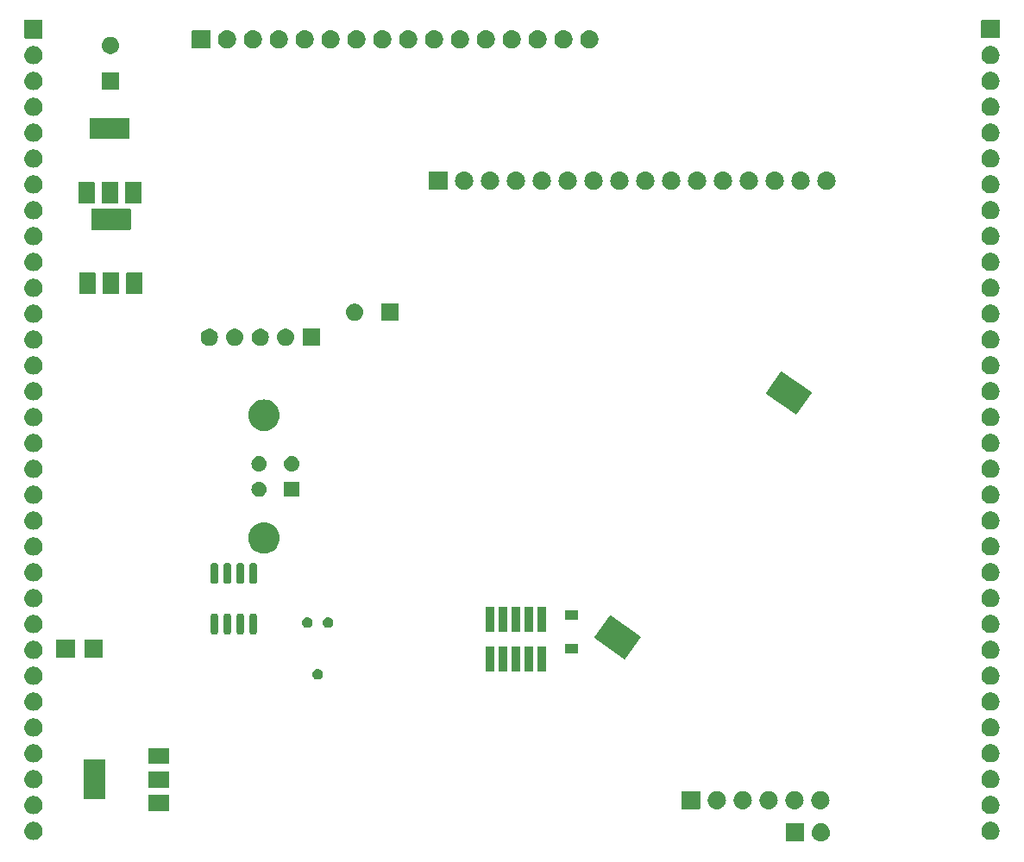
<source format=gbr>
%TF.GenerationSoftware,KiCad,Pcbnew,7.0.8*%
%TF.CreationDate,2024-11-01T20:43:23+00:00*%
%TF.ProjectId,polygonus-Shortage-Version,706f6c79-676f-46e7-9573-2d53686f7274,rev?*%
%TF.SameCoordinates,Original*%
%TF.FileFunction,Soldermask,Bot*%
%TF.FilePolarity,Negative*%
%FSLAX46Y46*%
G04 Gerber Fmt 4.6, Leading zero omitted, Abs format (unit mm)*
G04 Created by KiCad (PCBNEW 7.0.8) date 2024-11-01 20:43:23*
%MOMM*%
%LPD*%
G01*
G04 APERTURE LIST*
G04 APERTURE END LIST*
G36*
X136956708Y-135320637D02*
G01*
X136972280Y-135331042D01*
X136982685Y-135346614D01*
X136986339Y-135364983D01*
X136986339Y-137064983D01*
X136982685Y-137083352D01*
X136972280Y-137098924D01*
X136956708Y-137109329D01*
X136938339Y-137112983D01*
X135238339Y-137112983D01*
X135219970Y-137109329D01*
X135204398Y-137098924D01*
X135193993Y-137083352D01*
X135190339Y-137064983D01*
X135190339Y-135364983D01*
X135193993Y-135346614D01*
X135204398Y-135331042D01*
X135219970Y-135320637D01*
X135238339Y-135316983D01*
X136938339Y-135316983D01*
X136956708Y-135320637D01*
G37*
G36*
X138675833Y-135321902D02*
G01*
X138722206Y-135321902D01*
X138762251Y-135330414D01*
X138803481Y-135334475D01*
X138855281Y-135350188D01*
X138905836Y-135360934D01*
X138938182Y-135375335D01*
X138971895Y-135385562D01*
X139025470Y-135414198D01*
X139077339Y-135437292D01*
X139101454Y-135454812D01*
X139127106Y-135468524D01*
X139179441Y-135511474D01*
X139229218Y-135547639D01*
X139245376Y-135565584D01*
X139263150Y-135580171D01*
X139310907Y-135638364D01*
X139354836Y-135687152D01*
X139364066Y-135703139D01*
X139374797Y-135716215D01*
X139414486Y-135790468D01*
X139448703Y-135849733D01*
X139452639Y-135861847D01*
X139457759Y-135871426D01*
X139485978Y-135964455D01*
X139506716Y-136028278D01*
X139507446Y-136035225D01*
X139508846Y-136039840D01*
X139522488Y-136178343D01*
X139526339Y-136214983D01*
X139522487Y-136251625D01*
X139508846Y-136390125D01*
X139507446Y-136394739D01*
X139506716Y-136401688D01*
X139485974Y-136465524D01*
X139457759Y-136558539D01*
X139452640Y-136568115D01*
X139448703Y-136580233D01*
X139414479Y-136639510D01*
X139374797Y-136713750D01*
X139364068Y-136726822D01*
X139354836Y-136742814D01*
X139310898Y-136791611D01*
X139263150Y-136849794D01*
X139245379Y-136864377D01*
X139229218Y-136882327D01*
X139179431Y-136918499D01*
X139127106Y-136961441D01*
X139101459Y-136975149D01*
X139077339Y-136992674D01*
X139025459Y-137015772D01*
X138971895Y-137044403D01*
X138938189Y-137054627D01*
X138905836Y-137069032D01*
X138855270Y-137079780D01*
X138803481Y-137095490D01*
X138762260Y-137099550D01*
X138722206Y-137108064D01*
X138675823Y-137108064D01*
X138628339Y-137112741D01*
X138580855Y-137108064D01*
X138534472Y-137108064D01*
X138494418Y-137099550D01*
X138453196Y-137095490D01*
X138401404Y-137079779D01*
X138350842Y-137069032D01*
X138318490Y-137054628D01*
X138284782Y-137044403D01*
X138231213Y-137015769D01*
X138179339Y-136992674D01*
X138155221Y-136975151D01*
X138129571Y-136961441D01*
X138077238Y-136918493D01*
X138027460Y-136882327D01*
X138011300Y-136864380D01*
X137993527Y-136849794D01*
X137945768Y-136791599D01*
X137901842Y-136742814D01*
X137892611Y-136726826D01*
X137881880Y-136713750D01*
X137842185Y-136639486D01*
X137807975Y-136580233D01*
X137804039Y-136568120D01*
X137798918Y-136558539D01*
X137770688Y-136465478D01*
X137749962Y-136401688D01*
X137749232Y-136394744D01*
X137747831Y-136390125D01*
X137734174Y-136251473D01*
X137730339Y-136214983D01*
X137734173Y-136178495D01*
X137747831Y-136039840D01*
X137749232Y-136035220D01*
X137749962Y-136028278D01*
X137770684Y-135964501D01*
X137798918Y-135871426D01*
X137804040Y-135861843D01*
X137807975Y-135849733D01*
X137842178Y-135790491D01*
X137881880Y-135716215D01*
X137892613Y-135703135D01*
X137901842Y-135687152D01*
X137945759Y-135638377D01*
X137993527Y-135580171D01*
X138011304Y-135565581D01*
X138027460Y-135547639D01*
X138077227Y-135511480D01*
X138129571Y-135468524D01*
X138155226Y-135454810D01*
X138179339Y-135437292D01*
X138231201Y-135414201D01*
X138284782Y-135385562D01*
X138318497Y-135375334D01*
X138350842Y-135360934D01*
X138401393Y-135350188D01*
X138453196Y-135334475D01*
X138494426Y-135330413D01*
X138534472Y-135321902D01*
X138580845Y-135321902D01*
X138628339Y-135317224D01*
X138675833Y-135321902D01*
G37*
G36*
X61410811Y-135182235D02*
G01*
X61457184Y-135182235D01*
X61497229Y-135190747D01*
X61538459Y-135194808D01*
X61590259Y-135210521D01*
X61640814Y-135221267D01*
X61673160Y-135235668D01*
X61706873Y-135245895D01*
X61760448Y-135274531D01*
X61812317Y-135297625D01*
X61836432Y-135315145D01*
X61862084Y-135328857D01*
X61914419Y-135371807D01*
X61964196Y-135407972D01*
X61980354Y-135425917D01*
X61998128Y-135440504D01*
X62045885Y-135498697D01*
X62089814Y-135547485D01*
X62099044Y-135563472D01*
X62109775Y-135576548D01*
X62149464Y-135650801D01*
X62183681Y-135710066D01*
X62187617Y-135722180D01*
X62192737Y-135731759D01*
X62220956Y-135824788D01*
X62241694Y-135888611D01*
X62242424Y-135895558D01*
X62243824Y-135900173D01*
X62257466Y-136038676D01*
X62261317Y-136075316D01*
X62257465Y-136111958D01*
X62243824Y-136250458D01*
X62242424Y-136255072D01*
X62241694Y-136262021D01*
X62220952Y-136325857D01*
X62192737Y-136418872D01*
X62187618Y-136428448D01*
X62183681Y-136440566D01*
X62149457Y-136499843D01*
X62109775Y-136574083D01*
X62099046Y-136587155D01*
X62089814Y-136603147D01*
X62045876Y-136651944D01*
X61998128Y-136710127D01*
X61980357Y-136724710D01*
X61964196Y-136742660D01*
X61914409Y-136778832D01*
X61862084Y-136821774D01*
X61836437Y-136835482D01*
X61812317Y-136853007D01*
X61760437Y-136876105D01*
X61706873Y-136904736D01*
X61673167Y-136914960D01*
X61640814Y-136929365D01*
X61590248Y-136940113D01*
X61538459Y-136955823D01*
X61497238Y-136959883D01*
X61457184Y-136968397D01*
X61410801Y-136968397D01*
X61363317Y-136973074D01*
X61315833Y-136968397D01*
X61269450Y-136968397D01*
X61229396Y-136959883D01*
X61188174Y-136955823D01*
X61136382Y-136940112D01*
X61085820Y-136929365D01*
X61053468Y-136914961D01*
X61019760Y-136904736D01*
X60966191Y-136876102D01*
X60914317Y-136853007D01*
X60890199Y-136835484D01*
X60864549Y-136821774D01*
X60812216Y-136778826D01*
X60762438Y-136742660D01*
X60746278Y-136724713D01*
X60728505Y-136710127D01*
X60680746Y-136651932D01*
X60636820Y-136603147D01*
X60627589Y-136587159D01*
X60616858Y-136574083D01*
X60577163Y-136499819D01*
X60542953Y-136440566D01*
X60539017Y-136428453D01*
X60533896Y-136418872D01*
X60505666Y-136325811D01*
X60484940Y-136262021D01*
X60484210Y-136255077D01*
X60482809Y-136250458D01*
X60469152Y-136111806D01*
X60465317Y-136075316D01*
X60469151Y-136038828D01*
X60482809Y-135900173D01*
X60484210Y-135895553D01*
X60484940Y-135888611D01*
X60505662Y-135824834D01*
X60533896Y-135731759D01*
X60539018Y-135722176D01*
X60542953Y-135710066D01*
X60577156Y-135650824D01*
X60616858Y-135576548D01*
X60627591Y-135563468D01*
X60636820Y-135547485D01*
X60680737Y-135498710D01*
X60728505Y-135440504D01*
X60746282Y-135425914D01*
X60762438Y-135407972D01*
X60812205Y-135371813D01*
X60864549Y-135328857D01*
X60890204Y-135315143D01*
X60914317Y-135297625D01*
X60966179Y-135274534D01*
X61019760Y-135245895D01*
X61053475Y-135235667D01*
X61085820Y-135221267D01*
X61136371Y-135210521D01*
X61188174Y-135194808D01*
X61229404Y-135190746D01*
X61269450Y-135182235D01*
X61315823Y-135182235D01*
X61363317Y-135177557D01*
X61410811Y-135182235D01*
G37*
G36*
X155323494Y-135177140D02*
G01*
X155369867Y-135177140D01*
X155409912Y-135185652D01*
X155451142Y-135189713D01*
X155502942Y-135205426D01*
X155553497Y-135216172D01*
X155585843Y-135230573D01*
X155619556Y-135240800D01*
X155673131Y-135269436D01*
X155725000Y-135292530D01*
X155749115Y-135310050D01*
X155774767Y-135323762D01*
X155827102Y-135366712D01*
X155876879Y-135402877D01*
X155893037Y-135420822D01*
X155910811Y-135435409D01*
X155958568Y-135493602D01*
X156002497Y-135542390D01*
X156011727Y-135558377D01*
X156022458Y-135571453D01*
X156062147Y-135645706D01*
X156096364Y-135704971D01*
X156100300Y-135717085D01*
X156105420Y-135726664D01*
X156133639Y-135819693D01*
X156154377Y-135883516D01*
X156155107Y-135890463D01*
X156156507Y-135895078D01*
X156170149Y-136033581D01*
X156174000Y-136070221D01*
X156170148Y-136106863D01*
X156156507Y-136245363D01*
X156155107Y-136249977D01*
X156154377Y-136256926D01*
X156133635Y-136320762D01*
X156105420Y-136413777D01*
X156100301Y-136423353D01*
X156096364Y-136435471D01*
X156062140Y-136494748D01*
X156022458Y-136568988D01*
X156011729Y-136582060D01*
X156002497Y-136598052D01*
X155958559Y-136646849D01*
X155910811Y-136705032D01*
X155893040Y-136719615D01*
X155876879Y-136737565D01*
X155827092Y-136773737D01*
X155774767Y-136816679D01*
X155749120Y-136830387D01*
X155725000Y-136847912D01*
X155673120Y-136871010D01*
X155619556Y-136899641D01*
X155585850Y-136909865D01*
X155553497Y-136924270D01*
X155502931Y-136935018D01*
X155451142Y-136950728D01*
X155409921Y-136954788D01*
X155369867Y-136963302D01*
X155323484Y-136963302D01*
X155276000Y-136967979D01*
X155228516Y-136963302D01*
X155182133Y-136963302D01*
X155142079Y-136954788D01*
X155100857Y-136950728D01*
X155049065Y-136935017D01*
X154998503Y-136924270D01*
X154966151Y-136909866D01*
X154932443Y-136899641D01*
X154878874Y-136871007D01*
X154827000Y-136847912D01*
X154802882Y-136830389D01*
X154777232Y-136816679D01*
X154724899Y-136773731D01*
X154675121Y-136737565D01*
X154658961Y-136719618D01*
X154641188Y-136705032D01*
X154593429Y-136646837D01*
X154549503Y-136598052D01*
X154540272Y-136582064D01*
X154529541Y-136568988D01*
X154489846Y-136494724D01*
X154455636Y-136435471D01*
X154451700Y-136423358D01*
X154446579Y-136413777D01*
X154418349Y-136320716D01*
X154397623Y-136256926D01*
X154396893Y-136249982D01*
X154395492Y-136245363D01*
X154381835Y-136106711D01*
X154378000Y-136070221D01*
X154381834Y-136033733D01*
X154395492Y-135895078D01*
X154396893Y-135890458D01*
X154397623Y-135883516D01*
X154418345Y-135819739D01*
X154446579Y-135726664D01*
X154451701Y-135717081D01*
X154455636Y-135704971D01*
X154489839Y-135645729D01*
X154529541Y-135571453D01*
X154540274Y-135558373D01*
X154549503Y-135542390D01*
X154593420Y-135493615D01*
X154641188Y-135435409D01*
X154658965Y-135420819D01*
X154675121Y-135402877D01*
X154724888Y-135366718D01*
X154777232Y-135323762D01*
X154802887Y-135310048D01*
X154827000Y-135292530D01*
X154878862Y-135269439D01*
X154932443Y-135240800D01*
X154966158Y-135230572D01*
X154998503Y-135216172D01*
X155049054Y-135205426D01*
X155100857Y-135189713D01*
X155142087Y-135185651D01*
X155182133Y-135177140D01*
X155228506Y-135177140D01*
X155276000Y-135172462D01*
X155323494Y-135177140D01*
G37*
G36*
X61410811Y-132642235D02*
G01*
X61457184Y-132642235D01*
X61497229Y-132650747D01*
X61538459Y-132654808D01*
X61590259Y-132670521D01*
X61640814Y-132681267D01*
X61673160Y-132695668D01*
X61706873Y-132705895D01*
X61760448Y-132734531D01*
X61812317Y-132757625D01*
X61836432Y-132775145D01*
X61862084Y-132788857D01*
X61914419Y-132831807D01*
X61964196Y-132867972D01*
X61980354Y-132885917D01*
X61998128Y-132900504D01*
X62045885Y-132958697D01*
X62089814Y-133007485D01*
X62099044Y-133023472D01*
X62109775Y-133036548D01*
X62149464Y-133110801D01*
X62183681Y-133170066D01*
X62187617Y-133182180D01*
X62192737Y-133191759D01*
X62220956Y-133284788D01*
X62241694Y-133348611D01*
X62242424Y-133355558D01*
X62243824Y-133360173D01*
X62257466Y-133498676D01*
X62261317Y-133535316D01*
X62257465Y-133571958D01*
X62243824Y-133710458D01*
X62242424Y-133715072D01*
X62241694Y-133722021D01*
X62220952Y-133785857D01*
X62192737Y-133878872D01*
X62187618Y-133888448D01*
X62183681Y-133900566D01*
X62149457Y-133959843D01*
X62109775Y-134034083D01*
X62099046Y-134047155D01*
X62089814Y-134063147D01*
X62045876Y-134111944D01*
X61998128Y-134170127D01*
X61980357Y-134184710D01*
X61964196Y-134202660D01*
X61914409Y-134238832D01*
X61862084Y-134281774D01*
X61836437Y-134295482D01*
X61812317Y-134313007D01*
X61760437Y-134336105D01*
X61706873Y-134364736D01*
X61673167Y-134374960D01*
X61640814Y-134389365D01*
X61590248Y-134400113D01*
X61538459Y-134415823D01*
X61497238Y-134419883D01*
X61457184Y-134428397D01*
X61410801Y-134428397D01*
X61363317Y-134433074D01*
X61315833Y-134428397D01*
X61269450Y-134428397D01*
X61229396Y-134419883D01*
X61188174Y-134415823D01*
X61136382Y-134400112D01*
X61085820Y-134389365D01*
X61053468Y-134374961D01*
X61019760Y-134364736D01*
X60966191Y-134336102D01*
X60914317Y-134313007D01*
X60890199Y-134295484D01*
X60864549Y-134281774D01*
X60812216Y-134238826D01*
X60762438Y-134202660D01*
X60746278Y-134184713D01*
X60728505Y-134170127D01*
X60680746Y-134111932D01*
X60636820Y-134063147D01*
X60627589Y-134047159D01*
X60616858Y-134034083D01*
X60577163Y-133959819D01*
X60542953Y-133900566D01*
X60539017Y-133888453D01*
X60533896Y-133878872D01*
X60505666Y-133785811D01*
X60484940Y-133722021D01*
X60484210Y-133715077D01*
X60482809Y-133710458D01*
X60469152Y-133571806D01*
X60465317Y-133535316D01*
X60469151Y-133498828D01*
X60482809Y-133360173D01*
X60484210Y-133355553D01*
X60484940Y-133348611D01*
X60505662Y-133284834D01*
X60533896Y-133191759D01*
X60539018Y-133182176D01*
X60542953Y-133170066D01*
X60577156Y-133110824D01*
X60616858Y-133036548D01*
X60627591Y-133023468D01*
X60636820Y-133007485D01*
X60680737Y-132958710D01*
X60728505Y-132900504D01*
X60746282Y-132885914D01*
X60762438Y-132867972D01*
X60812205Y-132831813D01*
X60864549Y-132788857D01*
X60890204Y-132775143D01*
X60914317Y-132757625D01*
X60966179Y-132734534D01*
X61019760Y-132705895D01*
X61053475Y-132695667D01*
X61085820Y-132681267D01*
X61136371Y-132670521D01*
X61188174Y-132654808D01*
X61229404Y-132650746D01*
X61269450Y-132642235D01*
X61315823Y-132642235D01*
X61363317Y-132637557D01*
X61410811Y-132642235D01*
G37*
G36*
X155323494Y-132637140D02*
G01*
X155369867Y-132637140D01*
X155409912Y-132645652D01*
X155451142Y-132649713D01*
X155502942Y-132665426D01*
X155553497Y-132676172D01*
X155585843Y-132690573D01*
X155619556Y-132700800D01*
X155673131Y-132729436D01*
X155725000Y-132752530D01*
X155749115Y-132770050D01*
X155774767Y-132783762D01*
X155827102Y-132826712D01*
X155876879Y-132862877D01*
X155893037Y-132880822D01*
X155910811Y-132895409D01*
X155958568Y-132953602D01*
X156002497Y-133002390D01*
X156011727Y-133018377D01*
X156022458Y-133031453D01*
X156062147Y-133105706D01*
X156096364Y-133164971D01*
X156100300Y-133177085D01*
X156105420Y-133186664D01*
X156133639Y-133279693D01*
X156154377Y-133343516D01*
X156155107Y-133350463D01*
X156156507Y-133355078D01*
X156170149Y-133493581D01*
X156174000Y-133530221D01*
X156170148Y-133566863D01*
X156156507Y-133705363D01*
X156155107Y-133709977D01*
X156154377Y-133716926D01*
X156133635Y-133780762D01*
X156105420Y-133873777D01*
X156100301Y-133883353D01*
X156096364Y-133895471D01*
X156062140Y-133954748D01*
X156022458Y-134028988D01*
X156011729Y-134042060D01*
X156002497Y-134058052D01*
X155958559Y-134106849D01*
X155910811Y-134165032D01*
X155893040Y-134179615D01*
X155876879Y-134197565D01*
X155827092Y-134233737D01*
X155774767Y-134276679D01*
X155749120Y-134290387D01*
X155725000Y-134307912D01*
X155673120Y-134331010D01*
X155619556Y-134359641D01*
X155585850Y-134369865D01*
X155553497Y-134384270D01*
X155502931Y-134395018D01*
X155451142Y-134410728D01*
X155409921Y-134414788D01*
X155369867Y-134423302D01*
X155323484Y-134423302D01*
X155276000Y-134427979D01*
X155228516Y-134423302D01*
X155182133Y-134423302D01*
X155142079Y-134414788D01*
X155100857Y-134410728D01*
X155049065Y-134395017D01*
X154998503Y-134384270D01*
X154966151Y-134369866D01*
X154932443Y-134359641D01*
X154878874Y-134331007D01*
X154827000Y-134307912D01*
X154802882Y-134290389D01*
X154777232Y-134276679D01*
X154724899Y-134233731D01*
X154675121Y-134197565D01*
X154658961Y-134179618D01*
X154641188Y-134165032D01*
X154593429Y-134106837D01*
X154549503Y-134058052D01*
X154540272Y-134042064D01*
X154529541Y-134028988D01*
X154489846Y-133954724D01*
X154455636Y-133895471D01*
X154451700Y-133883358D01*
X154446579Y-133873777D01*
X154418349Y-133780716D01*
X154397623Y-133716926D01*
X154396893Y-133709982D01*
X154395492Y-133705363D01*
X154381835Y-133566711D01*
X154378000Y-133530221D01*
X154381834Y-133493733D01*
X154395492Y-133355078D01*
X154396893Y-133350458D01*
X154397623Y-133343516D01*
X154418345Y-133279739D01*
X154446579Y-133186664D01*
X154451701Y-133177081D01*
X154455636Y-133164971D01*
X154489839Y-133105729D01*
X154529541Y-133031453D01*
X154540274Y-133018373D01*
X154549503Y-133002390D01*
X154593420Y-132953615D01*
X154641188Y-132895409D01*
X154658965Y-132880819D01*
X154675121Y-132862877D01*
X154724888Y-132826718D01*
X154777232Y-132783762D01*
X154802887Y-132770048D01*
X154827000Y-132752530D01*
X154878862Y-132729439D01*
X154932443Y-132700800D01*
X154966158Y-132690572D01*
X154998503Y-132676172D01*
X155049054Y-132665426D01*
X155100857Y-132649713D01*
X155142087Y-132645651D01*
X155182133Y-132637140D01*
X155228506Y-132637140D01*
X155276000Y-132632462D01*
X155323494Y-132637140D01*
G37*
G36*
X74671630Y-132527794D02*
G01*
X74687202Y-132538199D01*
X74697607Y-132553771D01*
X74701261Y-132572140D01*
X74701261Y-134072140D01*
X74697607Y-134090509D01*
X74687202Y-134106081D01*
X74671630Y-134116486D01*
X74653261Y-134120140D01*
X72653261Y-134120140D01*
X72634892Y-134116486D01*
X72619320Y-134106081D01*
X72608915Y-134090509D01*
X72605261Y-134072140D01*
X72605261Y-132572140D01*
X72608915Y-132553771D01*
X72619320Y-132538199D01*
X72634892Y-132527794D01*
X72653261Y-132524140D01*
X74653261Y-132524140D01*
X74671630Y-132527794D01*
G37*
G36*
X126749870Y-132150491D02*
G01*
X126765442Y-132160896D01*
X126775847Y-132176468D01*
X126779501Y-132194837D01*
X126779501Y-133894837D01*
X126775847Y-133913206D01*
X126765442Y-133928778D01*
X126749870Y-133939183D01*
X126731501Y-133942837D01*
X125031501Y-133942837D01*
X125013132Y-133939183D01*
X124997560Y-133928778D01*
X124987155Y-133913206D01*
X124983501Y-133894837D01*
X124983501Y-132194837D01*
X124987155Y-132176468D01*
X124997560Y-132160896D01*
X125013132Y-132150491D01*
X125031501Y-132146837D01*
X126731501Y-132146837D01*
X126749870Y-132150491D01*
G37*
G36*
X128468995Y-132151756D02*
G01*
X128515368Y-132151756D01*
X128555413Y-132160268D01*
X128596643Y-132164329D01*
X128648443Y-132180042D01*
X128698998Y-132190788D01*
X128731344Y-132205189D01*
X128765057Y-132215416D01*
X128818632Y-132244052D01*
X128870501Y-132267146D01*
X128894616Y-132284666D01*
X128920268Y-132298378D01*
X128972603Y-132341328D01*
X129022380Y-132377493D01*
X129038538Y-132395438D01*
X129056312Y-132410025D01*
X129104069Y-132468218D01*
X129147998Y-132517006D01*
X129157228Y-132532993D01*
X129167959Y-132546069D01*
X129207648Y-132620322D01*
X129241865Y-132679587D01*
X129245801Y-132691701D01*
X129250921Y-132701280D01*
X129279140Y-132794309D01*
X129299878Y-132858132D01*
X129300608Y-132865079D01*
X129302008Y-132869694D01*
X129315650Y-133008197D01*
X129319501Y-133044837D01*
X129315649Y-133081479D01*
X129302008Y-133219979D01*
X129300608Y-133224593D01*
X129299878Y-133231542D01*
X129279136Y-133295378D01*
X129250921Y-133388393D01*
X129245802Y-133397969D01*
X129241865Y-133410087D01*
X129207641Y-133469364D01*
X129167959Y-133543604D01*
X129157230Y-133556676D01*
X129147998Y-133572668D01*
X129104060Y-133621465D01*
X129056312Y-133679648D01*
X129038541Y-133694231D01*
X129022380Y-133712181D01*
X128972593Y-133748353D01*
X128920268Y-133791295D01*
X128894621Y-133805003D01*
X128870501Y-133822528D01*
X128818621Y-133845626D01*
X128765057Y-133874257D01*
X128731351Y-133884481D01*
X128698998Y-133898886D01*
X128648432Y-133909634D01*
X128596643Y-133925344D01*
X128555422Y-133929404D01*
X128515368Y-133937918D01*
X128468985Y-133937918D01*
X128421501Y-133942595D01*
X128374017Y-133937918D01*
X128327634Y-133937918D01*
X128287580Y-133929404D01*
X128246358Y-133925344D01*
X128194566Y-133909633D01*
X128144004Y-133898886D01*
X128111652Y-133884482D01*
X128077944Y-133874257D01*
X128024375Y-133845623D01*
X127972501Y-133822528D01*
X127948383Y-133805005D01*
X127922733Y-133791295D01*
X127870400Y-133748347D01*
X127820622Y-133712181D01*
X127804462Y-133694234D01*
X127786689Y-133679648D01*
X127738930Y-133621453D01*
X127695004Y-133572668D01*
X127685773Y-133556680D01*
X127675042Y-133543604D01*
X127635347Y-133469340D01*
X127601137Y-133410087D01*
X127597201Y-133397974D01*
X127592080Y-133388393D01*
X127563850Y-133295332D01*
X127543124Y-133231542D01*
X127542394Y-133224598D01*
X127540993Y-133219979D01*
X127527336Y-133081327D01*
X127523501Y-133044837D01*
X127527335Y-133008349D01*
X127540993Y-132869694D01*
X127542394Y-132865074D01*
X127543124Y-132858132D01*
X127563846Y-132794355D01*
X127592080Y-132701280D01*
X127597202Y-132691697D01*
X127601137Y-132679587D01*
X127635340Y-132620345D01*
X127675042Y-132546069D01*
X127685775Y-132532989D01*
X127695004Y-132517006D01*
X127738921Y-132468231D01*
X127786689Y-132410025D01*
X127804466Y-132395435D01*
X127820622Y-132377493D01*
X127870389Y-132341334D01*
X127922733Y-132298378D01*
X127948388Y-132284664D01*
X127972501Y-132267146D01*
X128024363Y-132244055D01*
X128077944Y-132215416D01*
X128111659Y-132205188D01*
X128144004Y-132190788D01*
X128194555Y-132180042D01*
X128246358Y-132164329D01*
X128287588Y-132160267D01*
X128327634Y-132151756D01*
X128374007Y-132151756D01*
X128421501Y-132147078D01*
X128468995Y-132151756D01*
G37*
G36*
X131008995Y-132151756D02*
G01*
X131055368Y-132151756D01*
X131095413Y-132160268D01*
X131136643Y-132164329D01*
X131188443Y-132180042D01*
X131238998Y-132190788D01*
X131271344Y-132205189D01*
X131305057Y-132215416D01*
X131358632Y-132244052D01*
X131410501Y-132267146D01*
X131434616Y-132284666D01*
X131460268Y-132298378D01*
X131512603Y-132341328D01*
X131562380Y-132377493D01*
X131578538Y-132395438D01*
X131596312Y-132410025D01*
X131644069Y-132468218D01*
X131687998Y-132517006D01*
X131697228Y-132532993D01*
X131707959Y-132546069D01*
X131747648Y-132620322D01*
X131781865Y-132679587D01*
X131785801Y-132691701D01*
X131790921Y-132701280D01*
X131819140Y-132794309D01*
X131839878Y-132858132D01*
X131840608Y-132865079D01*
X131842008Y-132869694D01*
X131855650Y-133008197D01*
X131859501Y-133044837D01*
X131855649Y-133081479D01*
X131842008Y-133219979D01*
X131840608Y-133224593D01*
X131839878Y-133231542D01*
X131819136Y-133295378D01*
X131790921Y-133388393D01*
X131785802Y-133397969D01*
X131781865Y-133410087D01*
X131747641Y-133469364D01*
X131707959Y-133543604D01*
X131697230Y-133556676D01*
X131687998Y-133572668D01*
X131644060Y-133621465D01*
X131596312Y-133679648D01*
X131578541Y-133694231D01*
X131562380Y-133712181D01*
X131512593Y-133748353D01*
X131460268Y-133791295D01*
X131434621Y-133805003D01*
X131410501Y-133822528D01*
X131358621Y-133845626D01*
X131305057Y-133874257D01*
X131271351Y-133884481D01*
X131238998Y-133898886D01*
X131188432Y-133909634D01*
X131136643Y-133925344D01*
X131095422Y-133929404D01*
X131055368Y-133937918D01*
X131008985Y-133937918D01*
X130961501Y-133942595D01*
X130914017Y-133937918D01*
X130867634Y-133937918D01*
X130827580Y-133929404D01*
X130786358Y-133925344D01*
X130734566Y-133909633D01*
X130684004Y-133898886D01*
X130651652Y-133884482D01*
X130617944Y-133874257D01*
X130564375Y-133845623D01*
X130512501Y-133822528D01*
X130488383Y-133805005D01*
X130462733Y-133791295D01*
X130410400Y-133748347D01*
X130360622Y-133712181D01*
X130344462Y-133694234D01*
X130326689Y-133679648D01*
X130278930Y-133621453D01*
X130235004Y-133572668D01*
X130225773Y-133556680D01*
X130215042Y-133543604D01*
X130175347Y-133469340D01*
X130141137Y-133410087D01*
X130137201Y-133397974D01*
X130132080Y-133388393D01*
X130103850Y-133295332D01*
X130083124Y-133231542D01*
X130082394Y-133224598D01*
X130080993Y-133219979D01*
X130067336Y-133081327D01*
X130063501Y-133044837D01*
X130067335Y-133008349D01*
X130080993Y-132869694D01*
X130082394Y-132865074D01*
X130083124Y-132858132D01*
X130103846Y-132794355D01*
X130132080Y-132701280D01*
X130137202Y-132691697D01*
X130141137Y-132679587D01*
X130175340Y-132620345D01*
X130215042Y-132546069D01*
X130225775Y-132532989D01*
X130235004Y-132517006D01*
X130278921Y-132468231D01*
X130326689Y-132410025D01*
X130344466Y-132395435D01*
X130360622Y-132377493D01*
X130410389Y-132341334D01*
X130462733Y-132298378D01*
X130488388Y-132284664D01*
X130512501Y-132267146D01*
X130564363Y-132244055D01*
X130617944Y-132215416D01*
X130651659Y-132205188D01*
X130684004Y-132190788D01*
X130734555Y-132180042D01*
X130786358Y-132164329D01*
X130827588Y-132160267D01*
X130867634Y-132151756D01*
X130914007Y-132151756D01*
X130961501Y-132147078D01*
X131008995Y-132151756D01*
G37*
G36*
X133548995Y-132151756D02*
G01*
X133595368Y-132151756D01*
X133635413Y-132160268D01*
X133676643Y-132164329D01*
X133728443Y-132180042D01*
X133778998Y-132190788D01*
X133811344Y-132205189D01*
X133845057Y-132215416D01*
X133898632Y-132244052D01*
X133950501Y-132267146D01*
X133974616Y-132284666D01*
X134000268Y-132298378D01*
X134052603Y-132341328D01*
X134102380Y-132377493D01*
X134118538Y-132395438D01*
X134136312Y-132410025D01*
X134184069Y-132468218D01*
X134227998Y-132517006D01*
X134237228Y-132532993D01*
X134247959Y-132546069D01*
X134287648Y-132620322D01*
X134321865Y-132679587D01*
X134325801Y-132691701D01*
X134330921Y-132701280D01*
X134359140Y-132794309D01*
X134379878Y-132858132D01*
X134380608Y-132865079D01*
X134382008Y-132869694D01*
X134395650Y-133008197D01*
X134399501Y-133044837D01*
X134395649Y-133081479D01*
X134382008Y-133219979D01*
X134380608Y-133224593D01*
X134379878Y-133231542D01*
X134359136Y-133295378D01*
X134330921Y-133388393D01*
X134325802Y-133397969D01*
X134321865Y-133410087D01*
X134287641Y-133469364D01*
X134247959Y-133543604D01*
X134237230Y-133556676D01*
X134227998Y-133572668D01*
X134184060Y-133621465D01*
X134136312Y-133679648D01*
X134118541Y-133694231D01*
X134102380Y-133712181D01*
X134052593Y-133748353D01*
X134000268Y-133791295D01*
X133974621Y-133805003D01*
X133950501Y-133822528D01*
X133898621Y-133845626D01*
X133845057Y-133874257D01*
X133811351Y-133884481D01*
X133778998Y-133898886D01*
X133728432Y-133909634D01*
X133676643Y-133925344D01*
X133635422Y-133929404D01*
X133595368Y-133937918D01*
X133548985Y-133937918D01*
X133501501Y-133942595D01*
X133454017Y-133937918D01*
X133407634Y-133937918D01*
X133367580Y-133929404D01*
X133326358Y-133925344D01*
X133274566Y-133909633D01*
X133224004Y-133898886D01*
X133191652Y-133884482D01*
X133157944Y-133874257D01*
X133104375Y-133845623D01*
X133052501Y-133822528D01*
X133028383Y-133805005D01*
X133002733Y-133791295D01*
X132950400Y-133748347D01*
X132900622Y-133712181D01*
X132884462Y-133694234D01*
X132866689Y-133679648D01*
X132818930Y-133621453D01*
X132775004Y-133572668D01*
X132765773Y-133556680D01*
X132755042Y-133543604D01*
X132715347Y-133469340D01*
X132681137Y-133410087D01*
X132677201Y-133397974D01*
X132672080Y-133388393D01*
X132643850Y-133295332D01*
X132623124Y-133231542D01*
X132622394Y-133224598D01*
X132620993Y-133219979D01*
X132607336Y-133081327D01*
X132603501Y-133044837D01*
X132607335Y-133008349D01*
X132620993Y-132869694D01*
X132622394Y-132865074D01*
X132623124Y-132858132D01*
X132643846Y-132794355D01*
X132672080Y-132701280D01*
X132677202Y-132691697D01*
X132681137Y-132679587D01*
X132715340Y-132620345D01*
X132755042Y-132546069D01*
X132765775Y-132532989D01*
X132775004Y-132517006D01*
X132818921Y-132468231D01*
X132866689Y-132410025D01*
X132884466Y-132395435D01*
X132900622Y-132377493D01*
X132950389Y-132341334D01*
X133002733Y-132298378D01*
X133028388Y-132284664D01*
X133052501Y-132267146D01*
X133104363Y-132244055D01*
X133157944Y-132215416D01*
X133191659Y-132205188D01*
X133224004Y-132190788D01*
X133274555Y-132180042D01*
X133326358Y-132164329D01*
X133367588Y-132160267D01*
X133407634Y-132151756D01*
X133454007Y-132151756D01*
X133501501Y-132147078D01*
X133548995Y-132151756D01*
G37*
G36*
X136088995Y-132151756D02*
G01*
X136135368Y-132151756D01*
X136175413Y-132160268D01*
X136216643Y-132164329D01*
X136268443Y-132180042D01*
X136318998Y-132190788D01*
X136351344Y-132205189D01*
X136385057Y-132215416D01*
X136438632Y-132244052D01*
X136490501Y-132267146D01*
X136514616Y-132284666D01*
X136540268Y-132298378D01*
X136592603Y-132341328D01*
X136642380Y-132377493D01*
X136658538Y-132395438D01*
X136676312Y-132410025D01*
X136724069Y-132468218D01*
X136767998Y-132517006D01*
X136777228Y-132532993D01*
X136787959Y-132546069D01*
X136827648Y-132620322D01*
X136861865Y-132679587D01*
X136865801Y-132691701D01*
X136870921Y-132701280D01*
X136899140Y-132794309D01*
X136919878Y-132858132D01*
X136920608Y-132865079D01*
X136922008Y-132869694D01*
X136935650Y-133008197D01*
X136939501Y-133044837D01*
X136935649Y-133081479D01*
X136922008Y-133219979D01*
X136920608Y-133224593D01*
X136919878Y-133231542D01*
X136899136Y-133295378D01*
X136870921Y-133388393D01*
X136865802Y-133397969D01*
X136861865Y-133410087D01*
X136827641Y-133469364D01*
X136787959Y-133543604D01*
X136777230Y-133556676D01*
X136767998Y-133572668D01*
X136724060Y-133621465D01*
X136676312Y-133679648D01*
X136658541Y-133694231D01*
X136642380Y-133712181D01*
X136592593Y-133748353D01*
X136540268Y-133791295D01*
X136514621Y-133805003D01*
X136490501Y-133822528D01*
X136438621Y-133845626D01*
X136385057Y-133874257D01*
X136351351Y-133884481D01*
X136318998Y-133898886D01*
X136268432Y-133909634D01*
X136216643Y-133925344D01*
X136175422Y-133929404D01*
X136135368Y-133937918D01*
X136088985Y-133937918D01*
X136041501Y-133942595D01*
X135994017Y-133937918D01*
X135947634Y-133937918D01*
X135907580Y-133929404D01*
X135866358Y-133925344D01*
X135814566Y-133909633D01*
X135764004Y-133898886D01*
X135731652Y-133884482D01*
X135697944Y-133874257D01*
X135644375Y-133845623D01*
X135592501Y-133822528D01*
X135568383Y-133805005D01*
X135542733Y-133791295D01*
X135490400Y-133748347D01*
X135440622Y-133712181D01*
X135424462Y-133694234D01*
X135406689Y-133679648D01*
X135358930Y-133621453D01*
X135315004Y-133572668D01*
X135305773Y-133556680D01*
X135295042Y-133543604D01*
X135255347Y-133469340D01*
X135221137Y-133410087D01*
X135217201Y-133397974D01*
X135212080Y-133388393D01*
X135183850Y-133295332D01*
X135163124Y-133231542D01*
X135162394Y-133224598D01*
X135160993Y-133219979D01*
X135147336Y-133081327D01*
X135143501Y-133044837D01*
X135147335Y-133008349D01*
X135160993Y-132869694D01*
X135162394Y-132865074D01*
X135163124Y-132858132D01*
X135183846Y-132794355D01*
X135212080Y-132701280D01*
X135217202Y-132691697D01*
X135221137Y-132679587D01*
X135255340Y-132620345D01*
X135295042Y-132546069D01*
X135305775Y-132532989D01*
X135315004Y-132517006D01*
X135358921Y-132468231D01*
X135406689Y-132410025D01*
X135424466Y-132395435D01*
X135440622Y-132377493D01*
X135490389Y-132341334D01*
X135542733Y-132298378D01*
X135568388Y-132284664D01*
X135592501Y-132267146D01*
X135644363Y-132244055D01*
X135697944Y-132215416D01*
X135731659Y-132205188D01*
X135764004Y-132190788D01*
X135814555Y-132180042D01*
X135866358Y-132164329D01*
X135907588Y-132160267D01*
X135947634Y-132151756D01*
X135994007Y-132151756D01*
X136041501Y-132147078D01*
X136088995Y-132151756D01*
G37*
G36*
X138628995Y-132151756D02*
G01*
X138675368Y-132151756D01*
X138715413Y-132160268D01*
X138756643Y-132164329D01*
X138808443Y-132180042D01*
X138858998Y-132190788D01*
X138891344Y-132205189D01*
X138925057Y-132215416D01*
X138978632Y-132244052D01*
X139030501Y-132267146D01*
X139054616Y-132284666D01*
X139080268Y-132298378D01*
X139132603Y-132341328D01*
X139182380Y-132377493D01*
X139198538Y-132395438D01*
X139216312Y-132410025D01*
X139264069Y-132468218D01*
X139307998Y-132517006D01*
X139317228Y-132532993D01*
X139327959Y-132546069D01*
X139367648Y-132620322D01*
X139401865Y-132679587D01*
X139405801Y-132691701D01*
X139410921Y-132701280D01*
X139439140Y-132794309D01*
X139459878Y-132858132D01*
X139460608Y-132865079D01*
X139462008Y-132869694D01*
X139475650Y-133008197D01*
X139479501Y-133044837D01*
X139475649Y-133081479D01*
X139462008Y-133219979D01*
X139460608Y-133224593D01*
X139459878Y-133231542D01*
X139439136Y-133295378D01*
X139410921Y-133388393D01*
X139405802Y-133397969D01*
X139401865Y-133410087D01*
X139367641Y-133469364D01*
X139327959Y-133543604D01*
X139317230Y-133556676D01*
X139307998Y-133572668D01*
X139264060Y-133621465D01*
X139216312Y-133679648D01*
X139198541Y-133694231D01*
X139182380Y-133712181D01*
X139132593Y-133748353D01*
X139080268Y-133791295D01*
X139054621Y-133805003D01*
X139030501Y-133822528D01*
X138978621Y-133845626D01*
X138925057Y-133874257D01*
X138891351Y-133884481D01*
X138858998Y-133898886D01*
X138808432Y-133909634D01*
X138756643Y-133925344D01*
X138715422Y-133929404D01*
X138675368Y-133937918D01*
X138628985Y-133937918D01*
X138581501Y-133942595D01*
X138534017Y-133937918D01*
X138487634Y-133937918D01*
X138447580Y-133929404D01*
X138406358Y-133925344D01*
X138354566Y-133909633D01*
X138304004Y-133898886D01*
X138271652Y-133884482D01*
X138237944Y-133874257D01*
X138184375Y-133845623D01*
X138132501Y-133822528D01*
X138108383Y-133805005D01*
X138082733Y-133791295D01*
X138030400Y-133748347D01*
X137980622Y-133712181D01*
X137964462Y-133694234D01*
X137946689Y-133679648D01*
X137898930Y-133621453D01*
X137855004Y-133572668D01*
X137845773Y-133556680D01*
X137835042Y-133543604D01*
X137795347Y-133469340D01*
X137761137Y-133410087D01*
X137757201Y-133397974D01*
X137752080Y-133388393D01*
X137723850Y-133295332D01*
X137703124Y-133231542D01*
X137702394Y-133224598D01*
X137700993Y-133219979D01*
X137687336Y-133081327D01*
X137683501Y-133044837D01*
X137687335Y-133008349D01*
X137700993Y-132869694D01*
X137702394Y-132865074D01*
X137703124Y-132858132D01*
X137723846Y-132794355D01*
X137752080Y-132701280D01*
X137757202Y-132691697D01*
X137761137Y-132679587D01*
X137795340Y-132620345D01*
X137835042Y-132546069D01*
X137845775Y-132532989D01*
X137855004Y-132517006D01*
X137898921Y-132468231D01*
X137946689Y-132410025D01*
X137964466Y-132395435D01*
X137980622Y-132377493D01*
X138030389Y-132341334D01*
X138082733Y-132298378D01*
X138108388Y-132284664D01*
X138132501Y-132267146D01*
X138184363Y-132244055D01*
X138237944Y-132215416D01*
X138271659Y-132205188D01*
X138304004Y-132190788D01*
X138354555Y-132180042D01*
X138406358Y-132164329D01*
X138447588Y-132160267D01*
X138487634Y-132151756D01*
X138534007Y-132151756D01*
X138581501Y-132147078D01*
X138628995Y-132151756D01*
G37*
G36*
X68371630Y-129077794D02*
G01*
X68387202Y-129088199D01*
X68397607Y-129103771D01*
X68401261Y-129122140D01*
X68401261Y-132922140D01*
X68397607Y-132940509D01*
X68387202Y-132956081D01*
X68371630Y-132966486D01*
X68353261Y-132970140D01*
X66353261Y-132970140D01*
X66334892Y-132966486D01*
X66319320Y-132956081D01*
X66308915Y-132940509D01*
X66305261Y-132922140D01*
X66305261Y-129122140D01*
X66308915Y-129103771D01*
X66319320Y-129088199D01*
X66334892Y-129077794D01*
X66353261Y-129074140D01*
X68353261Y-129074140D01*
X68371630Y-129077794D01*
G37*
G36*
X61410811Y-130102235D02*
G01*
X61457184Y-130102235D01*
X61497229Y-130110747D01*
X61538459Y-130114808D01*
X61590259Y-130130521D01*
X61640814Y-130141267D01*
X61673160Y-130155668D01*
X61706873Y-130165895D01*
X61760448Y-130194531D01*
X61812317Y-130217625D01*
X61836432Y-130235145D01*
X61862084Y-130248857D01*
X61914419Y-130291807D01*
X61964196Y-130327972D01*
X61980354Y-130345917D01*
X61998128Y-130360504D01*
X62045885Y-130418697D01*
X62089814Y-130467485D01*
X62099044Y-130483472D01*
X62109775Y-130496548D01*
X62149464Y-130570801D01*
X62183681Y-130630066D01*
X62187617Y-130642180D01*
X62192737Y-130651759D01*
X62220956Y-130744788D01*
X62241694Y-130808611D01*
X62242424Y-130815558D01*
X62243824Y-130820173D01*
X62257466Y-130958676D01*
X62261317Y-130995316D01*
X62257465Y-131031958D01*
X62243824Y-131170458D01*
X62242424Y-131175072D01*
X62241694Y-131182021D01*
X62220952Y-131245857D01*
X62192737Y-131338872D01*
X62187618Y-131348448D01*
X62183681Y-131360566D01*
X62149457Y-131419843D01*
X62109775Y-131494083D01*
X62099046Y-131507155D01*
X62089814Y-131523147D01*
X62045876Y-131571944D01*
X61998128Y-131630127D01*
X61980357Y-131644710D01*
X61964196Y-131662660D01*
X61914409Y-131698832D01*
X61862084Y-131741774D01*
X61836437Y-131755482D01*
X61812317Y-131773007D01*
X61760437Y-131796105D01*
X61706873Y-131824736D01*
X61673167Y-131834960D01*
X61640814Y-131849365D01*
X61590248Y-131860113D01*
X61538459Y-131875823D01*
X61497238Y-131879883D01*
X61457184Y-131888397D01*
X61410801Y-131888397D01*
X61363317Y-131893074D01*
X61315833Y-131888397D01*
X61269450Y-131888397D01*
X61229396Y-131879883D01*
X61188174Y-131875823D01*
X61136382Y-131860112D01*
X61085820Y-131849365D01*
X61053468Y-131834961D01*
X61019760Y-131824736D01*
X60966191Y-131796102D01*
X60914317Y-131773007D01*
X60890199Y-131755484D01*
X60864549Y-131741774D01*
X60812216Y-131698826D01*
X60762438Y-131662660D01*
X60746278Y-131644713D01*
X60728505Y-131630127D01*
X60680746Y-131571932D01*
X60636820Y-131523147D01*
X60627589Y-131507159D01*
X60616858Y-131494083D01*
X60577163Y-131419819D01*
X60542953Y-131360566D01*
X60539017Y-131348453D01*
X60533896Y-131338872D01*
X60505666Y-131245811D01*
X60484940Y-131182021D01*
X60484210Y-131175077D01*
X60482809Y-131170458D01*
X60469152Y-131031806D01*
X60465317Y-130995316D01*
X60469151Y-130958828D01*
X60482809Y-130820173D01*
X60484210Y-130815553D01*
X60484940Y-130808611D01*
X60505662Y-130744834D01*
X60533896Y-130651759D01*
X60539018Y-130642176D01*
X60542953Y-130630066D01*
X60577156Y-130570824D01*
X60616858Y-130496548D01*
X60627591Y-130483468D01*
X60636820Y-130467485D01*
X60680737Y-130418710D01*
X60728505Y-130360504D01*
X60746282Y-130345914D01*
X60762438Y-130327972D01*
X60812205Y-130291813D01*
X60864549Y-130248857D01*
X60890204Y-130235143D01*
X60914317Y-130217625D01*
X60966179Y-130194534D01*
X61019760Y-130165895D01*
X61053475Y-130155667D01*
X61085820Y-130141267D01*
X61136371Y-130130521D01*
X61188174Y-130114808D01*
X61229404Y-130110746D01*
X61269450Y-130102235D01*
X61315823Y-130102235D01*
X61363317Y-130097557D01*
X61410811Y-130102235D01*
G37*
G36*
X155323494Y-130097140D02*
G01*
X155369867Y-130097140D01*
X155409912Y-130105652D01*
X155451142Y-130109713D01*
X155502942Y-130125426D01*
X155553497Y-130136172D01*
X155585843Y-130150573D01*
X155619556Y-130160800D01*
X155673131Y-130189436D01*
X155725000Y-130212530D01*
X155749115Y-130230050D01*
X155774767Y-130243762D01*
X155827102Y-130286712D01*
X155876879Y-130322877D01*
X155893037Y-130340822D01*
X155910811Y-130355409D01*
X155958568Y-130413602D01*
X156002497Y-130462390D01*
X156011727Y-130478377D01*
X156022458Y-130491453D01*
X156062147Y-130565706D01*
X156096364Y-130624971D01*
X156100300Y-130637085D01*
X156105420Y-130646664D01*
X156133639Y-130739693D01*
X156154377Y-130803516D01*
X156155107Y-130810463D01*
X156156507Y-130815078D01*
X156170149Y-130953581D01*
X156174000Y-130990221D01*
X156170148Y-131026863D01*
X156156507Y-131165363D01*
X156155107Y-131169977D01*
X156154377Y-131176926D01*
X156133635Y-131240762D01*
X156105420Y-131333777D01*
X156100301Y-131343353D01*
X156096364Y-131355471D01*
X156062140Y-131414748D01*
X156022458Y-131488988D01*
X156011729Y-131502060D01*
X156002497Y-131518052D01*
X155958559Y-131566849D01*
X155910811Y-131625032D01*
X155893040Y-131639615D01*
X155876879Y-131657565D01*
X155827092Y-131693737D01*
X155774767Y-131736679D01*
X155749120Y-131750387D01*
X155725000Y-131767912D01*
X155673120Y-131791010D01*
X155619556Y-131819641D01*
X155585850Y-131829865D01*
X155553497Y-131844270D01*
X155502931Y-131855018D01*
X155451142Y-131870728D01*
X155409921Y-131874788D01*
X155369867Y-131883302D01*
X155323484Y-131883302D01*
X155276000Y-131887979D01*
X155228516Y-131883302D01*
X155182133Y-131883302D01*
X155142079Y-131874788D01*
X155100857Y-131870728D01*
X155049065Y-131855017D01*
X154998503Y-131844270D01*
X154966151Y-131829866D01*
X154932443Y-131819641D01*
X154878874Y-131791007D01*
X154827000Y-131767912D01*
X154802882Y-131750389D01*
X154777232Y-131736679D01*
X154724899Y-131693731D01*
X154675121Y-131657565D01*
X154658961Y-131639618D01*
X154641188Y-131625032D01*
X154593429Y-131566837D01*
X154549503Y-131518052D01*
X154540272Y-131502064D01*
X154529541Y-131488988D01*
X154489846Y-131414724D01*
X154455636Y-131355471D01*
X154451700Y-131343358D01*
X154446579Y-131333777D01*
X154418349Y-131240716D01*
X154397623Y-131176926D01*
X154396893Y-131169982D01*
X154395492Y-131165363D01*
X154381835Y-131026711D01*
X154378000Y-130990221D01*
X154381834Y-130953733D01*
X154395492Y-130815078D01*
X154396893Y-130810458D01*
X154397623Y-130803516D01*
X154418345Y-130739739D01*
X154446579Y-130646664D01*
X154451701Y-130637081D01*
X154455636Y-130624971D01*
X154489839Y-130565729D01*
X154529541Y-130491453D01*
X154540274Y-130478373D01*
X154549503Y-130462390D01*
X154593420Y-130413615D01*
X154641188Y-130355409D01*
X154658965Y-130340819D01*
X154675121Y-130322877D01*
X154724888Y-130286718D01*
X154777232Y-130243762D01*
X154802887Y-130230048D01*
X154827000Y-130212530D01*
X154878862Y-130189439D01*
X154932443Y-130160800D01*
X154966158Y-130150572D01*
X154998503Y-130136172D01*
X155049054Y-130125426D01*
X155100857Y-130109713D01*
X155142087Y-130105651D01*
X155182133Y-130097140D01*
X155228506Y-130097140D01*
X155276000Y-130092462D01*
X155323494Y-130097140D01*
G37*
G36*
X74671630Y-130227794D02*
G01*
X74687202Y-130238199D01*
X74697607Y-130253771D01*
X74701261Y-130272140D01*
X74701261Y-131772140D01*
X74697607Y-131790509D01*
X74687202Y-131806081D01*
X74671630Y-131816486D01*
X74653261Y-131820140D01*
X72653261Y-131820140D01*
X72634892Y-131816486D01*
X72619320Y-131806081D01*
X72608915Y-131790509D01*
X72605261Y-131772140D01*
X72605261Y-130272140D01*
X72608915Y-130253771D01*
X72619320Y-130238199D01*
X72634892Y-130227794D01*
X72653261Y-130224140D01*
X74653261Y-130224140D01*
X74671630Y-130227794D01*
G37*
G36*
X74671630Y-127927794D02*
G01*
X74687202Y-127938199D01*
X74697607Y-127953771D01*
X74701261Y-127972140D01*
X74701261Y-129472140D01*
X74697607Y-129490509D01*
X74687202Y-129506081D01*
X74671630Y-129516486D01*
X74653261Y-129520140D01*
X72653261Y-129520140D01*
X72634892Y-129516486D01*
X72619320Y-129506081D01*
X72608915Y-129490509D01*
X72605261Y-129472140D01*
X72605261Y-127972140D01*
X72608915Y-127953771D01*
X72619320Y-127938199D01*
X72634892Y-127927794D01*
X72653261Y-127924140D01*
X74653261Y-127924140D01*
X74671630Y-127927794D01*
G37*
G36*
X61410811Y-127562235D02*
G01*
X61457184Y-127562235D01*
X61497229Y-127570747D01*
X61538459Y-127574808D01*
X61590259Y-127590521D01*
X61640814Y-127601267D01*
X61673160Y-127615668D01*
X61706873Y-127625895D01*
X61760448Y-127654531D01*
X61812317Y-127677625D01*
X61836432Y-127695145D01*
X61862084Y-127708857D01*
X61914419Y-127751807D01*
X61964196Y-127787972D01*
X61980354Y-127805917D01*
X61998128Y-127820504D01*
X62045885Y-127878697D01*
X62089814Y-127927485D01*
X62099044Y-127943472D01*
X62109775Y-127956548D01*
X62149464Y-128030801D01*
X62183681Y-128090066D01*
X62187617Y-128102180D01*
X62192737Y-128111759D01*
X62220956Y-128204788D01*
X62241694Y-128268611D01*
X62242424Y-128275558D01*
X62243824Y-128280173D01*
X62257466Y-128418676D01*
X62261317Y-128455316D01*
X62257465Y-128491958D01*
X62243824Y-128630458D01*
X62242424Y-128635072D01*
X62241694Y-128642021D01*
X62220952Y-128705857D01*
X62192737Y-128798872D01*
X62187618Y-128808448D01*
X62183681Y-128820566D01*
X62149457Y-128879843D01*
X62109775Y-128954083D01*
X62099046Y-128967155D01*
X62089814Y-128983147D01*
X62045876Y-129031944D01*
X61998128Y-129090127D01*
X61980357Y-129104710D01*
X61964196Y-129122660D01*
X61914409Y-129158832D01*
X61862084Y-129201774D01*
X61836437Y-129215482D01*
X61812317Y-129233007D01*
X61760437Y-129256105D01*
X61706873Y-129284736D01*
X61673167Y-129294960D01*
X61640814Y-129309365D01*
X61590248Y-129320113D01*
X61538459Y-129335823D01*
X61497238Y-129339883D01*
X61457184Y-129348397D01*
X61410801Y-129348397D01*
X61363317Y-129353074D01*
X61315833Y-129348397D01*
X61269450Y-129348397D01*
X61229396Y-129339883D01*
X61188174Y-129335823D01*
X61136382Y-129320112D01*
X61085820Y-129309365D01*
X61053468Y-129294961D01*
X61019760Y-129284736D01*
X60966191Y-129256102D01*
X60914317Y-129233007D01*
X60890199Y-129215484D01*
X60864549Y-129201774D01*
X60812216Y-129158826D01*
X60762438Y-129122660D01*
X60746278Y-129104713D01*
X60728505Y-129090127D01*
X60680746Y-129031932D01*
X60636820Y-128983147D01*
X60627589Y-128967159D01*
X60616858Y-128954083D01*
X60577163Y-128879819D01*
X60542953Y-128820566D01*
X60539017Y-128808453D01*
X60533896Y-128798872D01*
X60505666Y-128705811D01*
X60484940Y-128642021D01*
X60484210Y-128635077D01*
X60482809Y-128630458D01*
X60469152Y-128491806D01*
X60465317Y-128455316D01*
X60469151Y-128418828D01*
X60482809Y-128280173D01*
X60484210Y-128275553D01*
X60484940Y-128268611D01*
X60505662Y-128204834D01*
X60533896Y-128111759D01*
X60539018Y-128102176D01*
X60542953Y-128090066D01*
X60577156Y-128030824D01*
X60616858Y-127956548D01*
X60627591Y-127943468D01*
X60636820Y-127927485D01*
X60680737Y-127878710D01*
X60728505Y-127820504D01*
X60746282Y-127805914D01*
X60762438Y-127787972D01*
X60812205Y-127751813D01*
X60864549Y-127708857D01*
X60890204Y-127695143D01*
X60914317Y-127677625D01*
X60966179Y-127654534D01*
X61019760Y-127625895D01*
X61053475Y-127615667D01*
X61085820Y-127601267D01*
X61136371Y-127590521D01*
X61188174Y-127574808D01*
X61229404Y-127570746D01*
X61269450Y-127562235D01*
X61315823Y-127562235D01*
X61363317Y-127557557D01*
X61410811Y-127562235D01*
G37*
G36*
X155323494Y-127557140D02*
G01*
X155369867Y-127557140D01*
X155409912Y-127565652D01*
X155451142Y-127569713D01*
X155502942Y-127585426D01*
X155553497Y-127596172D01*
X155585843Y-127610573D01*
X155619556Y-127620800D01*
X155673131Y-127649436D01*
X155725000Y-127672530D01*
X155749115Y-127690050D01*
X155774767Y-127703762D01*
X155827102Y-127746712D01*
X155876879Y-127782877D01*
X155893037Y-127800822D01*
X155910811Y-127815409D01*
X155958568Y-127873602D01*
X156002497Y-127922390D01*
X156011727Y-127938377D01*
X156022458Y-127951453D01*
X156062147Y-128025706D01*
X156096364Y-128084971D01*
X156100300Y-128097085D01*
X156105420Y-128106664D01*
X156133639Y-128199693D01*
X156154377Y-128263516D01*
X156155107Y-128270463D01*
X156156507Y-128275078D01*
X156170149Y-128413581D01*
X156174000Y-128450221D01*
X156170148Y-128486863D01*
X156156507Y-128625363D01*
X156155107Y-128629977D01*
X156154377Y-128636926D01*
X156133635Y-128700762D01*
X156105420Y-128793777D01*
X156100301Y-128803353D01*
X156096364Y-128815471D01*
X156062140Y-128874748D01*
X156022458Y-128948988D01*
X156011729Y-128962060D01*
X156002497Y-128978052D01*
X155958559Y-129026849D01*
X155910811Y-129085032D01*
X155893040Y-129099615D01*
X155876879Y-129117565D01*
X155827092Y-129153737D01*
X155774767Y-129196679D01*
X155749120Y-129210387D01*
X155725000Y-129227912D01*
X155673120Y-129251010D01*
X155619556Y-129279641D01*
X155585850Y-129289865D01*
X155553497Y-129304270D01*
X155502931Y-129315018D01*
X155451142Y-129330728D01*
X155409921Y-129334788D01*
X155369867Y-129343302D01*
X155323484Y-129343302D01*
X155276000Y-129347979D01*
X155228516Y-129343302D01*
X155182133Y-129343302D01*
X155142079Y-129334788D01*
X155100857Y-129330728D01*
X155049065Y-129315017D01*
X154998503Y-129304270D01*
X154966151Y-129289866D01*
X154932443Y-129279641D01*
X154878874Y-129251007D01*
X154827000Y-129227912D01*
X154802882Y-129210389D01*
X154777232Y-129196679D01*
X154724899Y-129153731D01*
X154675121Y-129117565D01*
X154658961Y-129099618D01*
X154641188Y-129085032D01*
X154593429Y-129026837D01*
X154549503Y-128978052D01*
X154540272Y-128962064D01*
X154529541Y-128948988D01*
X154489846Y-128874724D01*
X154455636Y-128815471D01*
X154451700Y-128803358D01*
X154446579Y-128793777D01*
X154418349Y-128700716D01*
X154397623Y-128636926D01*
X154396893Y-128629982D01*
X154395492Y-128625363D01*
X154381835Y-128486711D01*
X154378000Y-128450221D01*
X154381834Y-128413733D01*
X154395492Y-128275078D01*
X154396893Y-128270458D01*
X154397623Y-128263516D01*
X154418345Y-128199739D01*
X154446579Y-128106664D01*
X154451701Y-128097081D01*
X154455636Y-128084971D01*
X154489839Y-128025729D01*
X154529541Y-127951453D01*
X154540274Y-127938373D01*
X154549503Y-127922390D01*
X154593420Y-127873615D01*
X154641188Y-127815409D01*
X154658965Y-127800819D01*
X154675121Y-127782877D01*
X154724888Y-127746718D01*
X154777232Y-127703762D01*
X154802887Y-127690048D01*
X154827000Y-127672530D01*
X154878862Y-127649439D01*
X154932443Y-127620800D01*
X154966158Y-127610572D01*
X154998503Y-127596172D01*
X155049054Y-127585426D01*
X155100857Y-127569713D01*
X155142087Y-127565651D01*
X155182133Y-127557140D01*
X155228506Y-127557140D01*
X155276000Y-127552462D01*
X155323494Y-127557140D01*
G37*
G36*
X61410811Y-125022235D02*
G01*
X61457184Y-125022235D01*
X61497229Y-125030747D01*
X61538459Y-125034808D01*
X61590259Y-125050521D01*
X61640814Y-125061267D01*
X61673160Y-125075668D01*
X61706873Y-125085895D01*
X61760448Y-125114531D01*
X61812317Y-125137625D01*
X61836432Y-125155145D01*
X61862084Y-125168857D01*
X61914419Y-125211807D01*
X61964196Y-125247972D01*
X61980354Y-125265917D01*
X61998128Y-125280504D01*
X62045885Y-125338697D01*
X62089814Y-125387485D01*
X62099044Y-125403472D01*
X62109775Y-125416548D01*
X62149464Y-125490801D01*
X62183681Y-125550066D01*
X62187617Y-125562180D01*
X62192737Y-125571759D01*
X62220956Y-125664788D01*
X62241694Y-125728611D01*
X62242424Y-125735558D01*
X62243824Y-125740173D01*
X62257466Y-125878676D01*
X62261317Y-125915316D01*
X62257465Y-125951958D01*
X62243824Y-126090458D01*
X62242424Y-126095072D01*
X62241694Y-126102021D01*
X62220952Y-126165857D01*
X62192737Y-126258872D01*
X62187618Y-126268448D01*
X62183681Y-126280566D01*
X62149457Y-126339843D01*
X62109775Y-126414083D01*
X62099046Y-126427155D01*
X62089814Y-126443147D01*
X62045876Y-126491944D01*
X61998128Y-126550127D01*
X61980357Y-126564710D01*
X61964196Y-126582660D01*
X61914409Y-126618832D01*
X61862084Y-126661774D01*
X61836437Y-126675482D01*
X61812317Y-126693007D01*
X61760437Y-126716105D01*
X61706873Y-126744736D01*
X61673167Y-126754960D01*
X61640814Y-126769365D01*
X61590248Y-126780113D01*
X61538459Y-126795823D01*
X61497238Y-126799883D01*
X61457184Y-126808397D01*
X61410801Y-126808397D01*
X61363317Y-126813074D01*
X61315833Y-126808397D01*
X61269450Y-126808397D01*
X61229396Y-126799883D01*
X61188174Y-126795823D01*
X61136382Y-126780112D01*
X61085820Y-126769365D01*
X61053468Y-126754961D01*
X61019760Y-126744736D01*
X60966191Y-126716102D01*
X60914317Y-126693007D01*
X60890199Y-126675484D01*
X60864549Y-126661774D01*
X60812216Y-126618826D01*
X60762438Y-126582660D01*
X60746278Y-126564713D01*
X60728505Y-126550127D01*
X60680746Y-126491932D01*
X60636820Y-126443147D01*
X60627589Y-126427159D01*
X60616858Y-126414083D01*
X60577163Y-126339819D01*
X60542953Y-126280566D01*
X60539017Y-126268453D01*
X60533896Y-126258872D01*
X60505666Y-126165811D01*
X60484940Y-126102021D01*
X60484210Y-126095077D01*
X60482809Y-126090458D01*
X60469152Y-125951806D01*
X60465317Y-125915316D01*
X60469151Y-125878828D01*
X60482809Y-125740173D01*
X60484210Y-125735553D01*
X60484940Y-125728611D01*
X60505662Y-125664834D01*
X60533896Y-125571759D01*
X60539018Y-125562176D01*
X60542953Y-125550066D01*
X60577156Y-125490824D01*
X60616858Y-125416548D01*
X60627591Y-125403468D01*
X60636820Y-125387485D01*
X60680737Y-125338710D01*
X60728505Y-125280504D01*
X60746282Y-125265914D01*
X60762438Y-125247972D01*
X60812205Y-125211813D01*
X60864549Y-125168857D01*
X60890204Y-125155143D01*
X60914317Y-125137625D01*
X60966179Y-125114534D01*
X61019760Y-125085895D01*
X61053475Y-125075667D01*
X61085820Y-125061267D01*
X61136371Y-125050521D01*
X61188174Y-125034808D01*
X61229404Y-125030746D01*
X61269450Y-125022235D01*
X61315823Y-125022235D01*
X61363317Y-125017557D01*
X61410811Y-125022235D01*
G37*
G36*
X155323494Y-125017140D02*
G01*
X155369867Y-125017140D01*
X155409912Y-125025652D01*
X155451142Y-125029713D01*
X155502942Y-125045426D01*
X155553497Y-125056172D01*
X155585843Y-125070573D01*
X155619556Y-125080800D01*
X155673131Y-125109436D01*
X155725000Y-125132530D01*
X155749115Y-125150050D01*
X155774767Y-125163762D01*
X155827102Y-125206712D01*
X155876879Y-125242877D01*
X155893037Y-125260822D01*
X155910811Y-125275409D01*
X155958568Y-125333602D01*
X156002497Y-125382390D01*
X156011727Y-125398377D01*
X156022458Y-125411453D01*
X156062147Y-125485706D01*
X156096364Y-125544971D01*
X156100300Y-125557085D01*
X156105420Y-125566664D01*
X156133639Y-125659693D01*
X156154377Y-125723516D01*
X156155107Y-125730463D01*
X156156507Y-125735078D01*
X156170149Y-125873581D01*
X156174000Y-125910221D01*
X156170148Y-125946863D01*
X156156507Y-126085363D01*
X156155107Y-126089977D01*
X156154377Y-126096926D01*
X156133635Y-126160762D01*
X156105420Y-126253777D01*
X156100301Y-126263353D01*
X156096364Y-126275471D01*
X156062140Y-126334748D01*
X156022458Y-126408988D01*
X156011729Y-126422060D01*
X156002497Y-126438052D01*
X155958559Y-126486849D01*
X155910811Y-126545032D01*
X155893040Y-126559615D01*
X155876879Y-126577565D01*
X155827092Y-126613737D01*
X155774767Y-126656679D01*
X155749120Y-126670387D01*
X155725000Y-126687912D01*
X155673120Y-126711010D01*
X155619556Y-126739641D01*
X155585850Y-126749865D01*
X155553497Y-126764270D01*
X155502931Y-126775018D01*
X155451142Y-126790728D01*
X155409921Y-126794788D01*
X155369867Y-126803302D01*
X155323484Y-126803302D01*
X155276000Y-126807979D01*
X155228516Y-126803302D01*
X155182133Y-126803302D01*
X155142079Y-126794788D01*
X155100857Y-126790728D01*
X155049065Y-126775017D01*
X154998503Y-126764270D01*
X154966151Y-126749866D01*
X154932443Y-126739641D01*
X154878874Y-126711007D01*
X154827000Y-126687912D01*
X154802882Y-126670389D01*
X154777232Y-126656679D01*
X154724899Y-126613731D01*
X154675121Y-126577565D01*
X154658961Y-126559618D01*
X154641188Y-126545032D01*
X154593429Y-126486837D01*
X154549503Y-126438052D01*
X154540272Y-126422064D01*
X154529541Y-126408988D01*
X154489846Y-126334724D01*
X154455636Y-126275471D01*
X154451700Y-126263358D01*
X154446579Y-126253777D01*
X154418349Y-126160716D01*
X154397623Y-126096926D01*
X154396893Y-126089982D01*
X154395492Y-126085363D01*
X154381835Y-125946711D01*
X154378000Y-125910221D01*
X154381834Y-125873733D01*
X154395492Y-125735078D01*
X154396893Y-125730458D01*
X154397623Y-125723516D01*
X154418345Y-125659739D01*
X154446579Y-125566664D01*
X154451701Y-125557081D01*
X154455636Y-125544971D01*
X154489839Y-125485729D01*
X154529541Y-125411453D01*
X154540274Y-125398373D01*
X154549503Y-125382390D01*
X154593420Y-125333615D01*
X154641188Y-125275409D01*
X154658965Y-125260819D01*
X154675121Y-125242877D01*
X154724888Y-125206718D01*
X154777232Y-125163762D01*
X154802887Y-125150048D01*
X154827000Y-125132530D01*
X154878862Y-125109439D01*
X154932443Y-125080800D01*
X154966158Y-125070572D01*
X154998503Y-125056172D01*
X155049054Y-125045426D01*
X155100857Y-125029713D01*
X155142087Y-125025651D01*
X155182133Y-125017140D01*
X155228506Y-125017140D01*
X155276000Y-125012462D01*
X155323494Y-125017140D01*
G37*
G36*
X61410811Y-122482235D02*
G01*
X61457184Y-122482235D01*
X61497229Y-122490747D01*
X61538459Y-122494808D01*
X61590259Y-122510521D01*
X61640814Y-122521267D01*
X61673160Y-122535668D01*
X61706873Y-122545895D01*
X61760448Y-122574531D01*
X61812317Y-122597625D01*
X61836432Y-122615145D01*
X61862084Y-122628857D01*
X61914419Y-122671807D01*
X61964196Y-122707972D01*
X61980354Y-122725917D01*
X61998128Y-122740504D01*
X62045885Y-122798697D01*
X62089814Y-122847485D01*
X62099044Y-122863472D01*
X62109775Y-122876548D01*
X62149464Y-122950801D01*
X62183681Y-123010066D01*
X62187617Y-123022180D01*
X62192737Y-123031759D01*
X62220956Y-123124788D01*
X62241694Y-123188611D01*
X62242424Y-123195558D01*
X62243824Y-123200173D01*
X62257466Y-123338676D01*
X62261317Y-123375316D01*
X62257465Y-123411958D01*
X62243824Y-123550458D01*
X62242424Y-123555072D01*
X62241694Y-123562021D01*
X62220952Y-123625857D01*
X62192737Y-123718872D01*
X62187618Y-123728448D01*
X62183681Y-123740566D01*
X62149457Y-123799843D01*
X62109775Y-123874083D01*
X62099046Y-123887155D01*
X62089814Y-123903147D01*
X62045876Y-123951944D01*
X61998128Y-124010127D01*
X61980357Y-124024710D01*
X61964196Y-124042660D01*
X61914409Y-124078832D01*
X61862084Y-124121774D01*
X61836437Y-124135482D01*
X61812317Y-124153007D01*
X61760437Y-124176105D01*
X61706873Y-124204736D01*
X61673167Y-124214960D01*
X61640814Y-124229365D01*
X61590248Y-124240113D01*
X61538459Y-124255823D01*
X61497238Y-124259883D01*
X61457184Y-124268397D01*
X61410801Y-124268397D01*
X61363317Y-124273074D01*
X61315833Y-124268397D01*
X61269450Y-124268397D01*
X61229396Y-124259883D01*
X61188174Y-124255823D01*
X61136382Y-124240112D01*
X61085820Y-124229365D01*
X61053468Y-124214961D01*
X61019760Y-124204736D01*
X60966191Y-124176102D01*
X60914317Y-124153007D01*
X60890199Y-124135484D01*
X60864549Y-124121774D01*
X60812216Y-124078826D01*
X60762438Y-124042660D01*
X60746278Y-124024713D01*
X60728505Y-124010127D01*
X60680746Y-123951932D01*
X60636820Y-123903147D01*
X60627589Y-123887159D01*
X60616858Y-123874083D01*
X60577163Y-123799819D01*
X60542953Y-123740566D01*
X60539017Y-123728453D01*
X60533896Y-123718872D01*
X60505666Y-123625811D01*
X60484940Y-123562021D01*
X60484210Y-123555077D01*
X60482809Y-123550458D01*
X60469152Y-123411806D01*
X60465317Y-123375316D01*
X60469151Y-123338828D01*
X60482809Y-123200173D01*
X60484210Y-123195553D01*
X60484940Y-123188611D01*
X60505662Y-123124834D01*
X60533896Y-123031759D01*
X60539018Y-123022176D01*
X60542953Y-123010066D01*
X60577156Y-122950824D01*
X60616858Y-122876548D01*
X60627591Y-122863468D01*
X60636820Y-122847485D01*
X60680737Y-122798710D01*
X60728505Y-122740504D01*
X60746282Y-122725914D01*
X60762438Y-122707972D01*
X60812205Y-122671813D01*
X60864549Y-122628857D01*
X60890204Y-122615143D01*
X60914317Y-122597625D01*
X60966179Y-122574534D01*
X61019760Y-122545895D01*
X61053475Y-122535667D01*
X61085820Y-122521267D01*
X61136371Y-122510521D01*
X61188174Y-122494808D01*
X61229404Y-122490746D01*
X61269450Y-122482235D01*
X61315823Y-122482235D01*
X61363317Y-122477557D01*
X61410811Y-122482235D01*
G37*
G36*
X155323494Y-122477140D02*
G01*
X155369867Y-122477140D01*
X155409912Y-122485652D01*
X155451142Y-122489713D01*
X155502942Y-122505426D01*
X155553497Y-122516172D01*
X155585843Y-122530573D01*
X155619556Y-122540800D01*
X155673131Y-122569436D01*
X155725000Y-122592530D01*
X155749115Y-122610050D01*
X155774767Y-122623762D01*
X155827102Y-122666712D01*
X155876879Y-122702877D01*
X155893037Y-122720822D01*
X155910811Y-122735409D01*
X155958568Y-122793602D01*
X156002497Y-122842390D01*
X156011727Y-122858377D01*
X156022458Y-122871453D01*
X156062147Y-122945706D01*
X156096364Y-123004971D01*
X156100300Y-123017085D01*
X156105420Y-123026664D01*
X156133639Y-123119693D01*
X156154377Y-123183516D01*
X156155107Y-123190463D01*
X156156507Y-123195078D01*
X156170149Y-123333581D01*
X156174000Y-123370221D01*
X156170148Y-123406863D01*
X156156507Y-123545363D01*
X156155107Y-123549977D01*
X156154377Y-123556926D01*
X156133635Y-123620762D01*
X156105420Y-123713777D01*
X156100301Y-123723353D01*
X156096364Y-123735471D01*
X156062140Y-123794748D01*
X156022458Y-123868988D01*
X156011729Y-123882060D01*
X156002497Y-123898052D01*
X155958559Y-123946849D01*
X155910811Y-124005032D01*
X155893040Y-124019615D01*
X155876879Y-124037565D01*
X155827092Y-124073737D01*
X155774767Y-124116679D01*
X155749120Y-124130387D01*
X155725000Y-124147912D01*
X155673120Y-124171010D01*
X155619556Y-124199641D01*
X155585850Y-124209865D01*
X155553497Y-124224270D01*
X155502931Y-124235018D01*
X155451142Y-124250728D01*
X155409921Y-124254788D01*
X155369867Y-124263302D01*
X155323484Y-124263302D01*
X155276000Y-124267979D01*
X155228516Y-124263302D01*
X155182133Y-124263302D01*
X155142079Y-124254788D01*
X155100857Y-124250728D01*
X155049065Y-124235017D01*
X154998503Y-124224270D01*
X154966151Y-124209866D01*
X154932443Y-124199641D01*
X154878874Y-124171007D01*
X154827000Y-124147912D01*
X154802882Y-124130389D01*
X154777232Y-124116679D01*
X154724899Y-124073731D01*
X154675121Y-124037565D01*
X154658961Y-124019618D01*
X154641188Y-124005032D01*
X154593429Y-123946837D01*
X154549503Y-123898052D01*
X154540272Y-123882064D01*
X154529541Y-123868988D01*
X154489846Y-123794724D01*
X154455636Y-123735471D01*
X154451700Y-123723358D01*
X154446579Y-123713777D01*
X154418349Y-123620716D01*
X154397623Y-123556926D01*
X154396893Y-123549982D01*
X154395492Y-123545363D01*
X154381835Y-123406711D01*
X154378000Y-123370221D01*
X154381834Y-123333733D01*
X154395492Y-123195078D01*
X154396893Y-123190458D01*
X154397623Y-123183516D01*
X154418345Y-123119739D01*
X154446579Y-123026664D01*
X154451701Y-123017081D01*
X154455636Y-123004971D01*
X154489839Y-122945729D01*
X154529541Y-122871453D01*
X154540274Y-122858373D01*
X154549503Y-122842390D01*
X154593420Y-122793615D01*
X154641188Y-122735409D01*
X154658965Y-122720819D01*
X154675121Y-122702877D01*
X154724888Y-122666718D01*
X154777232Y-122623762D01*
X154802887Y-122610048D01*
X154827000Y-122592530D01*
X154878862Y-122569439D01*
X154932443Y-122540800D01*
X154966158Y-122530572D01*
X154998503Y-122516172D01*
X155049054Y-122505426D01*
X155100857Y-122489713D01*
X155142087Y-122485651D01*
X155182133Y-122477140D01*
X155228506Y-122477140D01*
X155276000Y-122472462D01*
X155323494Y-122477140D01*
G37*
G36*
X61410811Y-119942235D02*
G01*
X61457184Y-119942235D01*
X61497229Y-119950747D01*
X61538459Y-119954808D01*
X61590259Y-119970521D01*
X61640814Y-119981267D01*
X61673160Y-119995668D01*
X61706873Y-120005895D01*
X61760448Y-120034531D01*
X61812317Y-120057625D01*
X61836432Y-120075145D01*
X61862084Y-120088857D01*
X61914419Y-120131807D01*
X61964196Y-120167972D01*
X61980354Y-120185917D01*
X61998128Y-120200504D01*
X62045885Y-120258697D01*
X62089814Y-120307485D01*
X62099044Y-120323472D01*
X62109775Y-120336548D01*
X62149464Y-120410801D01*
X62183681Y-120470066D01*
X62187617Y-120482180D01*
X62192737Y-120491759D01*
X62220956Y-120584788D01*
X62241694Y-120648611D01*
X62242424Y-120655558D01*
X62243824Y-120660173D01*
X62257466Y-120798676D01*
X62261317Y-120835316D01*
X62257465Y-120871958D01*
X62243824Y-121010458D01*
X62242424Y-121015072D01*
X62241694Y-121022021D01*
X62220952Y-121085857D01*
X62192737Y-121178872D01*
X62187618Y-121188448D01*
X62183681Y-121200566D01*
X62149457Y-121259843D01*
X62109775Y-121334083D01*
X62099046Y-121347155D01*
X62089814Y-121363147D01*
X62045876Y-121411944D01*
X61998128Y-121470127D01*
X61980357Y-121484710D01*
X61964196Y-121502660D01*
X61914409Y-121538832D01*
X61862084Y-121581774D01*
X61836437Y-121595482D01*
X61812317Y-121613007D01*
X61760437Y-121636105D01*
X61706873Y-121664736D01*
X61673167Y-121674960D01*
X61640814Y-121689365D01*
X61590248Y-121700113D01*
X61538459Y-121715823D01*
X61497238Y-121719883D01*
X61457184Y-121728397D01*
X61410801Y-121728397D01*
X61363317Y-121733074D01*
X61315833Y-121728397D01*
X61269450Y-121728397D01*
X61229396Y-121719883D01*
X61188174Y-121715823D01*
X61136382Y-121700112D01*
X61085820Y-121689365D01*
X61053468Y-121674961D01*
X61019760Y-121664736D01*
X60966191Y-121636102D01*
X60914317Y-121613007D01*
X60890199Y-121595484D01*
X60864549Y-121581774D01*
X60812216Y-121538826D01*
X60762438Y-121502660D01*
X60746278Y-121484713D01*
X60728505Y-121470127D01*
X60680746Y-121411932D01*
X60636820Y-121363147D01*
X60627589Y-121347159D01*
X60616858Y-121334083D01*
X60577163Y-121259819D01*
X60542953Y-121200566D01*
X60539017Y-121188453D01*
X60533896Y-121178872D01*
X60505666Y-121085811D01*
X60484940Y-121022021D01*
X60484210Y-121015077D01*
X60482809Y-121010458D01*
X60469152Y-120871806D01*
X60465317Y-120835316D01*
X60469151Y-120798828D01*
X60482809Y-120660173D01*
X60484210Y-120655553D01*
X60484940Y-120648611D01*
X60505662Y-120584834D01*
X60533896Y-120491759D01*
X60539018Y-120482176D01*
X60542953Y-120470066D01*
X60577156Y-120410824D01*
X60616858Y-120336548D01*
X60627591Y-120323468D01*
X60636820Y-120307485D01*
X60680737Y-120258710D01*
X60728505Y-120200504D01*
X60746282Y-120185914D01*
X60762438Y-120167972D01*
X60812205Y-120131813D01*
X60864549Y-120088857D01*
X60890204Y-120075143D01*
X60914317Y-120057625D01*
X60966179Y-120034534D01*
X61019760Y-120005895D01*
X61053475Y-119995667D01*
X61085820Y-119981267D01*
X61136371Y-119970521D01*
X61188174Y-119954808D01*
X61229404Y-119950746D01*
X61269450Y-119942235D01*
X61315823Y-119942235D01*
X61363317Y-119937557D01*
X61410811Y-119942235D01*
G37*
G36*
X155323494Y-119937140D02*
G01*
X155369867Y-119937140D01*
X155409912Y-119945652D01*
X155451142Y-119949713D01*
X155502942Y-119965426D01*
X155553497Y-119976172D01*
X155585843Y-119990573D01*
X155619556Y-120000800D01*
X155673131Y-120029436D01*
X155725000Y-120052530D01*
X155749115Y-120070050D01*
X155774767Y-120083762D01*
X155827102Y-120126712D01*
X155876879Y-120162877D01*
X155893037Y-120180822D01*
X155910811Y-120195409D01*
X155958568Y-120253602D01*
X156002497Y-120302390D01*
X156011727Y-120318377D01*
X156022458Y-120331453D01*
X156062147Y-120405706D01*
X156096364Y-120464971D01*
X156100300Y-120477085D01*
X156105420Y-120486664D01*
X156133639Y-120579693D01*
X156154377Y-120643516D01*
X156155107Y-120650463D01*
X156156507Y-120655078D01*
X156170149Y-120793581D01*
X156174000Y-120830221D01*
X156170148Y-120866863D01*
X156156507Y-121005363D01*
X156155107Y-121009977D01*
X156154377Y-121016926D01*
X156133635Y-121080762D01*
X156105420Y-121173777D01*
X156100301Y-121183353D01*
X156096364Y-121195471D01*
X156062140Y-121254748D01*
X156022458Y-121328988D01*
X156011729Y-121342060D01*
X156002497Y-121358052D01*
X155958559Y-121406849D01*
X155910811Y-121465032D01*
X155893040Y-121479615D01*
X155876879Y-121497565D01*
X155827092Y-121533737D01*
X155774767Y-121576679D01*
X155749120Y-121590387D01*
X155725000Y-121607912D01*
X155673120Y-121631010D01*
X155619556Y-121659641D01*
X155585850Y-121669865D01*
X155553497Y-121684270D01*
X155502931Y-121695018D01*
X155451142Y-121710728D01*
X155409921Y-121714788D01*
X155369867Y-121723302D01*
X155323484Y-121723302D01*
X155276000Y-121727979D01*
X155228516Y-121723302D01*
X155182133Y-121723302D01*
X155142079Y-121714788D01*
X155100857Y-121710728D01*
X155049065Y-121695017D01*
X154998503Y-121684270D01*
X154966151Y-121669866D01*
X154932443Y-121659641D01*
X154878874Y-121631007D01*
X154827000Y-121607912D01*
X154802882Y-121590389D01*
X154777232Y-121576679D01*
X154724899Y-121533731D01*
X154675121Y-121497565D01*
X154658961Y-121479618D01*
X154641188Y-121465032D01*
X154593429Y-121406837D01*
X154549503Y-121358052D01*
X154540272Y-121342064D01*
X154529541Y-121328988D01*
X154489846Y-121254724D01*
X154455636Y-121195471D01*
X154451700Y-121183358D01*
X154446579Y-121173777D01*
X154418349Y-121080716D01*
X154397623Y-121016926D01*
X154396893Y-121009982D01*
X154395492Y-121005363D01*
X154381835Y-120866711D01*
X154378000Y-120830221D01*
X154381834Y-120793733D01*
X154395492Y-120655078D01*
X154396893Y-120650458D01*
X154397623Y-120643516D01*
X154418345Y-120579739D01*
X154446579Y-120486664D01*
X154451701Y-120477081D01*
X154455636Y-120464971D01*
X154489839Y-120405729D01*
X154529541Y-120331453D01*
X154540274Y-120318373D01*
X154549503Y-120302390D01*
X154593420Y-120253615D01*
X154641188Y-120195409D01*
X154658965Y-120180819D01*
X154675121Y-120162877D01*
X154724888Y-120126718D01*
X154777232Y-120083762D01*
X154802887Y-120070048D01*
X154827000Y-120052530D01*
X154878862Y-120029439D01*
X154932443Y-120000800D01*
X154966158Y-119990572D01*
X154998503Y-119976172D01*
X155049054Y-119965426D01*
X155100857Y-119949713D01*
X155142087Y-119945651D01*
X155182133Y-119937140D01*
X155228506Y-119937140D01*
X155276000Y-119932462D01*
X155323494Y-119937140D01*
G37*
G36*
X89376616Y-120154212D02*
G01*
X89507650Y-120208488D01*
X89620171Y-120294829D01*
X89706512Y-120407350D01*
X89760788Y-120538384D01*
X89779300Y-120679000D01*
X89760788Y-120819616D01*
X89706512Y-120950650D01*
X89620171Y-121063171D01*
X89507650Y-121149512D01*
X89376616Y-121203788D01*
X89236000Y-121222300D01*
X89095384Y-121203788D01*
X88964350Y-121149512D01*
X88851829Y-121063171D01*
X88765488Y-120950650D01*
X88711212Y-120819616D01*
X88692700Y-120679000D01*
X88711212Y-120538384D01*
X88765488Y-120407350D01*
X88851829Y-120294829D01*
X88964350Y-120208488D01*
X89095384Y-120154212D01*
X89236000Y-120135700D01*
X89376616Y-120154212D01*
G37*
G36*
X106515369Y-117955654D02*
G01*
X106530941Y-117966059D01*
X106541346Y-117981631D01*
X106545000Y-118000000D01*
X106545000Y-120400000D01*
X106541346Y-120418369D01*
X106530941Y-120433941D01*
X106515369Y-120444346D01*
X106497000Y-120448000D01*
X105757000Y-120448000D01*
X105738631Y-120444346D01*
X105723059Y-120433941D01*
X105712654Y-120418369D01*
X105709000Y-120400000D01*
X105709000Y-118000000D01*
X105712654Y-117981631D01*
X105723059Y-117966059D01*
X105738631Y-117955654D01*
X105757000Y-117952000D01*
X106497000Y-117952000D01*
X106515369Y-117955654D01*
G37*
G36*
X107785369Y-117955654D02*
G01*
X107800941Y-117966059D01*
X107811346Y-117981631D01*
X107815000Y-118000000D01*
X107815000Y-120400000D01*
X107811346Y-120418369D01*
X107800941Y-120433941D01*
X107785369Y-120444346D01*
X107767000Y-120448000D01*
X107027000Y-120448000D01*
X107008631Y-120444346D01*
X106993059Y-120433941D01*
X106982654Y-120418369D01*
X106979000Y-120400000D01*
X106979000Y-118000000D01*
X106982654Y-117981631D01*
X106993059Y-117966059D01*
X107008631Y-117955654D01*
X107027000Y-117952000D01*
X107767000Y-117952000D01*
X107785369Y-117955654D01*
G37*
G36*
X109055369Y-117955654D02*
G01*
X109070941Y-117966059D01*
X109081346Y-117981631D01*
X109085000Y-118000000D01*
X109085000Y-120400000D01*
X109081346Y-120418369D01*
X109070941Y-120433941D01*
X109055369Y-120444346D01*
X109037000Y-120448000D01*
X108297000Y-120448000D01*
X108278631Y-120444346D01*
X108263059Y-120433941D01*
X108252654Y-120418369D01*
X108249000Y-120400000D01*
X108249000Y-118000000D01*
X108252654Y-117981631D01*
X108263059Y-117966059D01*
X108278631Y-117955654D01*
X108297000Y-117952000D01*
X109037000Y-117952000D01*
X109055369Y-117955654D01*
G37*
G36*
X110325369Y-117955654D02*
G01*
X110340941Y-117966059D01*
X110351346Y-117981631D01*
X110355000Y-118000000D01*
X110355000Y-120400000D01*
X110351346Y-120418369D01*
X110340941Y-120433941D01*
X110325369Y-120444346D01*
X110307000Y-120448000D01*
X109567000Y-120448000D01*
X109548631Y-120444346D01*
X109533059Y-120433941D01*
X109522654Y-120418369D01*
X109519000Y-120400000D01*
X109519000Y-118000000D01*
X109522654Y-117981631D01*
X109533059Y-117966059D01*
X109548631Y-117955654D01*
X109567000Y-117952000D01*
X110307000Y-117952000D01*
X110325369Y-117955654D01*
G37*
G36*
X111595369Y-117955654D02*
G01*
X111610941Y-117966059D01*
X111621346Y-117981631D01*
X111625000Y-118000000D01*
X111625000Y-120400000D01*
X111621346Y-120418369D01*
X111610941Y-120433941D01*
X111595369Y-120444346D01*
X111577000Y-120448000D01*
X110837000Y-120448000D01*
X110818631Y-120444346D01*
X110803059Y-120433941D01*
X110792654Y-120418369D01*
X110789000Y-120400000D01*
X110789000Y-118000000D01*
X110792654Y-117981631D01*
X110803059Y-117966059D01*
X110818631Y-117955654D01*
X110837000Y-117952000D01*
X111577000Y-117952000D01*
X111595369Y-117955654D01*
G37*
G36*
X117960670Y-114914380D02*
G01*
X117977812Y-114921922D01*
X120926760Y-116986798D01*
X120939711Y-117000327D01*
X120946499Y-117017782D01*
X120946090Y-117036506D01*
X120938547Y-117053649D01*
X119447249Y-119183444D01*
X119433719Y-119196395D01*
X119416264Y-119203183D01*
X119397540Y-119202774D01*
X119380398Y-119195232D01*
X116431450Y-117130356D01*
X116418499Y-117116827D01*
X116411711Y-117099372D01*
X116412120Y-117080648D01*
X116419663Y-117063505D01*
X117910961Y-114933710D01*
X117924491Y-114920759D01*
X117941946Y-114913971D01*
X117960670Y-114914380D01*
G37*
G36*
X61410811Y-117402235D02*
G01*
X61457184Y-117402235D01*
X61497229Y-117410747D01*
X61538459Y-117414808D01*
X61590259Y-117430521D01*
X61640814Y-117441267D01*
X61673160Y-117455668D01*
X61706873Y-117465895D01*
X61760448Y-117494531D01*
X61812317Y-117517625D01*
X61836432Y-117535145D01*
X61862084Y-117548857D01*
X61914419Y-117591807D01*
X61964196Y-117627972D01*
X61980354Y-117645917D01*
X61998128Y-117660504D01*
X62045885Y-117718697D01*
X62089814Y-117767485D01*
X62099044Y-117783472D01*
X62109775Y-117796548D01*
X62149464Y-117870801D01*
X62183681Y-117930066D01*
X62187617Y-117942180D01*
X62192737Y-117951759D01*
X62220956Y-118044788D01*
X62241694Y-118108611D01*
X62242424Y-118115558D01*
X62243824Y-118120173D01*
X62257466Y-118258676D01*
X62261317Y-118295316D01*
X62257465Y-118331958D01*
X62243824Y-118470458D01*
X62242424Y-118475072D01*
X62241694Y-118482021D01*
X62220952Y-118545857D01*
X62192737Y-118638872D01*
X62187618Y-118648448D01*
X62183681Y-118660566D01*
X62149457Y-118719843D01*
X62109775Y-118794083D01*
X62099046Y-118807155D01*
X62089814Y-118823147D01*
X62045876Y-118871944D01*
X61998128Y-118930127D01*
X61980357Y-118944710D01*
X61964196Y-118962660D01*
X61914409Y-118998832D01*
X61862084Y-119041774D01*
X61836437Y-119055482D01*
X61812317Y-119073007D01*
X61760437Y-119096105D01*
X61706873Y-119124736D01*
X61673167Y-119134960D01*
X61640814Y-119149365D01*
X61590248Y-119160113D01*
X61538459Y-119175823D01*
X61497238Y-119179883D01*
X61457184Y-119188397D01*
X61410801Y-119188397D01*
X61363317Y-119193074D01*
X61315833Y-119188397D01*
X61269450Y-119188397D01*
X61229396Y-119179883D01*
X61188174Y-119175823D01*
X61136382Y-119160112D01*
X61085820Y-119149365D01*
X61053468Y-119134961D01*
X61019760Y-119124736D01*
X60966191Y-119096102D01*
X60914317Y-119073007D01*
X60890199Y-119055484D01*
X60864549Y-119041774D01*
X60812216Y-118998826D01*
X60762438Y-118962660D01*
X60746278Y-118944713D01*
X60728505Y-118930127D01*
X60680746Y-118871932D01*
X60636820Y-118823147D01*
X60627589Y-118807159D01*
X60616858Y-118794083D01*
X60577163Y-118719819D01*
X60542953Y-118660566D01*
X60539017Y-118648453D01*
X60533896Y-118638872D01*
X60505666Y-118545811D01*
X60484940Y-118482021D01*
X60484210Y-118475077D01*
X60482809Y-118470458D01*
X60469152Y-118331806D01*
X60465317Y-118295316D01*
X60469151Y-118258828D01*
X60482809Y-118120173D01*
X60484210Y-118115553D01*
X60484940Y-118108611D01*
X60505662Y-118044834D01*
X60533896Y-117951759D01*
X60539018Y-117942176D01*
X60542953Y-117930066D01*
X60577156Y-117870824D01*
X60616858Y-117796548D01*
X60627591Y-117783468D01*
X60636820Y-117767485D01*
X60680737Y-117718710D01*
X60728505Y-117660504D01*
X60746282Y-117645914D01*
X60762438Y-117627972D01*
X60812205Y-117591813D01*
X60864549Y-117548857D01*
X60890204Y-117535143D01*
X60914317Y-117517625D01*
X60966179Y-117494534D01*
X61019760Y-117465895D01*
X61053475Y-117455667D01*
X61085820Y-117441267D01*
X61136371Y-117430521D01*
X61188174Y-117414808D01*
X61229404Y-117410746D01*
X61269450Y-117402235D01*
X61315823Y-117402235D01*
X61363317Y-117397557D01*
X61410811Y-117402235D01*
G37*
G36*
X155323494Y-117397140D02*
G01*
X155369867Y-117397140D01*
X155409912Y-117405652D01*
X155451142Y-117409713D01*
X155502942Y-117425426D01*
X155553497Y-117436172D01*
X155585843Y-117450573D01*
X155619556Y-117460800D01*
X155673131Y-117489436D01*
X155725000Y-117512530D01*
X155749115Y-117530050D01*
X155774767Y-117543762D01*
X155827102Y-117586712D01*
X155876879Y-117622877D01*
X155893037Y-117640822D01*
X155910811Y-117655409D01*
X155958568Y-117713602D01*
X156002497Y-117762390D01*
X156011727Y-117778377D01*
X156022458Y-117791453D01*
X156062147Y-117865706D01*
X156096364Y-117924971D01*
X156100300Y-117937085D01*
X156105420Y-117946664D01*
X156133639Y-118039693D01*
X156154377Y-118103516D01*
X156155107Y-118110463D01*
X156156507Y-118115078D01*
X156170149Y-118253581D01*
X156174000Y-118290221D01*
X156170148Y-118326863D01*
X156156507Y-118465363D01*
X156155107Y-118469977D01*
X156154377Y-118476926D01*
X156133635Y-118540762D01*
X156105420Y-118633777D01*
X156100301Y-118643353D01*
X156096364Y-118655471D01*
X156062140Y-118714748D01*
X156022458Y-118788988D01*
X156011729Y-118802060D01*
X156002497Y-118818052D01*
X155958559Y-118866849D01*
X155910811Y-118925032D01*
X155893040Y-118939615D01*
X155876879Y-118957565D01*
X155827092Y-118993737D01*
X155774767Y-119036679D01*
X155749120Y-119050387D01*
X155725000Y-119067912D01*
X155673120Y-119091010D01*
X155619556Y-119119641D01*
X155585850Y-119129865D01*
X155553497Y-119144270D01*
X155502931Y-119155018D01*
X155451142Y-119170728D01*
X155409921Y-119174788D01*
X155369867Y-119183302D01*
X155323484Y-119183302D01*
X155276000Y-119187979D01*
X155228516Y-119183302D01*
X155182133Y-119183302D01*
X155142079Y-119174788D01*
X155100857Y-119170728D01*
X155049065Y-119155017D01*
X154998503Y-119144270D01*
X154966151Y-119129866D01*
X154932443Y-119119641D01*
X154878874Y-119091007D01*
X154827000Y-119067912D01*
X154802882Y-119050389D01*
X154777232Y-119036679D01*
X154724899Y-118993731D01*
X154675121Y-118957565D01*
X154658961Y-118939618D01*
X154641188Y-118925032D01*
X154593429Y-118866837D01*
X154549503Y-118818052D01*
X154540272Y-118802064D01*
X154529541Y-118788988D01*
X154489846Y-118714724D01*
X154455636Y-118655471D01*
X154451700Y-118643358D01*
X154446579Y-118633777D01*
X154418349Y-118540716D01*
X154397623Y-118476926D01*
X154396893Y-118469982D01*
X154395492Y-118465363D01*
X154381835Y-118326711D01*
X154378000Y-118290221D01*
X154381834Y-118253733D01*
X154395492Y-118115078D01*
X154396893Y-118110458D01*
X154397623Y-118103516D01*
X154418345Y-118039739D01*
X154446579Y-117946664D01*
X154451701Y-117937081D01*
X154455636Y-117924971D01*
X154489839Y-117865729D01*
X154529541Y-117791453D01*
X154540274Y-117778373D01*
X154549503Y-117762390D01*
X154593420Y-117713615D01*
X154641188Y-117655409D01*
X154658965Y-117640819D01*
X154675121Y-117622877D01*
X154724888Y-117586718D01*
X154777232Y-117543762D01*
X154802887Y-117530048D01*
X154827000Y-117512530D01*
X154878862Y-117489439D01*
X154932443Y-117460800D01*
X154966158Y-117450572D01*
X154998503Y-117436172D01*
X155049054Y-117425426D01*
X155100857Y-117409713D01*
X155142087Y-117405651D01*
X155182133Y-117397140D01*
X155228506Y-117397140D01*
X155276000Y-117392462D01*
X155323494Y-117397140D01*
G37*
G36*
X65370696Y-117294973D02*
G01*
X65386268Y-117305378D01*
X65396673Y-117320950D01*
X65400327Y-117339319D01*
X65400327Y-119039319D01*
X65396673Y-119057688D01*
X65386268Y-119073260D01*
X65370696Y-119083665D01*
X65352327Y-119087319D01*
X63652327Y-119087319D01*
X63633958Y-119083665D01*
X63618386Y-119073260D01*
X63607981Y-119057688D01*
X63604327Y-119039319D01*
X63604327Y-117339319D01*
X63607981Y-117320950D01*
X63618386Y-117305378D01*
X63633958Y-117294973D01*
X63652327Y-117291319D01*
X65352327Y-117291319D01*
X65370696Y-117294973D01*
G37*
G36*
X68127203Y-117286818D02*
G01*
X68142775Y-117297223D01*
X68153180Y-117312795D01*
X68156834Y-117331164D01*
X68156834Y-119031164D01*
X68153180Y-119049533D01*
X68142775Y-119065105D01*
X68127203Y-119075510D01*
X68108834Y-119079164D01*
X66408834Y-119079164D01*
X66390465Y-119075510D01*
X66374893Y-119065105D01*
X66364488Y-119049533D01*
X66360834Y-119031164D01*
X66360834Y-117331164D01*
X66364488Y-117312795D01*
X66374893Y-117297223D01*
X66390465Y-117286818D01*
X66408834Y-117283164D01*
X68108834Y-117283164D01*
X68127203Y-117286818D01*
G37*
G36*
X114802800Y-117682385D02*
G01*
X114818372Y-117692790D01*
X114828777Y-117708362D01*
X114832431Y-117726731D01*
X114832431Y-118626731D01*
X114828777Y-118645100D01*
X114818372Y-118660672D01*
X114802800Y-118671077D01*
X114784431Y-118674731D01*
X113584431Y-118674731D01*
X113566062Y-118671077D01*
X113550490Y-118660672D01*
X113540085Y-118645100D01*
X113536431Y-118626731D01*
X113536431Y-117726731D01*
X113540085Y-117708362D01*
X113550490Y-117692790D01*
X113566062Y-117682385D01*
X113584431Y-117678731D01*
X114784431Y-117678731D01*
X114802800Y-117682385D01*
G37*
G36*
X79335827Y-114724267D02*
G01*
X79400063Y-114767188D01*
X79442984Y-114831424D01*
X79458056Y-114907195D01*
X79458056Y-116557195D01*
X79442984Y-116632966D01*
X79400063Y-116697202D01*
X79335827Y-116740123D01*
X79260056Y-116755195D01*
X78960056Y-116755195D01*
X78884285Y-116740123D01*
X78820049Y-116697202D01*
X78777128Y-116632966D01*
X78762056Y-116557195D01*
X78762056Y-114907195D01*
X78777128Y-114831424D01*
X78820049Y-114767188D01*
X78884285Y-114724267D01*
X78960056Y-114709195D01*
X79260056Y-114709195D01*
X79335827Y-114724267D01*
G37*
G36*
X80605827Y-114724267D02*
G01*
X80670063Y-114767188D01*
X80712984Y-114831424D01*
X80728056Y-114907195D01*
X80728056Y-116557195D01*
X80712984Y-116632966D01*
X80670063Y-116697202D01*
X80605827Y-116740123D01*
X80530056Y-116755195D01*
X80230056Y-116755195D01*
X80154285Y-116740123D01*
X80090049Y-116697202D01*
X80047128Y-116632966D01*
X80032056Y-116557195D01*
X80032056Y-114907195D01*
X80047128Y-114831424D01*
X80090049Y-114767188D01*
X80154285Y-114724267D01*
X80230056Y-114709195D01*
X80530056Y-114709195D01*
X80605827Y-114724267D01*
G37*
G36*
X81875827Y-114724267D02*
G01*
X81940063Y-114767188D01*
X81982984Y-114831424D01*
X81998056Y-114907195D01*
X81998056Y-116557195D01*
X81982984Y-116632966D01*
X81940063Y-116697202D01*
X81875827Y-116740123D01*
X81800056Y-116755195D01*
X81500056Y-116755195D01*
X81424285Y-116740123D01*
X81360049Y-116697202D01*
X81317128Y-116632966D01*
X81302056Y-116557195D01*
X81302056Y-114907195D01*
X81317128Y-114831424D01*
X81360049Y-114767188D01*
X81424285Y-114724267D01*
X81500056Y-114709195D01*
X81800056Y-114709195D01*
X81875827Y-114724267D01*
G37*
G36*
X83145827Y-114724267D02*
G01*
X83210063Y-114767188D01*
X83252984Y-114831424D01*
X83268056Y-114907195D01*
X83268056Y-116557195D01*
X83252984Y-116632966D01*
X83210063Y-116697202D01*
X83145827Y-116740123D01*
X83070056Y-116755195D01*
X82770056Y-116755195D01*
X82694285Y-116740123D01*
X82630049Y-116697202D01*
X82587128Y-116632966D01*
X82572056Y-116557195D01*
X82572056Y-114907195D01*
X82587128Y-114831424D01*
X82630049Y-114767188D01*
X82694285Y-114724267D01*
X82770056Y-114709195D01*
X83070056Y-114709195D01*
X83145827Y-114724267D01*
G37*
G36*
X61410811Y-114862235D02*
G01*
X61457184Y-114862235D01*
X61497229Y-114870747D01*
X61538459Y-114874808D01*
X61590259Y-114890521D01*
X61640814Y-114901267D01*
X61673160Y-114915668D01*
X61706873Y-114925895D01*
X61760448Y-114954531D01*
X61812317Y-114977625D01*
X61836432Y-114995145D01*
X61862084Y-115008857D01*
X61914419Y-115051807D01*
X61964196Y-115087972D01*
X61980354Y-115105917D01*
X61998128Y-115120504D01*
X62045885Y-115178697D01*
X62089814Y-115227485D01*
X62099044Y-115243472D01*
X62109775Y-115256548D01*
X62149464Y-115330801D01*
X62183681Y-115390066D01*
X62187617Y-115402180D01*
X62192737Y-115411759D01*
X62220956Y-115504788D01*
X62241694Y-115568611D01*
X62242424Y-115575558D01*
X62243824Y-115580173D01*
X62257466Y-115718676D01*
X62261317Y-115755316D01*
X62257465Y-115791958D01*
X62243824Y-115930458D01*
X62242424Y-115935072D01*
X62241694Y-115942021D01*
X62220952Y-116005857D01*
X62192737Y-116098872D01*
X62187618Y-116108448D01*
X62183681Y-116120566D01*
X62149457Y-116179843D01*
X62109775Y-116254083D01*
X62099046Y-116267155D01*
X62089814Y-116283147D01*
X62045876Y-116331944D01*
X61998128Y-116390127D01*
X61980357Y-116404710D01*
X61964196Y-116422660D01*
X61914409Y-116458832D01*
X61862084Y-116501774D01*
X61836437Y-116515482D01*
X61812317Y-116533007D01*
X61760437Y-116556105D01*
X61706873Y-116584736D01*
X61673167Y-116594960D01*
X61640814Y-116609365D01*
X61590248Y-116620113D01*
X61538459Y-116635823D01*
X61497238Y-116639883D01*
X61457184Y-116648397D01*
X61410801Y-116648397D01*
X61363317Y-116653074D01*
X61315833Y-116648397D01*
X61269450Y-116648397D01*
X61229396Y-116639883D01*
X61188174Y-116635823D01*
X61136382Y-116620112D01*
X61085820Y-116609365D01*
X61053468Y-116594961D01*
X61019760Y-116584736D01*
X60966191Y-116556102D01*
X60914317Y-116533007D01*
X60890199Y-116515484D01*
X60864549Y-116501774D01*
X60812216Y-116458826D01*
X60762438Y-116422660D01*
X60746278Y-116404713D01*
X60728505Y-116390127D01*
X60680746Y-116331932D01*
X60636820Y-116283147D01*
X60627589Y-116267159D01*
X60616858Y-116254083D01*
X60577163Y-116179819D01*
X60542953Y-116120566D01*
X60539017Y-116108453D01*
X60533896Y-116098872D01*
X60505666Y-116005811D01*
X60484940Y-115942021D01*
X60484210Y-115935077D01*
X60482809Y-115930458D01*
X60469152Y-115791806D01*
X60465317Y-115755316D01*
X60469151Y-115718828D01*
X60482809Y-115580173D01*
X60484210Y-115575553D01*
X60484940Y-115568611D01*
X60505662Y-115504834D01*
X60533896Y-115411759D01*
X60539018Y-115402176D01*
X60542953Y-115390066D01*
X60577156Y-115330824D01*
X60616858Y-115256548D01*
X60627591Y-115243468D01*
X60636820Y-115227485D01*
X60680737Y-115178710D01*
X60728505Y-115120504D01*
X60746282Y-115105914D01*
X60762438Y-115087972D01*
X60812205Y-115051813D01*
X60864549Y-115008857D01*
X60890204Y-114995143D01*
X60914317Y-114977625D01*
X60966179Y-114954534D01*
X61019760Y-114925895D01*
X61053475Y-114915667D01*
X61085820Y-114901267D01*
X61136371Y-114890521D01*
X61188174Y-114874808D01*
X61229404Y-114870746D01*
X61269450Y-114862235D01*
X61315823Y-114862235D01*
X61363317Y-114857557D01*
X61410811Y-114862235D01*
G37*
G36*
X155323494Y-114857140D02*
G01*
X155369867Y-114857140D01*
X155409912Y-114865652D01*
X155451142Y-114869713D01*
X155502942Y-114885426D01*
X155553497Y-114896172D01*
X155585843Y-114910573D01*
X155619556Y-114920800D01*
X155673131Y-114949436D01*
X155725000Y-114972530D01*
X155749115Y-114990050D01*
X155774767Y-115003762D01*
X155827102Y-115046712D01*
X155876879Y-115082877D01*
X155893037Y-115100822D01*
X155910811Y-115115409D01*
X155958568Y-115173602D01*
X156002497Y-115222390D01*
X156011727Y-115238377D01*
X156022458Y-115251453D01*
X156062147Y-115325706D01*
X156096364Y-115384971D01*
X156100300Y-115397085D01*
X156105420Y-115406664D01*
X156133639Y-115499693D01*
X156154377Y-115563516D01*
X156155107Y-115570463D01*
X156156507Y-115575078D01*
X156170149Y-115713581D01*
X156174000Y-115750221D01*
X156170148Y-115786863D01*
X156156507Y-115925363D01*
X156155107Y-115929977D01*
X156154377Y-115936926D01*
X156133635Y-116000762D01*
X156105420Y-116093777D01*
X156100301Y-116103353D01*
X156096364Y-116115471D01*
X156062140Y-116174748D01*
X156022458Y-116248988D01*
X156011729Y-116262060D01*
X156002497Y-116278052D01*
X155958559Y-116326849D01*
X155910811Y-116385032D01*
X155893040Y-116399615D01*
X155876879Y-116417565D01*
X155827092Y-116453737D01*
X155774767Y-116496679D01*
X155749120Y-116510387D01*
X155725000Y-116527912D01*
X155673120Y-116551010D01*
X155619556Y-116579641D01*
X155585850Y-116589865D01*
X155553497Y-116604270D01*
X155502931Y-116615018D01*
X155451142Y-116630728D01*
X155409921Y-116634788D01*
X155369867Y-116643302D01*
X155323484Y-116643302D01*
X155276000Y-116647979D01*
X155228516Y-116643302D01*
X155182133Y-116643302D01*
X155142079Y-116634788D01*
X155100857Y-116630728D01*
X155049065Y-116615017D01*
X154998503Y-116604270D01*
X154966151Y-116589866D01*
X154932443Y-116579641D01*
X154878874Y-116551007D01*
X154827000Y-116527912D01*
X154802882Y-116510389D01*
X154777232Y-116496679D01*
X154724899Y-116453731D01*
X154675121Y-116417565D01*
X154658961Y-116399618D01*
X154641188Y-116385032D01*
X154593429Y-116326837D01*
X154549503Y-116278052D01*
X154540272Y-116262064D01*
X154529541Y-116248988D01*
X154489846Y-116174724D01*
X154455636Y-116115471D01*
X154451700Y-116103358D01*
X154446579Y-116093777D01*
X154418349Y-116000716D01*
X154397623Y-115936926D01*
X154396893Y-115929982D01*
X154395492Y-115925363D01*
X154381835Y-115786711D01*
X154378000Y-115750221D01*
X154381834Y-115713733D01*
X154395492Y-115575078D01*
X154396893Y-115570458D01*
X154397623Y-115563516D01*
X154418345Y-115499739D01*
X154446579Y-115406664D01*
X154451701Y-115397081D01*
X154455636Y-115384971D01*
X154489839Y-115325729D01*
X154529541Y-115251453D01*
X154540274Y-115238373D01*
X154549503Y-115222390D01*
X154593420Y-115173615D01*
X154641188Y-115115409D01*
X154658965Y-115100819D01*
X154675121Y-115082877D01*
X154724888Y-115046718D01*
X154777232Y-115003762D01*
X154802887Y-114990048D01*
X154827000Y-114972530D01*
X154878862Y-114949439D01*
X154932443Y-114920800D01*
X154966158Y-114910572D01*
X154998503Y-114896172D01*
X155049054Y-114885426D01*
X155100857Y-114869713D01*
X155142087Y-114865651D01*
X155182133Y-114857140D01*
X155228506Y-114857140D01*
X155276000Y-114852462D01*
X155323494Y-114857140D01*
G37*
G36*
X106515369Y-114055654D02*
G01*
X106530941Y-114066059D01*
X106541346Y-114081631D01*
X106545000Y-114100000D01*
X106545000Y-116500000D01*
X106541346Y-116518369D01*
X106530941Y-116533941D01*
X106515369Y-116544346D01*
X106497000Y-116548000D01*
X105757000Y-116548000D01*
X105738631Y-116544346D01*
X105723059Y-116533941D01*
X105712654Y-116518369D01*
X105709000Y-116500000D01*
X105709000Y-114100000D01*
X105712654Y-114081631D01*
X105723059Y-114066059D01*
X105738631Y-114055654D01*
X105757000Y-114052000D01*
X106497000Y-114052000D01*
X106515369Y-114055654D01*
G37*
G36*
X107785369Y-114055654D02*
G01*
X107800941Y-114066059D01*
X107811346Y-114081631D01*
X107815000Y-114100000D01*
X107815000Y-116500000D01*
X107811346Y-116518369D01*
X107800941Y-116533941D01*
X107785369Y-116544346D01*
X107767000Y-116548000D01*
X107027000Y-116548000D01*
X107008631Y-116544346D01*
X106993059Y-116533941D01*
X106982654Y-116518369D01*
X106979000Y-116500000D01*
X106979000Y-114100000D01*
X106982654Y-114081631D01*
X106993059Y-114066059D01*
X107008631Y-114055654D01*
X107027000Y-114052000D01*
X107767000Y-114052000D01*
X107785369Y-114055654D01*
G37*
G36*
X109055369Y-114055654D02*
G01*
X109070941Y-114066059D01*
X109081346Y-114081631D01*
X109085000Y-114100000D01*
X109085000Y-116500000D01*
X109081346Y-116518369D01*
X109070941Y-116533941D01*
X109055369Y-116544346D01*
X109037000Y-116548000D01*
X108297000Y-116548000D01*
X108278631Y-116544346D01*
X108263059Y-116533941D01*
X108252654Y-116518369D01*
X108249000Y-116500000D01*
X108249000Y-114100000D01*
X108252654Y-114081631D01*
X108263059Y-114066059D01*
X108278631Y-114055654D01*
X108297000Y-114052000D01*
X109037000Y-114052000D01*
X109055369Y-114055654D01*
G37*
G36*
X110325369Y-114055654D02*
G01*
X110340941Y-114066059D01*
X110351346Y-114081631D01*
X110355000Y-114100000D01*
X110355000Y-116500000D01*
X110351346Y-116518369D01*
X110340941Y-116533941D01*
X110325369Y-116544346D01*
X110307000Y-116548000D01*
X109567000Y-116548000D01*
X109548631Y-116544346D01*
X109533059Y-116533941D01*
X109522654Y-116518369D01*
X109519000Y-116500000D01*
X109519000Y-114100000D01*
X109522654Y-114081631D01*
X109533059Y-114066059D01*
X109548631Y-114055654D01*
X109567000Y-114052000D01*
X110307000Y-114052000D01*
X110325369Y-114055654D01*
G37*
G36*
X111595369Y-114055654D02*
G01*
X111610941Y-114066059D01*
X111621346Y-114081631D01*
X111625000Y-114100000D01*
X111625000Y-116500000D01*
X111621346Y-116518369D01*
X111610941Y-116533941D01*
X111595369Y-116544346D01*
X111577000Y-116548000D01*
X110837000Y-116548000D01*
X110818631Y-116544346D01*
X110803059Y-116533941D01*
X110792654Y-116518369D01*
X110789000Y-116500000D01*
X110789000Y-114100000D01*
X110792654Y-114081631D01*
X110803059Y-114066059D01*
X110818631Y-114055654D01*
X110837000Y-114052000D01*
X111577000Y-114052000D01*
X111595369Y-114055654D01*
G37*
G36*
X88360616Y-115074212D02*
G01*
X88491650Y-115128488D01*
X88604171Y-115214829D01*
X88690512Y-115327350D01*
X88744788Y-115458384D01*
X88763300Y-115599000D01*
X88744788Y-115739616D01*
X88690512Y-115870650D01*
X88604171Y-115983171D01*
X88491650Y-116069512D01*
X88360616Y-116123788D01*
X88220000Y-116142300D01*
X88079384Y-116123788D01*
X87948350Y-116069512D01*
X87835829Y-115983171D01*
X87749488Y-115870650D01*
X87695212Y-115739616D01*
X87676700Y-115599000D01*
X87695212Y-115458384D01*
X87749488Y-115327350D01*
X87835829Y-115214829D01*
X87948350Y-115128488D01*
X88079384Y-115074212D01*
X88220000Y-115055700D01*
X88360616Y-115074212D01*
G37*
G36*
X90392616Y-115074212D02*
G01*
X90523650Y-115128488D01*
X90636171Y-115214829D01*
X90722512Y-115327350D01*
X90776788Y-115458384D01*
X90795300Y-115599000D01*
X90776788Y-115739616D01*
X90722512Y-115870650D01*
X90636171Y-115983171D01*
X90523650Y-116069512D01*
X90392616Y-116123788D01*
X90252000Y-116142300D01*
X90111384Y-116123788D01*
X89980350Y-116069512D01*
X89867829Y-115983171D01*
X89781488Y-115870650D01*
X89727212Y-115739616D01*
X89708700Y-115599000D01*
X89727212Y-115458384D01*
X89781488Y-115327350D01*
X89867829Y-115214829D01*
X89980350Y-115128488D01*
X90111384Y-115074212D01*
X90252000Y-115055700D01*
X90392616Y-115074212D01*
G37*
G36*
X114802800Y-114382385D02*
G01*
X114818372Y-114392790D01*
X114828777Y-114408362D01*
X114832431Y-114426731D01*
X114832431Y-115326731D01*
X114828777Y-115345100D01*
X114818372Y-115360672D01*
X114802800Y-115371077D01*
X114784431Y-115374731D01*
X113584431Y-115374731D01*
X113566062Y-115371077D01*
X113550490Y-115360672D01*
X113540085Y-115345100D01*
X113536431Y-115326731D01*
X113536431Y-114426731D01*
X113540085Y-114408362D01*
X113550490Y-114392790D01*
X113566062Y-114382385D01*
X113584431Y-114378731D01*
X114784431Y-114378731D01*
X114802800Y-114382385D01*
G37*
G36*
X61410811Y-112322235D02*
G01*
X61457184Y-112322235D01*
X61497229Y-112330747D01*
X61538459Y-112334808D01*
X61590259Y-112350521D01*
X61640814Y-112361267D01*
X61673160Y-112375668D01*
X61706873Y-112385895D01*
X61760448Y-112414531D01*
X61812317Y-112437625D01*
X61836432Y-112455145D01*
X61862084Y-112468857D01*
X61914419Y-112511807D01*
X61964196Y-112547972D01*
X61980354Y-112565917D01*
X61998128Y-112580504D01*
X62045885Y-112638697D01*
X62089814Y-112687485D01*
X62099044Y-112703472D01*
X62109775Y-112716548D01*
X62149464Y-112790801D01*
X62183681Y-112850066D01*
X62187617Y-112862180D01*
X62192737Y-112871759D01*
X62220956Y-112964788D01*
X62241694Y-113028611D01*
X62242424Y-113035558D01*
X62243824Y-113040173D01*
X62257466Y-113178676D01*
X62261317Y-113215316D01*
X62257465Y-113251958D01*
X62243824Y-113390458D01*
X62242424Y-113395072D01*
X62241694Y-113402021D01*
X62220952Y-113465857D01*
X62192737Y-113558872D01*
X62187618Y-113568448D01*
X62183681Y-113580566D01*
X62149457Y-113639843D01*
X62109775Y-113714083D01*
X62099046Y-113727155D01*
X62089814Y-113743147D01*
X62045876Y-113791944D01*
X61998128Y-113850127D01*
X61980357Y-113864710D01*
X61964196Y-113882660D01*
X61914409Y-113918832D01*
X61862084Y-113961774D01*
X61836437Y-113975482D01*
X61812317Y-113993007D01*
X61760437Y-114016105D01*
X61706873Y-114044736D01*
X61673167Y-114054960D01*
X61640814Y-114069365D01*
X61590248Y-114080113D01*
X61538459Y-114095823D01*
X61497238Y-114099883D01*
X61457184Y-114108397D01*
X61410801Y-114108397D01*
X61363317Y-114113074D01*
X61315833Y-114108397D01*
X61269450Y-114108397D01*
X61229396Y-114099883D01*
X61188174Y-114095823D01*
X61136382Y-114080112D01*
X61085820Y-114069365D01*
X61053468Y-114054961D01*
X61019760Y-114044736D01*
X60966191Y-114016102D01*
X60914317Y-113993007D01*
X60890199Y-113975484D01*
X60864549Y-113961774D01*
X60812216Y-113918826D01*
X60762438Y-113882660D01*
X60746278Y-113864713D01*
X60728505Y-113850127D01*
X60680746Y-113791932D01*
X60636820Y-113743147D01*
X60627589Y-113727159D01*
X60616858Y-113714083D01*
X60577163Y-113639819D01*
X60542953Y-113580566D01*
X60539017Y-113568453D01*
X60533896Y-113558872D01*
X60505666Y-113465811D01*
X60484940Y-113402021D01*
X60484210Y-113395077D01*
X60482809Y-113390458D01*
X60469152Y-113251806D01*
X60465317Y-113215316D01*
X60469151Y-113178828D01*
X60482809Y-113040173D01*
X60484210Y-113035553D01*
X60484940Y-113028611D01*
X60505662Y-112964834D01*
X60533896Y-112871759D01*
X60539018Y-112862176D01*
X60542953Y-112850066D01*
X60577156Y-112790824D01*
X60616858Y-112716548D01*
X60627591Y-112703468D01*
X60636820Y-112687485D01*
X60680737Y-112638710D01*
X60728505Y-112580504D01*
X60746282Y-112565914D01*
X60762438Y-112547972D01*
X60812205Y-112511813D01*
X60864549Y-112468857D01*
X60890204Y-112455143D01*
X60914317Y-112437625D01*
X60966179Y-112414534D01*
X61019760Y-112385895D01*
X61053475Y-112375667D01*
X61085820Y-112361267D01*
X61136371Y-112350521D01*
X61188174Y-112334808D01*
X61229404Y-112330746D01*
X61269450Y-112322235D01*
X61315823Y-112322235D01*
X61363317Y-112317557D01*
X61410811Y-112322235D01*
G37*
G36*
X155323494Y-112317140D02*
G01*
X155369867Y-112317140D01*
X155409912Y-112325652D01*
X155451142Y-112329713D01*
X155502942Y-112345426D01*
X155553497Y-112356172D01*
X155585843Y-112370573D01*
X155619556Y-112380800D01*
X155673131Y-112409436D01*
X155725000Y-112432530D01*
X155749115Y-112450050D01*
X155774767Y-112463762D01*
X155827102Y-112506712D01*
X155876879Y-112542877D01*
X155893037Y-112560822D01*
X155910811Y-112575409D01*
X155958568Y-112633602D01*
X156002497Y-112682390D01*
X156011727Y-112698377D01*
X156022458Y-112711453D01*
X156062147Y-112785706D01*
X156096364Y-112844971D01*
X156100300Y-112857085D01*
X156105420Y-112866664D01*
X156133639Y-112959693D01*
X156154377Y-113023516D01*
X156155107Y-113030463D01*
X156156507Y-113035078D01*
X156170149Y-113173581D01*
X156174000Y-113210221D01*
X156170148Y-113246863D01*
X156156507Y-113385363D01*
X156155107Y-113389977D01*
X156154377Y-113396926D01*
X156133635Y-113460762D01*
X156105420Y-113553777D01*
X156100301Y-113563353D01*
X156096364Y-113575471D01*
X156062140Y-113634748D01*
X156022458Y-113708988D01*
X156011729Y-113722060D01*
X156002497Y-113738052D01*
X155958559Y-113786849D01*
X155910811Y-113845032D01*
X155893040Y-113859615D01*
X155876879Y-113877565D01*
X155827092Y-113913737D01*
X155774767Y-113956679D01*
X155749120Y-113970387D01*
X155725000Y-113987912D01*
X155673120Y-114011010D01*
X155619556Y-114039641D01*
X155585850Y-114049865D01*
X155553497Y-114064270D01*
X155502931Y-114075018D01*
X155451142Y-114090728D01*
X155409921Y-114094788D01*
X155369867Y-114103302D01*
X155323484Y-114103302D01*
X155276000Y-114107979D01*
X155228516Y-114103302D01*
X155182133Y-114103302D01*
X155142079Y-114094788D01*
X155100857Y-114090728D01*
X155049065Y-114075017D01*
X154998503Y-114064270D01*
X154966151Y-114049866D01*
X154932443Y-114039641D01*
X154878874Y-114011007D01*
X154827000Y-113987912D01*
X154802882Y-113970389D01*
X154777232Y-113956679D01*
X154724899Y-113913731D01*
X154675121Y-113877565D01*
X154658961Y-113859618D01*
X154641188Y-113845032D01*
X154593429Y-113786837D01*
X154549503Y-113738052D01*
X154540272Y-113722064D01*
X154529541Y-113708988D01*
X154489846Y-113634724D01*
X154455636Y-113575471D01*
X154451700Y-113563358D01*
X154446579Y-113553777D01*
X154418349Y-113460716D01*
X154397623Y-113396926D01*
X154396893Y-113389982D01*
X154395492Y-113385363D01*
X154381835Y-113246711D01*
X154378000Y-113210221D01*
X154381834Y-113173733D01*
X154395492Y-113035078D01*
X154396893Y-113030458D01*
X154397623Y-113023516D01*
X154418345Y-112959739D01*
X154446579Y-112866664D01*
X154451701Y-112857081D01*
X154455636Y-112844971D01*
X154489839Y-112785729D01*
X154529541Y-112711453D01*
X154540274Y-112698373D01*
X154549503Y-112682390D01*
X154593420Y-112633615D01*
X154641188Y-112575409D01*
X154658965Y-112560819D01*
X154675121Y-112542877D01*
X154724888Y-112506718D01*
X154777232Y-112463762D01*
X154802887Y-112450048D01*
X154827000Y-112432530D01*
X154878862Y-112409439D01*
X154932443Y-112380800D01*
X154966158Y-112370572D01*
X154998503Y-112356172D01*
X155049054Y-112345426D01*
X155100857Y-112329713D01*
X155142087Y-112325651D01*
X155182133Y-112317140D01*
X155228506Y-112317140D01*
X155276000Y-112312462D01*
X155323494Y-112317140D01*
G37*
G36*
X79335827Y-109774267D02*
G01*
X79400063Y-109817188D01*
X79442984Y-109881424D01*
X79458056Y-109957195D01*
X79458056Y-111607195D01*
X79442984Y-111682966D01*
X79400063Y-111747202D01*
X79335827Y-111790123D01*
X79260056Y-111805195D01*
X78960056Y-111805195D01*
X78884285Y-111790123D01*
X78820049Y-111747202D01*
X78777128Y-111682966D01*
X78762056Y-111607195D01*
X78762056Y-109957195D01*
X78777128Y-109881424D01*
X78820049Y-109817188D01*
X78884285Y-109774267D01*
X78960056Y-109759195D01*
X79260056Y-109759195D01*
X79335827Y-109774267D01*
G37*
G36*
X80605827Y-109774267D02*
G01*
X80670063Y-109817188D01*
X80712984Y-109881424D01*
X80728056Y-109957195D01*
X80728056Y-111607195D01*
X80712984Y-111682966D01*
X80670063Y-111747202D01*
X80605827Y-111790123D01*
X80530056Y-111805195D01*
X80230056Y-111805195D01*
X80154285Y-111790123D01*
X80090049Y-111747202D01*
X80047128Y-111682966D01*
X80032056Y-111607195D01*
X80032056Y-109957195D01*
X80047128Y-109881424D01*
X80090049Y-109817188D01*
X80154285Y-109774267D01*
X80230056Y-109759195D01*
X80530056Y-109759195D01*
X80605827Y-109774267D01*
G37*
G36*
X81875827Y-109774267D02*
G01*
X81940063Y-109817188D01*
X81982984Y-109881424D01*
X81998056Y-109957195D01*
X81998056Y-111607195D01*
X81982984Y-111682966D01*
X81940063Y-111747202D01*
X81875827Y-111790123D01*
X81800056Y-111805195D01*
X81500056Y-111805195D01*
X81424285Y-111790123D01*
X81360049Y-111747202D01*
X81317128Y-111682966D01*
X81302056Y-111607195D01*
X81302056Y-109957195D01*
X81317128Y-109881424D01*
X81360049Y-109817188D01*
X81424285Y-109774267D01*
X81500056Y-109759195D01*
X81800056Y-109759195D01*
X81875827Y-109774267D01*
G37*
G36*
X83145827Y-109774267D02*
G01*
X83210063Y-109817188D01*
X83252984Y-109881424D01*
X83268056Y-109957195D01*
X83268056Y-111607195D01*
X83252984Y-111682966D01*
X83210063Y-111747202D01*
X83145827Y-111790123D01*
X83070056Y-111805195D01*
X82770056Y-111805195D01*
X82694285Y-111790123D01*
X82630049Y-111747202D01*
X82587128Y-111682966D01*
X82572056Y-111607195D01*
X82572056Y-109957195D01*
X82587128Y-109881424D01*
X82630049Y-109817188D01*
X82694285Y-109774267D01*
X82770056Y-109759195D01*
X83070056Y-109759195D01*
X83145827Y-109774267D01*
G37*
G36*
X61410811Y-109782235D02*
G01*
X61457184Y-109782235D01*
X61497229Y-109790747D01*
X61538459Y-109794808D01*
X61590259Y-109810521D01*
X61640814Y-109821267D01*
X61673160Y-109835668D01*
X61706873Y-109845895D01*
X61760448Y-109874531D01*
X61812317Y-109897625D01*
X61836432Y-109915145D01*
X61862084Y-109928857D01*
X61914419Y-109971807D01*
X61964196Y-110007972D01*
X61980354Y-110025917D01*
X61998128Y-110040504D01*
X62045885Y-110098697D01*
X62089814Y-110147485D01*
X62099044Y-110163472D01*
X62109775Y-110176548D01*
X62149464Y-110250801D01*
X62183681Y-110310066D01*
X62187617Y-110322180D01*
X62192737Y-110331759D01*
X62220956Y-110424788D01*
X62241694Y-110488611D01*
X62242424Y-110495558D01*
X62243824Y-110500173D01*
X62257466Y-110638676D01*
X62261317Y-110675316D01*
X62257465Y-110711958D01*
X62243824Y-110850458D01*
X62242424Y-110855072D01*
X62241694Y-110862021D01*
X62220952Y-110925857D01*
X62192737Y-111018872D01*
X62187618Y-111028448D01*
X62183681Y-111040566D01*
X62149457Y-111099843D01*
X62109775Y-111174083D01*
X62099046Y-111187155D01*
X62089814Y-111203147D01*
X62045876Y-111251944D01*
X61998128Y-111310127D01*
X61980357Y-111324710D01*
X61964196Y-111342660D01*
X61914409Y-111378832D01*
X61862084Y-111421774D01*
X61836437Y-111435482D01*
X61812317Y-111453007D01*
X61760437Y-111476105D01*
X61706873Y-111504736D01*
X61673167Y-111514960D01*
X61640814Y-111529365D01*
X61590248Y-111540113D01*
X61538459Y-111555823D01*
X61497238Y-111559883D01*
X61457184Y-111568397D01*
X61410801Y-111568397D01*
X61363317Y-111573074D01*
X61315833Y-111568397D01*
X61269450Y-111568397D01*
X61229396Y-111559883D01*
X61188174Y-111555823D01*
X61136382Y-111540112D01*
X61085820Y-111529365D01*
X61053468Y-111514961D01*
X61019760Y-111504736D01*
X60966191Y-111476102D01*
X60914317Y-111453007D01*
X60890199Y-111435484D01*
X60864549Y-111421774D01*
X60812216Y-111378826D01*
X60762438Y-111342660D01*
X60746278Y-111324713D01*
X60728505Y-111310127D01*
X60680746Y-111251932D01*
X60636820Y-111203147D01*
X60627589Y-111187159D01*
X60616858Y-111174083D01*
X60577163Y-111099819D01*
X60542953Y-111040566D01*
X60539017Y-111028453D01*
X60533896Y-111018872D01*
X60505666Y-110925811D01*
X60484940Y-110862021D01*
X60484210Y-110855077D01*
X60482809Y-110850458D01*
X60469152Y-110711806D01*
X60465317Y-110675316D01*
X60469151Y-110638828D01*
X60482809Y-110500173D01*
X60484210Y-110495553D01*
X60484940Y-110488611D01*
X60505662Y-110424834D01*
X60533896Y-110331759D01*
X60539018Y-110322176D01*
X60542953Y-110310066D01*
X60577156Y-110250824D01*
X60616858Y-110176548D01*
X60627591Y-110163468D01*
X60636820Y-110147485D01*
X60680737Y-110098710D01*
X60728505Y-110040504D01*
X60746282Y-110025914D01*
X60762438Y-110007972D01*
X60812205Y-109971813D01*
X60864549Y-109928857D01*
X60890204Y-109915143D01*
X60914317Y-109897625D01*
X60966179Y-109874534D01*
X61019760Y-109845895D01*
X61053475Y-109835667D01*
X61085820Y-109821267D01*
X61136371Y-109810521D01*
X61188174Y-109794808D01*
X61229404Y-109790746D01*
X61269450Y-109782235D01*
X61315823Y-109782235D01*
X61363317Y-109777557D01*
X61410811Y-109782235D01*
G37*
G36*
X155323494Y-109777140D02*
G01*
X155369867Y-109777140D01*
X155409912Y-109785652D01*
X155451142Y-109789713D01*
X155502942Y-109805426D01*
X155553497Y-109816172D01*
X155585843Y-109830573D01*
X155619556Y-109840800D01*
X155673131Y-109869436D01*
X155725000Y-109892530D01*
X155749115Y-109910050D01*
X155774767Y-109923762D01*
X155827102Y-109966712D01*
X155876879Y-110002877D01*
X155893037Y-110020822D01*
X155910811Y-110035409D01*
X155958568Y-110093602D01*
X156002497Y-110142390D01*
X156011727Y-110158377D01*
X156022458Y-110171453D01*
X156062147Y-110245706D01*
X156096364Y-110304971D01*
X156100300Y-110317085D01*
X156105420Y-110326664D01*
X156133639Y-110419693D01*
X156154377Y-110483516D01*
X156155107Y-110490463D01*
X156156507Y-110495078D01*
X156170149Y-110633581D01*
X156174000Y-110670221D01*
X156170148Y-110706863D01*
X156156507Y-110845363D01*
X156155107Y-110849977D01*
X156154377Y-110856926D01*
X156133635Y-110920762D01*
X156105420Y-111013777D01*
X156100301Y-111023353D01*
X156096364Y-111035471D01*
X156062140Y-111094748D01*
X156022458Y-111168988D01*
X156011729Y-111182060D01*
X156002497Y-111198052D01*
X155958559Y-111246849D01*
X155910811Y-111305032D01*
X155893040Y-111319615D01*
X155876879Y-111337565D01*
X155827092Y-111373737D01*
X155774767Y-111416679D01*
X155749120Y-111430387D01*
X155725000Y-111447912D01*
X155673120Y-111471010D01*
X155619556Y-111499641D01*
X155585850Y-111509865D01*
X155553497Y-111524270D01*
X155502931Y-111535018D01*
X155451142Y-111550728D01*
X155409921Y-111554788D01*
X155369867Y-111563302D01*
X155323484Y-111563302D01*
X155276000Y-111567979D01*
X155228516Y-111563302D01*
X155182133Y-111563302D01*
X155142079Y-111554788D01*
X155100857Y-111550728D01*
X155049065Y-111535017D01*
X154998503Y-111524270D01*
X154966151Y-111509866D01*
X154932443Y-111499641D01*
X154878874Y-111471007D01*
X154827000Y-111447912D01*
X154802882Y-111430389D01*
X154777232Y-111416679D01*
X154724899Y-111373731D01*
X154675121Y-111337565D01*
X154658961Y-111319618D01*
X154641188Y-111305032D01*
X154593429Y-111246837D01*
X154549503Y-111198052D01*
X154540272Y-111182064D01*
X154529541Y-111168988D01*
X154489846Y-111094724D01*
X154455636Y-111035471D01*
X154451700Y-111023358D01*
X154446579Y-111013777D01*
X154418349Y-110920716D01*
X154397623Y-110856926D01*
X154396893Y-110849982D01*
X154395492Y-110845363D01*
X154381835Y-110706711D01*
X154378000Y-110670221D01*
X154381834Y-110633733D01*
X154395492Y-110495078D01*
X154396893Y-110490458D01*
X154397623Y-110483516D01*
X154418345Y-110419739D01*
X154446579Y-110326664D01*
X154451701Y-110317081D01*
X154455636Y-110304971D01*
X154489839Y-110245729D01*
X154529541Y-110171453D01*
X154540274Y-110158373D01*
X154549503Y-110142390D01*
X154593420Y-110093615D01*
X154641188Y-110035409D01*
X154658965Y-110020819D01*
X154675121Y-110002877D01*
X154724888Y-109966718D01*
X154777232Y-109923762D01*
X154802887Y-109910048D01*
X154827000Y-109892530D01*
X154878862Y-109869439D01*
X154932443Y-109840800D01*
X154966158Y-109830572D01*
X154998503Y-109816172D01*
X155049054Y-109805426D01*
X155100857Y-109789713D01*
X155142087Y-109785651D01*
X155182133Y-109777140D01*
X155228506Y-109777140D01*
X155276000Y-109772462D01*
X155323494Y-109777140D01*
G37*
G36*
X61410811Y-107242235D02*
G01*
X61457184Y-107242235D01*
X61497229Y-107250747D01*
X61538459Y-107254808D01*
X61590259Y-107270521D01*
X61640814Y-107281267D01*
X61673160Y-107295668D01*
X61706873Y-107305895D01*
X61760448Y-107334531D01*
X61812317Y-107357625D01*
X61836432Y-107375145D01*
X61862084Y-107388857D01*
X61914419Y-107431807D01*
X61964196Y-107467972D01*
X61980354Y-107485917D01*
X61998128Y-107500504D01*
X62045885Y-107558697D01*
X62089814Y-107607485D01*
X62099044Y-107623472D01*
X62109775Y-107636548D01*
X62149464Y-107710801D01*
X62183681Y-107770066D01*
X62187617Y-107782180D01*
X62192737Y-107791759D01*
X62220956Y-107884788D01*
X62241694Y-107948611D01*
X62242424Y-107955558D01*
X62243824Y-107960173D01*
X62257466Y-108098676D01*
X62261317Y-108135316D01*
X62257465Y-108171958D01*
X62243824Y-108310458D01*
X62242424Y-108315072D01*
X62241694Y-108322021D01*
X62220952Y-108385857D01*
X62192737Y-108478872D01*
X62187618Y-108488448D01*
X62183681Y-108500566D01*
X62149457Y-108559843D01*
X62109775Y-108634083D01*
X62099046Y-108647155D01*
X62089814Y-108663147D01*
X62045876Y-108711944D01*
X61998128Y-108770127D01*
X61980357Y-108784710D01*
X61964196Y-108802660D01*
X61914409Y-108838832D01*
X61862084Y-108881774D01*
X61836437Y-108895482D01*
X61812317Y-108913007D01*
X61760437Y-108936105D01*
X61706873Y-108964736D01*
X61673167Y-108974960D01*
X61640814Y-108989365D01*
X61590248Y-109000113D01*
X61538459Y-109015823D01*
X61497238Y-109019883D01*
X61457184Y-109028397D01*
X61410801Y-109028397D01*
X61363317Y-109033074D01*
X61315833Y-109028397D01*
X61269450Y-109028397D01*
X61229396Y-109019883D01*
X61188174Y-109015823D01*
X61136382Y-109000112D01*
X61085820Y-108989365D01*
X61053468Y-108974961D01*
X61019760Y-108964736D01*
X60966191Y-108936102D01*
X60914317Y-108913007D01*
X60890199Y-108895484D01*
X60864549Y-108881774D01*
X60812216Y-108838826D01*
X60762438Y-108802660D01*
X60746278Y-108784713D01*
X60728505Y-108770127D01*
X60680746Y-108711932D01*
X60636820Y-108663147D01*
X60627589Y-108647159D01*
X60616858Y-108634083D01*
X60577163Y-108559819D01*
X60542953Y-108500566D01*
X60539017Y-108488453D01*
X60533896Y-108478872D01*
X60505666Y-108385811D01*
X60484940Y-108322021D01*
X60484210Y-108315077D01*
X60482809Y-108310458D01*
X60469152Y-108171806D01*
X60465317Y-108135316D01*
X60469151Y-108098828D01*
X60482809Y-107960173D01*
X60484210Y-107955553D01*
X60484940Y-107948611D01*
X60505662Y-107884834D01*
X60533896Y-107791759D01*
X60539018Y-107782176D01*
X60542953Y-107770066D01*
X60577156Y-107710824D01*
X60616858Y-107636548D01*
X60627591Y-107623468D01*
X60636820Y-107607485D01*
X60680737Y-107558710D01*
X60728505Y-107500504D01*
X60746282Y-107485914D01*
X60762438Y-107467972D01*
X60812205Y-107431813D01*
X60864549Y-107388857D01*
X60890204Y-107375143D01*
X60914317Y-107357625D01*
X60966179Y-107334534D01*
X61019760Y-107305895D01*
X61053475Y-107295667D01*
X61085820Y-107281267D01*
X61136371Y-107270521D01*
X61188174Y-107254808D01*
X61229404Y-107250746D01*
X61269450Y-107242235D01*
X61315823Y-107242235D01*
X61363317Y-107237557D01*
X61410811Y-107242235D01*
G37*
G36*
X155323494Y-107237140D02*
G01*
X155369867Y-107237140D01*
X155409912Y-107245652D01*
X155451142Y-107249713D01*
X155502942Y-107265426D01*
X155553497Y-107276172D01*
X155585843Y-107290573D01*
X155619556Y-107300800D01*
X155673131Y-107329436D01*
X155725000Y-107352530D01*
X155749115Y-107370050D01*
X155774767Y-107383762D01*
X155827102Y-107426712D01*
X155876879Y-107462877D01*
X155893037Y-107480822D01*
X155910811Y-107495409D01*
X155958568Y-107553602D01*
X156002497Y-107602390D01*
X156011727Y-107618377D01*
X156022458Y-107631453D01*
X156062147Y-107705706D01*
X156096364Y-107764971D01*
X156100300Y-107777085D01*
X156105420Y-107786664D01*
X156133639Y-107879693D01*
X156154377Y-107943516D01*
X156155107Y-107950463D01*
X156156507Y-107955078D01*
X156170149Y-108093581D01*
X156174000Y-108130221D01*
X156170148Y-108166863D01*
X156156507Y-108305363D01*
X156155107Y-108309977D01*
X156154377Y-108316926D01*
X156133635Y-108380762D01*
X156105420Y-108473777D01*
X156100301Y-108483353D01*
X156096364Y-108495471D01*
X156062140Y-108554748D01*
X156022458Y-108628988D01*
X156011729Y-108642060D01*
X156002497Y-108658052D01*
X155958559Y-108706849D01*
X155910811Y-108765032D01*
X155893040Y-108779615D01*
X155876879Y-108797565D01*
X155827092Y-108833737D01*
X155774767Y-108876679D01*
X155749120Y-108890387D01*
X155725000Y-108907912D01*
X155673120Y-108931010D01*
X155619556Y-108959641D01*
X155585850Y-108969865D01*
X155553497Y-108984270D01*
X155502931Y-108995018D01*
X155451142Y-109010728D01*
X155409921Y-109014788D01*
X155369867Y-109023302D01*
X155323484Y-109023302D01*
X155276000Y-109027979D01*
X155228516Y-109023302D01*
X155182133Y-109023302D01*
X155142079Y-109014788D01*
X155100857Y-109010728D01*
X155049065Y-108995017D01*
X154998503Y-108984270D01*
X154966151Y-108969866D01*
X154932443Y-108959641D01*
X154878874Y-108931007D01*
X154827000Y-108907912D01*
X154802882Y-108890389D01*
X154777232Y-108876679D01*
X154724899Y-108833731D01*
X154675121Y-108797565D01*
X154658961Y-108779618D01*
X154641188Y-108765032D01*
X154593429Y-108706837D01*
X154549503Y-108658052D01*
X154540272Y-108642064D01*
X154529541Y-108628988D01*
X154489846Y-108554724D01*
X154455636Y-108495471D01*
X154451700Y-108483358D01*
X154446579Y-108473777D01*
X154418349Y-108380716D01*
X154397623Y-108316926D01*
X154396893Y-108309982D01*
X154395492Y-108305363D01*
X154381835Y-108166711D01*
X154378000Y-108130221D01*
X154381834Y-108093733D01*
X154395492Y-107955078D01*
X154396893Y-107950458D01*
X154397623Y-107943516D01*
X154418345Y-107879739D01*
X154446579Y-107786664D01*
X154451701Y-107777081D01*
X154455636Y-107764971D01*
X154489839Y-107705729D01*
X154529541Y-107631453D01*
X154540274Y-107618373D01*
X154549503Y-107602390D01*
X154593420Y-107553615D01*
X154641188Y-107495409D01*
X154658965Y-107480819D01*
X154675121Y-107462877D01*
X154724888Y-107426718D01*
X154777232Y-107383762D01*
X154802887Y-107370048D01*
X154827000Y-107352530D01*
X154878862Y-107329439D01*
X154932443Y-107300800D01*
X154966158Y-107290572D01*
X154998503Y-107276172D01*
X155049054Y-107265426D01*
X155100857Y-107249713D01*
X155142087Y-107245651D01*
X155182133Y-107237140D01*
X155228506Y-107237140D01*
X155276000Y-107232462D01*
X155323494Y-107237140D01*
G37*
G36*
X84228161Y-105759058D02*
G01*
X84464358Y-105815765D01*
X84688777Y-105908722D01*
X84895892Y-106035642D01*
X85080601Y-106193399D01*
X85238358Y-106378108D01*
X85365278Y-106585223D01*
X85458235Y-106809642D01*
X85514942Y-107045839D01*
X85534000Y-107288000D01*
X85514942Y-107530161D01*
X85458235Y-107766358D01*
X85365278Y-107990777D01*
X85238358Y-108197892D01*
X85080601Y-108382601D01*
X84895892Y-108540358D01*
X84688777Y-108667278D01*
X84464358Y-108760235D01*
X84228161Y-108816942D01*
X83986000Y-108836000D01*
X83743839Y-108816942D01*
X83507642Y-108760235D01*
X83283223Y-108667278D01*
X83076108Y-108540358D01*
X82891399Y-108382601D01*
X82733642Y-108197892D01*
X82606722Y-107990777D01*
X82513765Y-107766358D01*
X82457058Y-107530161D01*
X82438000Y-107288000D01*
X82457058Y-107045839D01*
X82513765Y-106809642D01*
X82606722Y-106585223D01*
X82733642Y-106378108D01*
X82891399Y-106193399D01*
X83076108Y-106035642D01*
X83283223Y-105908722D01*
X83507642Y-105815765D01*
X83743839Y-105759058D01*
X83986000Y-105740000D01*
X84228161Y-105759058D01*
G37*
G36*
X61410811Y-104702235D02*
G01*
X61457184Y-104702235D01*
X61497229Y-104710747D01*
X61538459Y-104714808D01*
X61590259Y-104730521D01*
X61640814Y-104741267D01*
X61673160Y-104755668D01*
X61706873Y-104765895D01*
X61760448Y-104794531D01*
X61812317Y-104817625D01*
X61836432Y-104835145D01*
X61862084Y-104848857D01*
X61914419Y-104891807D01*
X61964196Y-104927972D01*
X61980354Y-104945917D01*
X61998128Y-104960504D01*
X62045885Y-105018697D01*
X62089814Y-105067485D01*
X62099044Y-105083472D01*
X62109775Y-105096548D01*
X62149464Y-105170801D01*
X62183681Y-105230066D01*
X62187617Y-105242180D01*
X62192737Y-105251759D01*
X62220956Y-105344788D01*
X62241694Y-105408611D01*
X62242424Y-105415558D01*
X62243824Y-105420173D01*
X62257466Y-105558676D01*
X62261317Y-105595316D01*
X62257465Y-105631958D01*
X62243824Y-105770458D01*
X62242424Y-105775072D01*
X62241694Y-105782021D01*
X62220952Y-105845857D01*
X62192737Y-105938872D01*
X62187618Y-105948448D01*
X62183681Y-105960566D01*
X62149457Y-106019843D01*
X62109775Y-106094083D01*
X62099046Y-106107155D01*
X62089814Y-106123147D01*
X62045876Y-106171944D01*
X61998128Y-106230127D01*
X61980357Y-106244710D01*
X61964196Y-106262660D01*
X61914409Y-106298832D01*
X61862084Y-106341774D01*
X61836437Y-106355482D01*
X61812317Y-106373007D01*
X61760437Y-106396105D01*
X61706873Y-106424736D01*
X61673167Y-106434960D01*
X61640814Y-106449365D01*
X61590248Y-106460113D01*
X61538459Y-106475823D01*
X61497238Y-106479883D01*
X61457184Y-106488397D01*
X61410801Y-106488397D01*
X61363317Y-106493074D01*
X61315833Y-106488397D01*
X61269450Y-106488397D01*
X61229396Y-106479883D01*
X61188174Y-106475823D01*
X61136382Y-106460112D01*
X61085820Y-106449365D01*
X61053468Y-106434961D01*
X61019760Y-106424736D01*
X60966191Y-106396102D01*
X60914317Y-106373007D01*
X60890199Y-106355484D01*
X60864549Y-106341774D01*
X60812216Y-106298826D01*
X60762438Y-106262660D01*
X60746278Y-106244713D01*
X60728505Y-106230127D01*
X60680746Y-106171932D01*
X60636820Y-106123147D01*
X60627589Y-106107159D01*
X60616858Y-106094083D01*
X60577163Y-106019819D01*
X60542953Y-105960566D01*
X60539017Y-105948453D01*
X60533896Y-105938872D01*
X60505666Y-105845811D01*
X60484940Y-105782021D01*
X60484210Y-105775077D01*
X60482809Y-105770458D01*
X60469152Y-105631806D01*
X60465317Y-105595316D01*
X60469151Y-105558828D01*
X60482809Y-105420173D01*
X60484210Y-105415553D01*
X60484940Y-105408611D01*
X60505662Y-105344834D01*
X60533896Y-105251759D01*
X60539018Y-105242176D01*
X60542953Y-105230066D01*
X60577156Y-105170824D01*
X60616858Y-105096548D01*
X60627591Y-105083468D01*
X60636820Y-105067485D01*
X60680737Y-105018710D01*
X60728505Y-104960504D01*
X60746282Y-104945914D01*
X60762438Y-104927972D01*
X60812205Y-104891813D01*
X60864549Y-104848857D01*
X60890204Y-104835143D01*
X60914317Y-104817625D01*
X60966179Y-104794534D01*
X61019760Y-104765895D01*
X61053475Y-104755667D01*
X61085820Y-104741267D01*
X61136371Y-104730521D01*
X61188174Y-104714808D01*
X61229404Y-104710746D01*
X61269450Y-104702235D01*
X61315823Y-104702235D01*
X61363317Y-104697557D01*
X61410811Y-104702235D01*
G37*
G36*
X155323494Y-104697140D02*
G01*
X155369867Y-104697140D01*
X155409912Y-104705652D01*
X155451142Y-104709713D01*
X155502942Y-104725426D01*
X155553497Y-104736172D01*
X155585843Y-104750573D01*
X155619556Y-104760800D01*
X155673131Y-104789436D01*
X155725000Y-104812530D01*
X155749115Y-104830050D01*
X155774767Y-104843762D01*
X155827102Y-104886712D01*
X155876879Y-104922877D01*
X155893037Y-104940822D01*
X155910811Y-104955409D01*
X155958568Y-105013602D01*
X156002497Y-105062390D01*
X156011727Y-105078377D01*
X156022458Y-105091453D01*
X156062147Y-105165706D01*
X156096364Y-105224971D01*
X156100300Y-105237085D01*
X156105420Y-105246664D01*
X156133639Y-105339693D01*
X156154377Y-105403516D01*
X156155107Y-105410463D01*
X156156507Y-105415078D01*
X156170149Y-105553581D01*
X156174000Y-105590221D01*
X156170148Y-105626863D01*
X156156507Y-105765363D01*
X156155107Y-105769977D01*
X156154377Y-105776926D01*
X156133635Y-105840762D01*
X156105420Y-105933777D01*
X156100301Y-105943353D01*
X156096364Y-105955471D01*
X156062140Y-106014748D01*
X156022458Y-106088988D01*
X156011729Y-106102060D01*
X156002497Y-106118052D01*
X155958559Y-106166849D01*
X155910811Y-106225032D01*
X155893040Y-106239615D01*
X155876879Y-106257565D01*
X155827092Y-106293737D01*
X155774767Y-106336679D01*
X155749120Y-106350387D01*
X155725000Y-106367912D01*
X155673120Y-106391010D01*
X155619556Y-106419641D01*
X155585850Y-106429865D01*
X155553497Y-106444270D01*
X155502931Y-106455018D01*
X155451142Y-106470728D01*
X155409921Y-106474788D01*
X155369867Y-106483302D01*
X155323484Y-106483302D01*
X155276000Y-106487979D01*
X155228516Y-106483302D01*
X155182133Y-106483302D01*
X155142079Y-106474788D01*
X155100857Y-106470728D01*
X155049065Y-106455017D01*
X154998503Y-106444270D01*
X154966151Y-106429866D01*
X154932443Y-106419641D01*
X154878874Y-106391007D01*
X154827000Y-106367912D01*
X154802882Y-106350389D01*
X154777232Y-106336679D01*
X154724899Y-106293731D01*
X154675121Y-106257565D01*
X154658961Y-106239618D01*
X154641188Y-106225032D01*
X154593429Y-106166837D01*
X154549503Y-106118052D01*
X154540272Y-106102064D01*
X154529541Y-106088988D01*
X154489846Y-106014724D01*
X154455636Y-105955471D01*
X154451700Y-105943358D01*
X154446579Y-105933777D01*
X154418349Y-105840716D01*
X154397623Y-105776926D01*
X154396893Y-105769982D01*
X154395492Y-105765363D01*
X154381835Y-105626711D01*
X154378000Y-105590221D01*
X154381834Y-105553733D01*
X154395492Y-105415078D01*
X154396893Y-105410458D01*
X154397623Y-105403516D01*
X154418345Y-105339739D01*
X154446579Y-105246664D01*
X154451701Y-105237081D01*
X154455636Y-105224971D01*
X154489839Y-105165729D01*
X154529541Y-105091453D01*
X154540274Y-105078373D01*
X154549503Y-105062390D01*
X154593420Y-105013615D01*
X154641188Y-104955409D01*
X154658965Y-104940819D01*
X154675121Y-104922877D01*
X154724888Y-104886718D01*
X154777232Y-104843762D01*
X154802887Y-104830048D01*
X154827000Y-104812530D01*
X154878862Y-104789439D01*
X154932443Y-104760800D01*
X154966158Y-104750572D01*
X154998503Y-104736172D01*
X155049054Y-104725426D01*
X155100857Y-104709713D01*
X155142087Y-104705651D01*
X155182133Y-104697140D01*
X155228506Y-104697140D01*
X155276000Y-104692462D01*
X155323494Y-104697140D01*
G37*
G36*
X61410811Y-102162235D02*
G01*
X61457184Y-102162235D01*
X61497229Y-102170747D01*
X61538459Y-102174808D01*
X61590259Y-102190521D01*
X61640814Y-102201267D01*
X61673160Y-102215668D01*
X61706873Y-102225895D01*
X61760448Y-102254531D01*
X61812317Y-102277625D01*
X61836432Y-102295145D01*
X61862084Y-102308857D01*
X61914419Y-102351807D01*
X61964196Y-102387972D01*
X61980354Y-102405917D01*
X61998128Y-102420504D01*
X62045885Y-102478697D01*
X62089814Y-102527485D01*
X62099044Y-102543472D01*
X62109775Y-102556548D01*
X62149464Y-102630801D01*
X62183681Y-102690066D01*
X62187617Y-102702180D01*
X62192737Y-102711759D01*
X62220956Y-102804788D01*
X62241694Y-102868611D01*
X62242424Y-102875558D01*
X62243824Y-102880173D01*
X62257466Y-103018676D01*
X62261317Y-103055316D01*
X62257465Y-103091958D01*
X62243824Y-103230458D01*
X62242424Y-103235072D01*
X62241694Y-103242021D01*
X62220952Y-103305857D01*
X62192737Y-103398872D01*
X62187618Y-103408448D01*
X62183681Y-103420566D01*
X62149457Y-103479843D01*
X62109775Y-103554083D01*
X62099046Y-103567155D01*
X62089814Y-103583147D01*
X62045876Y-103631944D01*
X61998128Y-103690127D01*
X61980357Y-103704710D01*
X61964196Y-103722660D01*
X61914409Y-103758832D01*
X61862084Y-103801774D01*
X61836437Y-103815482D01*
X61812317Y-103833007D01*
X61760437Y-103856105D01*
X61706873Y-103884736D01*
X61673167Y-103894960D01*
X61640814Y-103909365D01*
X61590248Y-103920113D01*
X61538459Y-103935823D01*
X61497238Y-103939883D01*
X61457184Y-103948397D01*
X61410801Y-103948397D01*
X61363317Y-103953074D01*
X61315833Y-103948397D01*
X61269450Y-103948397D01*
X61229396Y-103939883D01*
X61188174Y-103935823D01*
X61136382Y-103920112D01*
X61085820Y-103909365D01*
X61053468Y-103894961D01*
X61019760Y-103884736D01*
X60966191Y-103856102D01*
X60914317Y-103833007D01*
X60890199Y-103815484D01*
X60864549Y-103801774D01*
X60812216Y-103758826D01*
X60762438Y-103722660D01*
X60746278Y-103704713D01*
X60728505Y-103690127D01*
X60680746Y-103631932D01*
X60636820Y-103583147D01*
X60627589Y-103567159D01*
X60616858Y-103554083D01*
X60577163Y-103479819D01*
X60542953Y-103420566D01*
X60539017Y-103408453D01*
X60533896Y-103398872D01*
X60505666Y-103305811D01*
X60484940Y-103242021D01*
X60484210Y-103235077D01*
X60482809Y-103230458D01*
X60469152Y-103091806D01*
X60465317Y-103055316D01*
X60469151Y-103018828D01*
X60482809Y-102880173D01*
X60484210Y-102875553D01*
X60484940Y-102868611D01*
X60505662Y-102804834D01*
X60533896Y-102711759D01*
X60539018Y-102702176D01*
X60542953Y-102690066D01*
X60577156Y-102630824D01*
X60616858Y-102556548D01*
X60627591Y-102543468D01*
X60636820Y-102527485D01*
X60680737Y-102478710D01*
X60728505Y-102420504D01*
X60746282Y-102405914D01*
X60762438Y-102387972D01*
X60812205Y-102351813D01*
X60864549Y-102308857D01*
X60890204Y-102295143D01*
X60914317Y-102277625D01*
X60966179Y-102254534D01*
X61019760Y-102225895D01*
X61053475Y-102215667D01*
X61085820Y-102201267D01*
X61136371Y-102190521D01*
X61188174Y-102174808D01*
X61229404Y-102170746D01*
X61269450Y-102162235D01*
X61315823Y-102162235D01*
X61363317Y-102157557D01*
X61410811Y-102162235D01*
G37*
G36*
X155323494Y-102157140D02*
G01*
X155369867Y-102157140D01*
X155409912Y-102165652D01*
X155451142Y-102169713D01*
X155502942Y-102185426D01*
X155553497Y-102196172D01*
X155585843Y-102210573D01*
X155619556Y-102220800D01*
X155673131Y-102249436D01*
X155725000Y-102272530D01*
X155749115Y-102290050D01*
X155774767Y-102303762D01*
X155827102Y-102346712D01*
X155876879Y-102382877D01*
X155893037Y-102400822D01*
X155910811Y-102415409D01*
X155958568Y-102473602D01*
X156002497Y-102522390D01*
X156011727Y-102538377D01*
X156022458Y-102551453D01*
X156062147Y-102625706D01*
X156096364Y-102684971D01*
X156100300Y-102697085D01*
X156105420Y-102706664D01*
X156133639Y-102799693D01*
X156154377Y-102863516D01*
X156155107Y-102870463D01*
X156156507Y-102875078D01*
X156170149Y-103013581D01*
X156174000Y-103050221D01*
X156170148Y-103086863D01*
X156156507Y-103225363D01*
X156155107Y-103229977D01*
X156154377Y-103236926D01*
X156133635Y-103300762D01*
X156105420Y-103393777D01*
X156100301Y-103403353D01*
X156096364Y-103415471D01*
X156062140Y-103474748D01*
X156022458Y-103548988D01*
X156011729Y-103562060D01*
X156002497Y-103578052D01*
X155958559Y-103626849D01*
X155910811Y-103685032D01*
X155893040Y-103699615D01*
X155876879Y-103717565D01*
X155827092Y-103753737D01*
X155774767Y-103796679D01*
X155749120Y-103810387D01*
X155725000Y-103827912D01*
X155673120Y-103851010D01*
X155619556Y-103879641D01*
X155585850Y-103889865D01*
X155553497Y-103904270D01*
X155502931Y-103915018D01*
X155451142Y-103930728D01*
X155409921Y-103934788D01*
X155369867Y-103943302D01*
X155323484Y-103943302D01*
X155276000Y-103947979D01*
X155228516Y-103943302D01*
X155182133Y-103943302D01*
X155142079Y-103934788D01*
X155100857Y-103930728D01*
X155049065Y-103915017D01*
X154998503Y-103904270D01*
X154966151Y-103889866D01*
X154932443Y-103879641D01*
X154878874Y-103851007D01*
X154827000Y-103827912D01*
X154802882Y-103810389D01*
X154777232Y-103796679D01*
X154724899Y-103753731D01*
X154675121Y-103717565D01*
X154658961Y-103699618D01*
X154641188Y-103685032D01*
X154593429Y-103626837D01*
X154549503Y-103578052D01*
X154540272Y-103562064D01*
X154529541Y-103548988D01*
X154489846Y-103474724D01*
X154455636Y-103415471D01*
X154451700Y-103403358D01*
X154446579Y-103393777D01*
X154418349Y-103300716D01*
X154397623Y-103236926D01*
X154396893Y-103229982D01*
X154395492Y-103225363D01*
X154381835Y-103086711D01*
X154378000Y-103050221D01*
X154381834Y-103013733D01*
X154395492Y-102875078D01*
X154396893Y-102870458D01*
X154397623Y-102863516D01*
X154418345Y-102799739D01*
X154446579Y-102706664D01*
X154451701Y-102697081D01*
X154455636Y-102684971D01*
X154489839Y-102625729D01*
X154529541Y-102551453D01*
X154540274Y-102538373D01*
X154549503Y-102522390D01*
X154593420Y-102473615D01*
X154641188Y-102415409D01*
X154658965Y-102400819D01*
X154675121Y-102382877D01*
X154724888Y-102346718D01*
X154777232Y-102303762D01*
X154802887Y-102290048D01*
X154827000Y-102272530D01*
X154878862Y-102249439D01*
X154932443Y-102220800D01*
X154966158Y-102210572D01*
X154998503Y-102196172D01*
X155049054Y-102185426D01*
X155100857Y-102169713D01*
X155142087Y-102165651D01*
X155182133Y-102157140D01*
X155228506Y-102157140D01*
X155276000Y-102152462D01*
X155323494Y-102157140D01*
G37*
G36*
X83662446Y-101788754D02*
G01*
X83820545Y-101844075D01*
X83962370Y-101933190D01*
X84080810Y-102051630D01*
X84169925Y-102193455D01*
X84225246Y-102351554D01*
X84244000Y-102518000D01*
X84225246Y-102684446D01*
X84169925Y-102842545D01*
X84080810Y-102984370D01*
X83962370Y-103102810D01*
X83820545Y-103191925D01*
X83662446Y-103247246D01*
X83496000Y-103266000D01*
X83329554Y-103247246D01*
X83171455Y-103191925D01*
X83029630Y-103102810D01*
X82911190Y-102984370D01*
X82822075Y-102842545D01*
X82766754Y-102684446D01*
X82748000Y-102518000D01*
X82766754Y-102351554D01*
X82822075Y-102193455D01*
X82911190Y-102051630D01*
X83029630Y-101933190D01*
X83171455Y-101844075D01*
X83329554Y-101788754D01*
X83496000Y-101770000D01*
X83662446Y-101788754D01*
G37*
G36*
X87414369Y-101773654D02*
G01*
X87429941Y-101784059D01*
X87440346Y-101799631D01*
X87444000Y-101818000D01*
X87444000Y-103218000D01*
X87440346Y-103236369D01*
X87429941Y-103251941D01*
X87414369Y-103262346D01*
X87396000Y-103266000D01*
X85996000Y-103266000D01*
X85977631Y-103262346D01*
X85962059Y-103251941D01*
X85951654Y-103236369D01*
X85948000Y-103218000D01*
X85948000Y-101818000D01*
X85951654Y-101799631D01*
X85962059Y-101784059D01*
X85977631Y-101773654D01*
X85996000Y-101770000D01*
X87396000Y-101770000D01*
X87414369Y-101773654D01*
G37*
G36*
X61410811Y-99622235D02*
G01*
X61457184Y-99622235D01*
X61497229Y-99630747D01*
X61538459Y-99634808D01*
X61590259Y-99650521D01*
X61640814Y-99661267D01*
X61673160Y-99675668D01*
X61706873Y-99685895D01*
X61760448Y-99714531D01*
X61812317Y-99737625D01*
X61836432Y-99755145D01*
X61862084Y-99768857D01*
X61914419Y-99811807D01*
X61964196Y-99847972D01*
X61980354Y-99865917D01*
X61998128Y-99880504D01*
X62045885Y-99938697D01*
X62089814Y-99987485D01*
X62099044Y-100003472D01*
X62109775Y-100016548D01*
X62149464Y-100090801D01*
X62183681Y-100150066D01*
X62187617Y-100162180D01*
X62192737Y-100171759D01*
X62220956Y-100264788D01*
X62241694Y-100328611D01*
X62242424Y-100335558D01*
X62243824Y-100340173D01*
X62257466Y-100478676D01*
X62261317Y-100515316D01*
X62257465Y-100551958D01*
X62243824Y-100690458D01*
X62242424Y-100695072D01*
X62241694Y-100702021D01*
X62220952Y-100765857D01*
X62192737Y-100858872D01*
X62187618Y-100868448D01*
X62183681Y-100880566D01*
X62149457Y-100939843D01*
X62109775Y-101014083D01*
X62099046Y-101027155D01*
X62089814Y-101043147D01*
X62045876Y-101091944D01*
X61998128Y-101150127D01*
X61980357Y-101164710D01*
X61964196Y-101182660D01*
X61914409Y-101218832D01*
X61862084Y-101261774D01*
X61836437Y-101275482D01*
X61812317Y-101293007D01*
X61760437Y-101316105D01*
X61706873Y-101344736D01*
X61673167Y-101354960D01*
X61640814Y-101369365D01*
X61590248Y-101380113D01*
X61538459Y-101395823D01*
X61497238Y-101399883D01*
X61457184Y-101408397D01*
X61410801Y-101408397D01*
X61363317Y-101413074D01*
X61315833Y-101408397D01*
X61269450Y-101408397D01*
X61229396Y-101399883D01*
X61188174Y-101395823D01*
X61136382Y-101380112D01*
X61085820Y-101369365D01*
X61053468Y-101354961D01*
X61019760Y-101344736D01*
X60966191Y-101316102D01*
X60914317Y-101293007D01*
X60890199Y-101275484D01*
X60864549Y-101261774D01*
X60812216Y-101218826D01*
X60762438Y-101182660D01*
X60746278Y-101164713D01*
X60728505Y-101150127D01*
X60680746Y-101091932D01*
X60636820Y-101043147D01*
X60627589Y-101027159D01*
X60616858Y-101014083D01*
X60577163Y-100939819D01*
X60542953Y-100880566D01*
X60539017Y-100868453D01*
X60533896Y-100858872D01*
X60505666Y-100765811D01*
X60484940Y-100702021D01*
X60484210Y-100695077D01*
X60482809Y-100690458D01*
X60469152Y-100551806D01*
X60465317Y-100515316D01*
X60469151Y-100478828D01*
X60482809Y-100340173D01*
X60484210Y-100335553D01*
X60484940Y-100328611D01*
X60505662Y-100264834D01*
X60533896Y-100171759D01*
X60539018Y-100162176D01*
X60542953Y-100150066D01*
X60577156Y-100090824D01*
X60616858Y-100016548D01*
X60627591Y-100003468D01*
X60636820Y-99987485D01*
X60680737Y-99938710D01*
X60728505Y-99880504D01*
X60746282Y-99865914D01*
X60762438Y-99847972D01*
X60812205Y-99811813D01*
X60864549Y-99768857D01*
X60890204Y-99755143D01*
X60914317Y-99737625D01*
X60966179Y-99714534D01*
X61019760Y-99685895D01*
X61053475Y-99675667D01*
X61085820Y-99661267D01*
X61136371Y-99650521D01*
X61188174Y-99634808D01*
X61229404Y-99630746D01*
X61269450Y-99622235D01*
X61315823Y-99622235D01*
X61363317Y-99617557D01*
X61410811Y-99622235D01*
G37*
G36*
X155323494Y-99617140D02*
G01*
X155369867Y-99617140D01*
X155409912Y-99625652D01*
X155451142Y-99629713D01*
X155502942Y-99645426D01*
X155553497Y-99656172D01*
X155585843Y-99670573D01*
X155619556Y-99680800D01*
X155673131Y-99709436D01*
X155725000Y-99732530D01*
X155749115Y-99750050D01*
X155774767Y-99763762D01*
X155827102Y-99806712D01*
X155876879Y-99842877D01*
X155893037Y-99860822D01*
X155910811Y-99875409D01*
X155958568Y-99933602D01*
X156002497Y-99982390D01*
X156011727Y-99998377D01*
X156022458Y-100011453D01*
X156062147Y-100085706D01*
X156096364Y-100144971D01*
X156100300Y-100157085D01*
X156105420Y-100166664D01*
X156133639Y-100259693D01*
X156154377Y-100323516D01*
X156155107Y-100330463D01*
X156156507Y-100335078D01*
X156170149Y-100473581D01*
X156174000Y-100510221D01*
X156170148Y-100546863D01*
X156156507Y-100685363D01*
X156155107Y-100689977D01*
X156154377Y-100696926D01*
X156133635Y-100760762D01*
X156105420Y-100853777D01*
X156100301Y-100863353D01*
X156096364Y-100875471D01*
X156062140Y-100934748D01*
X156022458Y-101008988D01*
X156011729Y-101022060D01*
X156002497Y-101038052D01*
X155958559Y-101086849D01*
X155910811Y-101145032D01*
X155893040Y-101159615D01*
X155876879Y-101177565D01*
X155827092Y-101213737D01*
X155774767Y-101256679D01*
X155749120Y-101270387D01*
X155725000Y-101287912D01*
X155673120Y-101311010D01*
X155619556Y-101339641D01*
X155585850Y-101349865D01*
X155553497Y-101364270D01*
X155502931Y-101375018D01*
X155451142Y-101390728D01*
X155409921Y-101394788D01*
X155369867Y-101403302D01*
X155323484Y-101403302D01*
X155276000Y-101407979D01*
X155228516Y-101403302D01*
X155182133Y-101403302D01*
X155142079Y-101394788D01*
X155100857Y-101390728D01*
X155049065Y-101375017D01*
X154998503Y-101364270D01*
X154966151Y-101349866D01*
X154932443Y-101339641D01*
X154878874Y-101311007D01*
X154827000Y-101287912D01*
X154802882Y-101270389D01*
X154777232Y-101256679D01*
X154724899Y-101213731D01*
X154675121Y-101177565D01*
X154658961Y-101159618D01*
X154641188Y-101145032D01*
X154593429Y-101086837D01*
X154549503Y-101038052D01*
X154540272Y-101022064D01*
X154529541Y-101008988D01*
X154489846Y-100934724D01*
X154455636Y-100875471D01*
X154451700Y-100863358D01*
X154446579Y-100853777D01*
X154418349Y-100760716D01*
X154397623Y-100696926D01*
X154396893Y-100689982D01*
X154395492Y-100685363D01*
X154381835Y-100546711D01*
X154378000Y-100510221D01*
X154381834Y-100473733D01*
X154395492Y-100335078D01*
X154396893Y-100330458D01*
X154397623Y-100323516D01*
X154418345Y-100259739D01*
X154446579Y-100166664D01*
X154451701Y-100157081D01*
X154455636Y-100144971D01*
X154489839Y-100085729D01*
X154529541Y-100011453D01*
X154540274Y-99998373D01*
X154549503Y-99982390D01*
X154593420Y-99933615D01*
X154641188Y-99875409D01*
X154658965Y-99860819D01*
X154675121Y-99842877D01*
X154724888Y-99806718D01*
X154777232Y-99763762D01*
X154802887Y-99750048D01*
X154827000Y-99732530D01*
X154878862Y-99709439D01*
X154932443Y-99680800D01*
X154966158Y-99670572D01*
X154998503Y-99656172D01*
X155049054Y-99645426D01*
X155100857Y-99629713D01*
X155142087Y-99625651D01*
X155182133Y-99617140D01*
X155228506Y-99617140D01*
X155276000Y-99612462D01*
X155323494Y-99617140D01*
G37*
G36*
X83662446Y-99288754D02*
G01*
X83820545Y-99344075D01*
X83962370Y-99433190D01*
X84080810Y-99551630D01*
X84169925Y-99693455D01*
X84225246Y-99851554D01*
X84244000Y-100018000D01*
X84225246Y-100184446D01*
X84169925Y-100342545D01*
X84080810Y-100484370D01*
X83962370Y-100602810D01*
X83820545Y-100691925D01*
X83662446Y-100747246D01*
X83496000Y-100766000D01*
X83329554Y-100747246D01*
X83171455Y-100691925D01*
X83029630Y-100602810D01*
X82911190Y-100484370D01*
X82822075Y-100342545D01*
X82766754Y-100184446D01*
X82748000Y-100018000D01*
X82766754Y-99851554D01*
X82822075Y-99693455D01*
X82911190Y-99551630D01*
X83029630Y-99433190D01*
X83171455Y-99344075D01*
X83329554Y-99288754D01*
X83496000Y-99270000D01*
X83662446Y-99288754D01*
G37*
G36*
X86862446Y-99288754D02*
G01*
X87020545Y-99344075D01*
X87162370Y-99433190D01*
X87280810Y-99551630D01*
X87369925Y-99693455D01*
X87425246Y-99851554D01*
X87444000Y-100018000D01*
X87425246Y-100184446D01*
X87369925Y-100342545D01*
X87280810Y-100484370D01*
X87162370Y-100602810D01*
X87020545Y-100691925D01*
X86862446Y-100747246D01*
X86696000Y-100766000D01*
X86529554Y-100747246D01*
X86371455Y-100691925D01*
X86229630Y-100602810D01*
X86111190Y-100484370D01*
X86022075Y-100342545D01*
X85966754Y-100184446D01*
X85948000Y-100018000D01*
X85966754Y-99851554D01*
X86022075Y-99693455D01*
X86111190Y-99551630D01*
X86229630Y-99433190D01*
X86371455Y-99344075D01*
X86529554Y-99288754D01*
X86696000Y-99270000D01*
X86862446Y-99288754D01*
G37*
G36*
X61410811Y-97082235D02*
G01*
X61457184Y-97082235D01*
X61497229Y-97090747D01*
X61538459Y-97094808D01*
X61590259Y-97110521D01*
X61640814Y-97121267D01*
X61673160Y-97135668D01*
X61706873Y-97145895D01*
X61760448Y-97174531D01*
X61812317Y-97197625D01*
X61836432Y-97215145D01*
X61862084Y-97228857D01*
X61914419Y-97271807D01*
X61964196Y-97307972D01*
X61980354Y-97325917D01*
X61998128Y-97340504D01*
X62045885Y-97398697D01*
X62089814Y-97447485D01*
X62099044Y-97463472D01*
X62109775Y-97476548D01*
X62149464Y-97550801D01*
X62183681Y-97610066D01*
X62187617Y-97622180D01*
X62192737Y-97631759D01*
X62220956Y-97724788D01*
X62241694Y-97788611D01*
X62242424Y-97795558D01*
X62243824Y-97800173D01*
X62257466Y-97938676D01*
X62261317Y-97975316D01*
X62257465Y-98011958D01*
X62243824Y-98150458D01*
X62242424Y-98155072D01*
X62241694Y-98162021D01*
X62220952Y-98225857D01*
X62192737Y-98318872D01*
X62187618Y-98328448D01*
X62183681Y-98340566D01*
X62149457Y-98399843D01*
X62109775Y-98474083D01*
X62099046Y-98487155D01*
X62089814Y-98503147D01*
X62045876Y-98551944D01*
X61998128Y-98610127D01*
X61980357Y-98624710D01*
X61964196Y-98642660D01*
X61914409Y-98678832D01*
X61862084Y-98721774D01*
X61836437Y-98735482D01*
X61812317Y-98753007D01*
X61760437Y-98776105D01*
X61706873Y-98804736D01*
X61673167Y-98814960D01*
X61640814Y-98829365D01*
X61590248Y-98840113D01*
X61538459Y-98855823D01*
X61497238Y-98859883D01*
X61457184Y-98868397D01*
X61410801Y-98868397D01*
X61363317Y-98873074D01*
X61315833Y-98868397D01*
X61269450Y-98868397D01*
X61229396Y-98859883D01*
X61188174Y-98855823D01*
X61136382Y-98840112D01*
X61085820Y-98829365D01*
X61053468Y-98814961D01*
X61019760Y-98804736D01*
X60966191Y-98776102D01*
X60914317Y-98753007D01*
X60890199Y-98735484D01*
X60864549Y-98721774D01*
X60812216Y-98678826D01*
X60762438Y-98642660D01*
X60746278Y-98624713D01*
X60728505Y-98610127D01*
X60680746Y-98551932D01*
X60636820Y-98503147D01*
X60627589Y-98487159D01*
X60616858Y-98474083D01*
X60577163Y-98399819D01*
X60542953Y-98340566D01*
X60539017Y-98328453D01*
X60533896Y-98318872D01*
X60505666Y-98225811D01*
X60484940Y-98162021D01*
X60484210Y-98155077D01*
X60482809Y-98150458D01*
X60469152Y-98011806D01*
X60465317Y-97975316D01*
X60469151Y-97938828D01*
X60482809Y-97800173D01*
X60484210Y-97795553D01*
X60484940Y-97788611D01*
X60505662Y-97724834D01*
X60533896Y-97631759D01*
X60539018Y-97622176D01*
X60542953Y-97610066D01*
X60577156Y-97550824D01*
X60616858Y-97476548D01*
X60627591Y-97463468D01*
X60636820Y-97447485D01*
X60680737Y-97398710D01*
X60728505Y-97340504D01*
X60746282Y-97325914D01*
X60762438Y-97307972D01*
X60812205Y-97271813D01*
X60864549Y-97228857D01*
X60890204Y-97215143D01*
X60914317Y-97197625D01*
X60966179Y-97174534D01*
X61019760Y-97145895D01*
X61053475Y-97135667D01*
X61085820Y-97121267D01*
X61136371Y-97110521D01*
X61188174Y-97094808D01*
X61229404Y-97090746D01*
X61269450Y-97082235D01*
X61315823Y-97082235D01*
X61363317Y-97077557D01*
X61410811Y-97082235D01*
G37*
G36*
X155323494Y-97077140D02*
G01*
X155369867Y-97077140D01*
X155409912Y-97085652D01*
X155451142Y-97089713D01*
X155502942Y-97105426D01*
X155553497Y-97116172D01*
X155585843Y-97130573D01*
X155619556Y-97140800D01*
X155673131Y-97169436D01*
X155725000Y-97192530D01*
X155749115Y-97210050D01*
X155774767Y-97223762D01*
X155827102Y-97266712D01*
X155876879Y-97302877D01*
X155893037Y-97320822D01*
X155910811Y-97335409D01*
X155958568Y-97393602D01*
X156002497Y-97442390D01*
X156011727Y-97458377D01*
X156022458Y-97471453D01*
X156062147Y-97545706D01*
X156096364Y-97604971D01*
X156100300Y-97617085D01*
X156105420Y-97626664D01*
X156133639Y-97719693D01*
X156154377Y-97783516D01*
X156155107Y-97790463D01*
X156156507Y-97795078D01*
X156170149Y-97933581D01*
X156174000Y-97970221D01*
X156170148Y-98006863D01*
X156156507Y-98145363D01*
X156155107Y-98149977D01*
X156154377Y-98156926D01*
X156133635Y-98220762D01*
X156105420Y-98313777D01*
X156100301Y-98323353D01*
X156096364Y-98335471D01*
X156062140Y-98394748D01*
X156022458Y-98468988D01*
X156011729Y-98482060D01*
X156002497Y-98498052D01*
X155958559Y-98546849D01*
X155910811Y-98605032D01*
X155893040Y-98619615D01*
X155876879Y-98637565D01*
X155827092Y-98673737D01*
X155774767Y-98716679D01*
X155749120Y-98730387D01*
X155725000Y-98747912D01*
X155673120Y-98771010D01*
X155619556Y-98799641D01*
X155585850Y-98809865D01*
X155553497Y-98824270D01*
X155502931Y-98835018D01*
X155451142Y-98850728D01*
X155409921Y-98854788D01*
X155369867Y-98863302D01*
X155323484Y-98863302D01*
X155276000Y-98867979D01*
X155228516Y-98863302D01*
X155182133Y-98863302D01*
X155142079Y-98854788D01*
X155100857Y-98850728D01*
X155049065Y-98835017D01*
X154998503Y-98824270D01*
X154966151Y-98809866D01*
X154932443Y-98799641D01*
X154878874Y-98771007D01*
X154827000Y-98747912D01*
X154802882Y-98730389D01*
X154777232Y-98716679D01*
X154724899Y-98673731D01*
X154675121Y-98637565D01*
X154658961Y-98619618D01*
X154641188Y-98605032D01*
X154593429Y-98546837D01*
X154549503Y-98498052D01*
X154540272Y-98482064D01*
X154529541Y-98468988D01*
X154489846Y-98394724D01*
X154455636Y-98335471D01*
X154451700Y-98323358D01*
X154446579Y-98313777D01*
X154418349Y-98220716D01*
X154397623Y-98156926D01*
X154396893Y-98149982D01*
X154395492Y-98145363D01*
X154381835Y-98006711D01*
X154378000Y-97970221D01*
X154381834Y-97933733D01*
X154395492Y-97795078D01*
X154396893Y-97790458D01*
X154397623Y-97783516D01*
X154418345Y-97719739D01*
X154446579Y-97626664D01*
X154451701Y-97617081D01*
X154455636Y-97604971D01*
X154489839Y-97545729D01*
X154529541Y-97471453D01*
X154540274Y-97458373D01*
X154549503Y-97442390D01*
X154593420Y-97393615D01*
X154641188Y-97335409D01*
X154658965Y-97320819D01*
X154675121Y-97302877D01*
X154724888Y-97266718D01*
X154777232Y-97223762D01*
X154802887Y-97210048D01*
X154827000Y-97192530D01*
X154878862Y-97169439D01*
X154932443Y-97140800D01*
X154966158Y-97130572D01*
X154998503Y-97116172D01*
X155049054Y-97105426D01*
X155100857Y-97089713D01*
X155142087Y-97085651D01*
X155182133Y-97077140D01*
X155228506Y-97077140D01*
X155276000Y-97072462D01*
X155323494Y-97077140D01*
G37*
G36*
X84228161Y-93719058D02*
G01*
X84464358Y-93775765D01*
X84688777Y-93868722D01*
X84895892Y-93995642D01*
X85080601Y-94153399D01*
X85238358Y-94338108D01*
X85365278Y-94545223D01*
X85458235Y-94769642D01*
X85514942Y-95005839D01*
X85534000Y-95248000D01*
X85514942Y-95490161D01*
X85458235Y-95726358D01*
X85365278Y-95950777D01*
X85238358Y-96157892D01*
X85080601Y-96342601D01*
X84895892Y-96500358D01*
X84688777Y-96627278D01*
X84464358Y-96720235D01*
X84228161Y-96776942D01*
X83986000Y-96796000D01*
X83743839Y-96776942D01*
X83507642Y-96720235D01*
X83283223Y-96627278D01*
X83076108Y-96500358D01*
X82891399Y-96342601D01*
X82733642Y-96157892D01*
X82606722Y-95950777D01*
X82513765Y-95726358D01*
X82457058Y-95490161D01*
X82438000Y-95248000D01*
X82457058Y-95005839D01*
X82513765Y-94769642D01*
X82606722Y-94545223D01*
X82733642Y-94338108D01*
X82891399Y-94153399D01*
X83076108Y-93995642D01*
X83283223Y-93868722D01*
X83507642Y-93775765D01*
X83743839Y-93719058D01*
X83986000Y-93700000D01*
X84228161Y-93719058D01*
G37*
G36*
X61410811Y-94542235D02*
G01*
X61457184Y-94542235D01*
X61497229Y-94550747D01*
X61538459Y-94554808D01*
X61590259Y-94570521D01*
X61640814Y-94581267D01*
X61673160Y-94595668D01*
X61706873Y-94605895D01*
X61760448Y-94634531D01*
X61812317Y-94657625D01*
X61836432Y-94675145D01*
X61862084Y-94688857D01*
X61914419Y-94731807D01*
X61964196Y-94767972D01*
X61980354Y-94785917D01*
X61998128Y-94800504D01*
X62045885Y-94858697D01*
X62089814Y-94907485D01*
X62099044Y-94923472D01*
X62109775Y-94936548D01*
X62149464Y-95010801D01*
X62183681Y-95070066D01*
X62187617Y-95082180D01*
X62192737Y-95091759D01*
X62220956Y-95184788D01*
X62241694Y-95248611D01*
X62242424Y-95255558D01*
X62243824Y-95260173D01*
X62257466Y-95398676D01*
X62261317Y-95435316D01*
X62257465Y-95471958D01*
X62243824Y-95610458D01*
X62242424Y-95615072D01*
X62241694Y-95622021D01*
X62220952Y-95685857D01*
X62192737Y-95778872D01*
X62187618Y-95788448D01*
X62183681Y-95800566D01*
X62149457Y-95859843D01*
X62109775Y-95934083D01*
X62099046Y-95947155D01*
X62089814Y-95963147D01*
X62045876Y-96011944D01*
X61998128Y-96070127D01*
X61980357Y-96084710D01*
X61964196Y-96102660D01*
X61914409Y-96138832D01*
X61862084Y-96181774D01*
X61836437Y-96195482D01*
X61812317Y-96213007D01*
X61760437Y-96236105D01*
X61706873Y-96264736D01*
X61673167Y-96274960D01*
X61640814Y-96289365D01*
X61590248Y-96300113D01*
X61538459Y-96315823D01*
X61497238Y-96319883D01*
X61457184Y-96328397D01*
X61410801Y-96328397D01*
X61363317Y-96333074D01*
X61315833Y-96328397D01*
X61269450Y-96328397D01*
X61229396Y-96319883D01*
X61188174Y-96315823D01*
X61136382Y-96300112D01*
X61085820Y-96289365D01*
X61053468Y-96274961D01*
X61019760Y-96264736D01*
X60966191Y-96236102D01*
X60914317Y-96213007D01*
X60890199Y-96195484D01*
X60864549Y-96181774D01*
X60812216Y-96138826D01*
X60762438Y-96102660D01*
X60746278Y-96084713D01*
X60728505Y-96070127D01*
X60680746Y-96011932D01*
X60636820Y-95963147D01*
X60627589Y-95947159D01*
X60616858Y-95934083D01*
X60577163Y-95859819D01*
X60542953Y-95800566D01*
X60539017Y-95788453D01*
X60533896Y-95778872D01*
X60505666Y-95685811D01*
X60484940Y-95622021D01*
X60484210Y-95615077D01*
X60482809Y-95610458D01*
X60469152Y-95471806D01*
X60465317Y-95435316D01*
X60469151Y-95398828D01*
X60482809Y-95260173D01*
X60484210Y-95255553D01*
X60484940Y-95248611D01*
X60505662Y-95184834D01*
X60533896Y-95091759D01*
X60539018Y-95082176D01*
X60542953Y-95070066D01*
X60577156Y-95010824D01*
X60616858Y-94936548D01*
X60627591Y-94923468D01*
X60636820Y-94907485D01*
X60680737Y-94858710D01*
X60728505Y-94800504D01*
X60746282Y-94785914D01*
X60762438Y-94767972D01*
X60812205Y-94731813D01*
X60864549Y-94688857D01*
X60890204Y-94675143D01*
X60914317Y-94657625D01*
X60966179Y-94634534D01*
X61019760Y-94605895D01*
X61053475Y-94595667D01*
X61085820Y-94581267D01*
X61136371Y-94570521D01*
X61188174Y-94554808D01*
X61229404Y-94550746D01*
X61269450Y-94542235D01*
X61315823Y-94542235D01*
X61363317Y-94537557D01*
X61410811Y-94542235D01*
G37*
G36*
X155323494Y-94537140D02*
G01*
X155369867Y-94537140D01*
X155409912Y-94545652D01*
X155451142Y-94549713D01*
X155502942Y-94565426D01*
X155553497Y-94576172D01*
X155585843Y-94590573D01*
X155619556Y-94600800D01*
X155673131Y-94629436D01*
X155725000Y-94652530D01*
X155749115Y-94670050D01*
X155774767Y-94683762D01*
X155827102Y-94726712D01*
X155876879Y-94762877D01*
X155893037Y-94780822D01*
X155910811Y-94795409D01*
X155958568Y-94853602D01*
X156002497Y-94902390D01*
X156011727Y-94918377D01*
X156022458Y-94931453D01*
X156062147Y-95005706D01*
X156096364Y-95064971D01*
X156100300Y-95077085D01*
X156105420Y-95086664D01*
X156133639Y-95179693D01*
X156154377Y-95243516D01*
X156155107Y-95250463D01*
X156156507Y-95255078D01*
X156170149Y-95393581D01*
X156174000Y-95430221D01*
X156170148Y-95466863D01*
X156156507Y-95605363D01*
X156155107Y-95609977D01*
X156154377Y-95616926D01*
X156133635Y-95680762D01*
X156105420Y-95773777D01*
X156100301Y-95783353D01*
X156096364Y-95795471D01*
X156062140Y-95854748D01*
X156022458Y-95928988D01*
X156011729Y-95942060D01*
X156002497Y-95958052D01*
X155958559Y-96006849D01*
X155910811Y-96065032D01*
X155893040Y-96079615D01*
X155876879Y-96097565D01*
X155827092Y-96133737D01*
X155774767Y-96176679D01*
X155749120Y-96190387D01*
X155725000Y-96207912D01*
X155673120Y-96231010D01*
X155619556Y-96259641D01*
X155585850Y-96269865D01*
X155553497Y-96284270D01*
X155502931Y-96295018D01*
X155451142Y-96310728D01*
X155409921Y-96314788D01*
X155369867Y-96323302D01*
X155323484Y-96323302D01*
X155276000Y-96327979D01*
X155228516Y-96323302D01*
X155182133Y-96323302D01*
X155142079Y-96314788D01*
X155100857Y-96310728D01*
X155049065Y-96295017D01*
X154998503Y-96284270D01*
X154966151Y-96269866D01*
X154932443Y-96259641D01*
X154878874Y-96231007D01*
X154827000Y-96207912D01*
X154802882Y-96190389D01*
X154777232Y-96176679D01*
X154724899Y-96133731D01*
X154675121Y-96097565D01*
X154658961Y-96079618D01*
X154641188Y-96065032D01*
X154593429Y-96006837D01*
X154549503Y-95958052D01*
X154540272Y-95942064D01*
X154529541Y-95928988D01*
X154489846Y-95854724D01*
X154455636Y-95795471D01*
X154451700Y-95783358D01*
X154446579Y-95773777D01*
X154418349Y-95680716D01*
X154397623Y-95616926D01*
X154396893Y-95609982D01*
X154395492Y-95605363D01*
X154381835Y-95466711D01*
X154378000Y-95430221D01*
X154381834Y-95393733D01*
X154395492Y-95255078D01*
X154396893Y-95250458D01*
X154397623Y-95243516D01*
X154418345Y-95179739D01*
X154446579Y-95086664D01*
X154451701Y-95077081D01*
X154455636Y-95064971D01*
X154489839Y-95005729D01*
X154529541Y-94931453D01*
X154540274Y-94918373D01*
X154549503Y-94902390D01*
X154593420Y-94853615D01*
X154641188Y-94795409D01*
X154658965Y-94780819D01*
X154675121Y-94762877D01*
X154724888Y-94726718D01*
X154777232Y-94683762D01*
X154802887Y-94670048D01*
X154827000Y-94652530D01*
X154878862Y-94629439D01*
X154932443Y-94600800D01*
X154966158Y-94590572D01*
X154998503Y-94576172D01*
X155049054Y-94565426D01*
X155100857Y-94549713D01*
X155142087Y-94545651D01*
X155182133Y-94537140D01*
X155228506Y-94537140D01*
X155276000Y-94532462D01*
X155323494Y-94537140D01*
G37*
G36*
X134766460Y-90913226D02*
G01*
X134783602Y-90920768D01*
X137732550Y-92985644D01*
X137745501Y-92999173D01*
X137752289Y-93016628D01*
X137751880Y-93035352D01*
X137744337Y-93052495D01*
X136253039Y-95182290D01*
X136239509Y-95195241D01*
X136222054Y-95202029D01*
X136203330Y-95201620D01*
X136186188Y-95194078D01*
X133237240Y-93129202D01*
X133224289Y-93115673D01*
X133217501Y-93098218D01*
X133217910Y-93079494D01*
X133225453Y-93062351D01*
X134716751Y-90932556D01*
X134730281Y-90919605D01*
X134747736Y-90912817D01*
X134766460Y-90913226D01*
G37*
G36*
X61410811Y-92002235D02*
G01*
X61457184Y-92002235D01*
X61497229Y-92010747D01*
X61538459Y-92014808D01*
X61590259Y-92030521D01*
X61640814Y-92041267D01*
X61673160Y-92055668D01*
X61706873Y-92065895D01*
X61760448Y-92094531D01*
X61812317Y-92117625D01*
X61836432Y-92135145D01*
X61862084Y-92148857D01*
X61914419Y-92191807D01*
X61964196Y-92227972D01*
X61980354Y-92245917D01*
X61998128Y-92260504D01*
X62045885Y-92318697D01*
X62089814Y-92367485D01*
X62099044Y-92383472D01*
X62109775Y-92396548D01*
X62149464Y-92470801D01*
X62183681Y-92530066D01*
X62187617Y-92542180D01*
X62192737Y-92551759D01*
X62220956Y-92644788D01*
X62241694Y-92708611D01*
X62242424Y-92715558D01*
X62243824Y-92720173D01*
X62257466Y-92858676D01*
X62261317Y-92895316D01*
X62257465Y-92931958D01*
X62243824Y-93070458D01*
X62242424Y-93075072D01*
X62241694Y-93082021D01*
X62220952Y-93145857D01*
X62192737Y-93238872D01*
X62187618Y-93248448D01*
X62183681Y-93260566D01*
X62149457Y-93319843D01*
X62109775Y-93394083D01*
X62099046Y-93407155D01*
X62089814Y-93423147D01*
X62045876Y-93471944D01*
X61998128Y-93530127D01*
X61980357Y-93544710D01*
X61964196Y-93562660D01*
X61914409Y-93598832D01*
X61862084Y-93641774D01*
X61836437Y-93655482D01*
X61812317Y-93673007D01*
X61760437Y-93696105D01*
X61706873Y-93724736D01*
X61673167Y-93734960D01*
X61640814Y-93749365D01*
X61590248Y-93760113D01*
X61538459Y-93775823D01*
X61497238Y-93779883D01*
X61457184Y-93788397D01*
X61410801Y-93788397D01*
X61363317Y-93793074D01*
X61315833Y-93788397D01*
X61269450Y-93788397D01*
X61229396Y-93779883D01*
X61188174Y-93775823D01*
X61136382Y-93760112D01*
X61085820Y-93749365D01*
X61053468Y-93734961D01*
X61019760Y-93724736D01*
X60966191Y-93696102D01*
X60914317Y-93673007D01*
X60890199Y-93655484D01*
X60864549Y-93641774D01*
X60812216Y-93598826D01*
X60762438Y-93562660D01*
X60746278Y-93544713D01*
X60728505Y-93530127D01*
X60680746Y-93471932D01*
X60636820Y-93423147D01*
X60627589Y-93407159D01*
X60616858Y-93394083D01*
X60577163Y-93319819D01*
X60542953Y-93260566D01*
X60539017Y-93248453D01*
X60533896Y-93238872D01*
X60505666Y-93145811D01*
X60484940Y-93082021D01*
X60484210Y-93075077D01*
X60482809Y-93070458D01*
X60469152Y-92931806D01*
X60465317Y-92895316D01*
X60469151Y-92858828D01*
X60482809Y-92720173D01*
X60484210Y-92715553D01*
X60484940Y-92708611D01*
X60505662Y-92644834D01*
X60533896Y-92551759D01*
X60539018Y-92542176D01*
X60542953Y-92530066D01*
X60577156Y-92470824D01*
X60616858Y-92396548D01*
X60627591Y-92383468D01*
X60636820Y-92367485D01*
X60680737Y-92318710D01*
X60728505Y-92260504D01*
X60746282Y-92245914D01*
X60762438Y-92227972D01*
X60812205Y-92191813D01*
X60864549Y-92148857D01*
X60890204Y-92135143D01*
X60914317Y-92117625D01*
X60966179Y-92094534D01*
X61019760Y-92065895D01*
X61053475Y-92055667D01*
X61085820Y-92041267D01*
X61136371Y-92030521D01*
X61188174Y-92014808D01*
X61229404Y-92010746D01*
X61269450Y-92002235D01*
X61315823Y-92002235D01*
X61363317Y-91997557D01*
X61410811Y-92002235D01*
G37*
G36*
X155323494Y-91997140D02*
G01*
X155369867Y-91997140D01*
X155409912Y-92005652D01*
X155451142Y-92009713D01*
X155502942Y-92025426D01*
X155553497Y-92036172D01*
X155585843Y-92050573D01*
X155619556Y-92060800D01*
X155673131Y-92089436D01*
X155725000Y-92112530D01*
X155749115Y-92130050D01*
X155774767Y-92143762D01*
X155827102Y-92186712D01*
X155876879Y-92222877D01*
X155893037Y-92240822D01*
X155910811Y-92255409D01*
X155958568Y-92313602D01*
X156002497Y-92362390D01*
X156011727Y-92378377D01*
X156022458Y-92391453D01*
X156062147Y-92465706D01*
X156096364Y-92524971D01*
X156100300Y-92537085D01*
X156105420Y-92546664D01*
X156133639Y-92639693D01*
X156154377Y-92703516D01*
X156155107Y-92710463D01*
X156156507Y-92715078D01*
X156170149Y-92853581D01*
X156174000Y-92890221D01*
X156170148Y-92926863D01*
X156156507Y-93065363D01*
X156155107Y-93069977D01*
X156154377Y-93076926D01*
X156133635Y-93140762D01*
X156105420Y-93233777D01*
X156100301Y-93243353D01*
X156096364Y-93255471D01*
X156062140Y-93314748D01*
X156022458Y-93388988D01*
X156011729Y-93402060D01*
X156002497Y-93418052D01*
X155958559Y-93466849D01*
X155910811Y-93525032D01*
X155893040Y-93539615D01*
X155876879Y-93557565D01*
X155827092Y-93593737D01*
X155774767Y-93636679D01*
X155749120Y-93650387D01*
X155725000Y-93667912D01*
X155673120Y-93691010D01*
X155619556Y-93719641D01*
X155585850Y-93729865D01*
X155553497Y-93744270D01*
X155502931Y-93755018D01*
X155451142Y-93770728D01*
X155409921Y-93774788D01*
X155369867Y-93783302D01*
X155323484Y-93783302D01*
X155276000Y-93787979D01*
X155228516Y-93783302D01*
X155182133Y-93783302D01*
X155142079Y-93774788D01*
X155100857Y-93770728D01*
X155049065Y-93755017D01*
X154998503Y-93744270D01*
X154966151Y-93729866D01*
X154932443Y-93719641D01*
X154878874Y-93691007D01*
X154827000Y-93667912D01*
X154802882Y-93650389D01*
X154777232Y-93636679D01*
X154724899Y-93593731D01*
X154675121Y-93557565D01*
X154658961Y-93539618D01*
X154641188Y-93525032D01*
X154593429Y-93466837D01*
X154549503Y-93418052D01*
X154540272Y-93402064D01*
X154529541Y-93388988D01*
X154489846Y-93314724D01*
X154455636Y-93255471D01*
X154451700Y-93243358D01*
X154446579Y-93233777D01*
X154418349Y-93140716D01*
X154397623Y-93076926D01*
X154396893Y-93069982D01*
X154395492Y-93065363D01*
X154381835Y-92926711D01*
X154378000Y-92890221D01*
X154381834Y-92853733D01*
X154395492Y-92715078D01*
X154396893Y-92710458D01*
X154397623Y-92703516D01*
X154418345Y-92639739D01*
X154446579Y-92546664D01*
X154451701Y-92537081D01*
X154455636Y-92524971D01*
X154489839Y-92465729D01*
X154529541Y-92391453D01*
X154540274Y-92378373D01*
X154549503Y-92362390D01*
X154593420Y-92313615D01*
X154641188Y-92255409D01*
X154658965Y-92240819D01*
X154675121Y-92222877D01*
X154724888Y-92186718D01*
X154777232Y-92143762D01*
X154802887Y-92130048D01*
X154827000Y-92112530D01*
X154878862Y-92089439D01*
X154932443Y-92060800D01*
X154966158Y-92050572D01*
X154998503Y-92036172D01*
X155049054Y-92025426D01*
X155100857Y-92009713D01*
X155142087Y-92005651D01*
X155182133Y-91997140D01*
X155228506Y-91997140D01*
X155276000Y-91992462D01*
X155323494Y-91997140D01*
G37*
G36*
X61410811Y-89462235D02*
G01*
X61457184Y-89462235D01*
X61497229Y-89470747D01*
X61538459Y-89474808D01*
X61590259Y-89490521D01*
X61640814Y-89501267D01*
X61673160Y-89515668D01*
X61706873Y-89525895D01*
X61760448Y-89554531D01*
X61812317Y-89577625D01*
X61836432Y-89595145D01*
X61862084Y-89608857D01*
X61914419Y-89651807D01*
X61964196Y-89687972D01*
X61980354Y-89705917D01*
X61998128Y-89720504D01*
X62045885Y-89778697D01*
X62089814Y-89827485D01*
X62099044Y-89843472D01*
X62109775Y-89856548D01*
X62149464Y-89930801D01*
X62183681Y-89990066D01*
X62187617Y-90002180D01*
X62192737Y-90011759D01*
X62220956Y-90104788D01*
X62241694Y-90168611D01*
X62242424Y-90175558D01*
X62243824Y-90180173D01*
X62257466Y-90318676D01*
X62261317Y-90355316D01*
X62257465Y-90391958D01*
X62243824Y-90530458D01*
X62242424Y-90535072D01*
X62241694Y-90542021D01*
X62220952Y-90605857D01*
X62192737Y-90698872D01*
X62187618Y-90708448D01*
X62183681Y-90720566D01*
X62149457Y-90779843D01*
X62109775Y-90854083D01*
X62099046Y-90867155D01*
X62089814Y-90883147D01*
X62045876Y-90931944D01*
X61998128Y-90990127D01*
X61980357Y-91004710D01*
X61964196Y-91022660D01*
X61914409Y-91058832D01*
X61862084Y-91101774D01*
X61836437Y-91115482D01*
X61812317Y-91133007D01*
X61760437Y-91156105D01*
X61706873Y-91184736D01*
X61673167Y-91194960D01*
X61640814Y-91209365D01*
X61590248Y-91220113D01*
X61538459Y-91235823D01*
X61497238Y-91239883D01*
X61457184Y-91248397D01*
X61410801Y-91248397D01*
X61363317Y-91253074D01*
X61315833Y-91248397D01*
X61269450Y-91248397D01*
X61229396Y-91239883D01*
X61188174Y-91235823D01*
X61136382Y-91220112D01*
X61085820Y-91209365D01*
X61053468Y-91194961D01*
X61019760Y-91184736D01*
X60966191Y-91156102D01*
X60914317Y-91133007D01*
X60890199Y-91115484D01*
X60864549Y-91101774D01*
X60812216Y-91058826D01*
X60762438Y-91022660D01*
X60746278Y-91004713D01*
X60728505Y-90990127D01*
X60680746Y-90931932D01*
X60636820Y-90883147D01*
X60627589Y-90867159D01*
X60616858Y-90854083D01*
X60577163Y-90779819D01*
X60542953Y-90720566D01*
X60539017Y-90708453D01*
X60533896Y-90698872D01*
X60505666Y-90605811D01*
X60484940Y-90542021D01*
X60484210Y-90535077D01*
X60482809Y-90530458D01*
X60469152Y-90391806D01*
X60465317Y-90355316D01*
X60469151Y-90318828D01*
X60482809Y-90180173D01*
X60484210Y-90175553D01*
X60484940Y-90168611D01*
X60505662Y-90104834D01*
X60533896Y-90011759D01*
X60539018Y-90002176D01*
X60542953Y-89990066D01*
X60577156Y-89930824D01*
X60616858Y-89856548D01*
X60627591Y-89843468D01*
X60636820Y-89827485D01*
X60680737Y-89778710D01*
X60728505Y-89720504D01*
X60746282Y-89705914D01*
X60762438Y-89687972D01*
X60812205Y-89651813D01*
X60864549Y-89608857D01*
X60890204Y-89595143D01*
X60914317Y-89577625D01*
X60966179Y-89554534D01*
X61019760Y-89525895D01*
X61053475Y-89515667D01*
X61085820Y-89501267D01*
X61136371Y-89490521D01*
X61188174Y-89474808D01*
X61229404Y-89470746D01*
X61269450Y-89462235D01*
X61315823Y-89462235D01*
X61363317Y-89457557D01*
X61410811Y-89462235D01*
G37*
G36*
X155323494Y-89457140D02*
G01*
X155369867Y-89457140D01*
X155409912Y-89465652D01*
X155451142Y-89469713D01*
X155502942Y-89485426D01*
X155553497Y-89496172D01*
X155585843Y-89510573D01*
X155619556Y-89520800D01*
X155673131Y-89549436D01*
X155725000Y-89572530D01*
X155749115Y-89590050D01*
X155774767Y-89603762D01*
X155827102Y-89646712D01*
X155876879Y-89682877D01*
X155893037Y-89700822D01*
X155910811Y-89715409D01*
X155958568Y-89773602D01*
X156002497Y-89822390D01*
X156011727Y-89838377D01*
X156022458Y-89851453D01*
X156062147Y-89925706D01*
X156096364Y-89984971D01*
X156100300Y-89997085D01*
X156105420Y-90006664D01*
X156133639Y-90099693D01*
X156154377Y-90163516D01*
X156155107Y-90170463D01*
X156156507Y-90175078D01*
X156170149Y-90313581D01*
X156174000Y-90350221D01*
X156170148Y-90386863D01*
X156156507Y-90525363D01*
X156155107Y-90529977D01*
X156154377Y-90536926D01*
X156133635Y-90600762D01*
X156105420Y-90693777D01*
X156100301Y-90703353D01*
X156096364Y-90715471D01*
X156062140Y-90774748D01*
X156022458Y-90848988D01*
X156011729Y-90862060D01*
X156002497Y-90878052D01*
X155958559Y-90926849D01*
X155910811Y-90985032D01*
X155893040Y-90999615D01*
X155876879Y-91017565D01*
X155827092Y-91053737D01*
X155774767Y-91096679D01*
X155749120Y-91110387D01*
X155725000Y-91127912D01*
X155673120Y-91151010D01*
X155619556Y-91179641D01*
X155585850Y-91189865D01*
X155553497Y-91204270D01*
X155502931Y-91215018D01*
X155451142Y-91230728D01*
X155409921Y-91234788D01*
X155369867Y-91243302D01*
X155323484Y-91243302D01*
X155276000Y-91247979D01*
X155228516Y-91243302D01*
X155182133Y-91243302D01*
X155142079Y-91234788D01*
X155100857Y-91230728D01*
X155049065Y-91215017D01*
X154998503Y-91204270D01*
X154966151Y-91189866D01*
X154932443Y-91179641D01*
X154878874Y-91151007D01*
X154827000Y-91127912D01*
X154802882Y-91110389D01*
X154777232Y-91096679D01*
X154724899Y-91053731D01*
X154675121Y-91017565D01*
X154658961Y-90999618D01*
X154641188Y-90985032D01*
X154593429Y-90926837D01*
X154549503Y-90878052D01*
X154540272Y-90862064D01*
X154529541Y-90848988D01*
X154489846Y-90774724D01*
X154455636Y-90715471D01*
X154451700Y-90703358D01*
X154446579Y-90693777D01*
X154418349Y-90600716D01*
X154397623Y-90536926D01*
X154396893Y-90529982D01*
X154395492Y-90525363D01*
X154381835Y-90386711D01*
X154378000Y-90350221D01*
X154381834Y-90313733D01*
X154395492Y-90175078D01*
X154396893Y-90170458D01*
X154397623Y-90163516D01*
X154418345Y-90099739D01*
X154446579Y-90006664D01*
X154451701Y-89997081D01*
X154455636Y-89984971D01*
X154489839Y-89925729D01*
X154529541Y-89851453D01*
X154540274Y-89838373D01*
X154549503Y-89822390D01*
X154593420Y-89773615D01*
X154641188Y-89715409D01*
X154658965Y-89700819D01*
X154675121Y-89682877D01*
X154724888Y-89646718D01*
X154777232Y-89603762D01*
X154802887Y-89590048D01*
X154827000Y-89572530D01*
X154878862Y-89549439D01*
X154932443Y-89520800D01*
X154966158Y-89510572D01*
X154998503Y-89496172D01*
X155049054Y-89485426D01*
X155100857Y-89469713D01*
X155142087Y-89465651D01*
X155182133Y-89457140D01*
X155228506Y-89457140D01*
X155276000Y-89452462D01*
X155323494Y-89457140D01*
G37*
G36*
X61410811Y-86922235D02*
G01*
X61457184Y-86922235D01*
X61497229Y-86930747D01*
X61538459Y-86934808D01*
X61590259Y-86950521D01*
X61640814Y-86961267D01*
X61673160Y-86975668D01*
X61706873Y-86985895D01*
X61760448Y-87014531D01*
X61812317Y-87037625D01*
X61836432Y-87055145D01*
X61862084Y-87068857D01*
X61914419Y-87111807D01*
X61964196Y-87147972D01*
X61980354Y-87165917D01*
X61998128Y-87180504D01*
X62045885Y-87238697D01*
X62089814Y-87287485D01*
X62099044Y-87303472D01*
X62109775Y-87316548D01*
X62149464Y-87390801D01*
X62183681Y-87450066D01*
X62187617Y-87462180D01*
X62192737Y-87471759D01*
X62220956Y-87564788D01*
X62241694Y-87628611D01*
X62242424Y-87635558D01*
X62243824Y-87640173D01*
X62257466Y-87778676D01*
X62261317Y-87815316D01*
X62257465Y-87851958D01*
X62243824Y-87990458D01*
X62242424Y-87995072D01*
X62241694Y-88002021D01*
X62220952Y-88065857D01*
X62192737Y-88158872D01*
X62187618Y-88168448D01*
X62183681Y-88180566D01*
X62149457Y-88239843D01*
X62109775Y-88314083D01*
X62099046Y-88327155D01*
X62089814Y-88343147D01*
X62045876Y-88391944D01*
X61998128Y-88450127D01*
X61980357Y-88464710D01*
X61964196Y-88482660D01*
X61914409Y-88518832D01*
X61862084Y-88561774D01*
X61836437Y-88575482D01*
X61812317Y-88593007D01*
X61760437Y-88616105D01*
X61706873Y-88644736D01*
X61673167Y-88654960D01*
X61640814Y-88669365D01*
X61590248Y-88680113D01*
X61538459Y-88695823D01*
X61497238Y-88699883D01*
X61457184Y-88708397D01*
X61410801Y-88708397D01*
X61363317Y-88713074D01*
X61315833Y-88708397D01*
X61269450Y-88708397D01*
X61229396Y-88699883D01*
X61188174Y-88695823D01*
X61136382Y-88680112D01*
X61085820Y-88669365D01*
X61053468Y-88654961D01*
X61019760Y-88644736D01*
X60966191Y-88616102D01*
X60914317Y-88593007D01*
X60890199Y-88575484D01*
X60864549Y-88561774D01*
X60812216Y-88518826D01*
X60762438Y-88482660D01*
X60746278Y-88464713D01*
X60728505Y-88450127D01*
X60680746Y-88391932D01*
X60636820Y-88343147D01*
X60627589Y-88327159D01*
X60616858Y-88314083D01*
X60577163Y-88239819D01*
X60542953Y-88180566D01*
X60539017Y-88168453D01*
X60533896Y-88158872D01*
X60505666Y-88065811D01*
X60484940Y-88002021D01*
X60484210Y-87995077D01*
X60482809Y-87990458D01*
X60469152Y-87851806D01*
X60465317Y-87815316D01*
X60469151Y-87778828D01*
X60482809Y-87640173D01*
X60484210Y-87635553D01*
X60484940Y-87628611D01*
X60505662Y-87564834D01*
X60533896Y-87471759D01*
X60539018Y-87462176D01*
X60542953Y-87450066D01*
X60577156Y-87390824D01*
X60616858Y-87316548D01*
X60627591Y-87303468D01*
X60636820Y-87287485D01*
X60680737Y-87238710D01*
X60728505Y-87180504D01*
X60746282Y-87165914D01*
X60762438Y-87147972D01*
X60812205Y-87111813D01*
X60864549Y-87068857D01*
X60890204Y-87055143D01*
X60914317Y-87037625D01*
X60966179Y-87014534D01*
X61019760Y-86985895D01*
X61053475Y-86975667D01*
X61085820Y-86961267D01*
X61136371Y-86950521D01*
X61188174Y-86934808D01*
X61229404Y-86930746D01*
X61269450Y-86922235D01*
X61315823Y-86922235D01*
X61363317Y-86917557D01*
X61410811Y-86922235D01*
G37*
G36*
X155323494Y-86917140D02*
G01*
X155369867Y-86917140D01*
X155409912Y-86925652D01*
X155451142Y-86929713D01*
X155502942Y-86945426D01*
X155553497Y-86956172D01*
X155585843Y-86970573D01*
X155619556Y-86980800D01*
X155673131Y-87009436D01*
X155725000Y-87032530D01*
X155749115Y-87050050D01*
X155774767Y-87063762D01*
X155827102Y-87106712D01*
X155876879Y-87142877D01*
X155893037Y-87160822D01*
X155910811Y-87175409D01*
X155958568Y-87233602D01*
X156002497Y-87282390D01*
X156011727Y-87298377D01*
X156022458Y-87311453D01*
X156062147Y-87385706D01*
X156096364Y-87444971D01*
X156100300Y-87457085D01*
X156105420Y-87466664D01*
X156133639Y-87559693D01*
X156154377Y-87623516D01*
X156155107Y-87630463D01*
X156156507Y-87635078D01*
X156170149Y-87773581D01*
X156174000Y-87810221D01*
X156170148Y-87846863D01*
X156156507Y-87985363D01*
X156155107Y-87989977D01*
X156154377Y-87996926D01*
X156133635Y-88060762D01*
X156105420Y-88153777D01*
X156100301Y-88163353D01*
X156096364Y-88175471D01*
X156062140Y-88234748D01*
X156022458Y-88308988D01*
X156011729Y-88322060D01*
X156002497Y-88338052D01*
X155958559Y-88386849D01*
X155910811Y-88445032D01*
X155893040Y-88459615D01*
X155876879Y-88477565D01*
X155827092Y-88513737D01*
X155774767Y-88556679D01*
X155749120Y-88570387D01*
X155725000Y-88587912D01*
X155673120Y-88611010D01*
X155619556Y-88639641D01*
X155585850Y-88649865D01*
X155553497Y-88664270D01*
X155502931Y-88675018D01*
X155451142Y-88690728D01*
X155409921Y-88694788D01*
X155369867Y-88703302D01*
X155323484Y-88703302D01*
X155276000Y-88707979D01*
X155228516Y-88703302D01*
X155182133Y-88703302D01*
X155142079Y-88694788D01*
X155100857Y-88690728D01*
X155049065Y-88675017D01*
X154998503Y-88664270D01*
X154966151Y-88649866D01*
X154932443Y-88639641D01*
X154878874Y-88611007D01*
X154827000Y-88587912D01*
X154802882Y-88570389D01*
X154777232Y-88556679D01*
X154724899Y-88513731D01*
X154675121Y-88477565D01*
X154658961Y-88459618D01*
X154641188Y-88445032D01*
X154593429Y-88386837D01*
X154549503Y-88338052D01*
X154540272Y-88322064D01*
X154529541Y-88308988D01*
X154489846Y-88234724D01*
X154455636Y-88175471D01*
X154451700Y-88163358D01*
X154446579Y-88153777D01*
X154418349Y-88060716D01*
X154397623Y-87996926D01*
X154396893Y-87989982D01*
X154395492Y-87985363D01*
X154381835Y-87846711D01*
X154378000Y-87810221D01*
X154381834Y-87773733D01*
X154395492Y-87635078D01*
X154396893Y-87630458D01*
X154397623Y-87623516D01*
X154418345Y-87559739D01*
X154446579Y-87466664D01*
X154451701Y-87457081D01*
X154455636Y-87444971D01*
X154489839Y-87385729D01*
X154529541Y-87311453D01*
X154540274Y-87298373D01*
X154549503Y-87282390D01*
X154593420Y-87233615D01*
X154641188Y-87175409D01*
X154658965Y-87160819D01*
X154675121Y-87142877D01*
X154724888Y-87106718D01*
X154777232Y-87063762D01*
X154802887Y-87050048D01*
X154827000Y-87032530D01*
X154878862Y-87009439D01*
X154932443Y-86980800D01*
X154966158Y-86970572D01*
X154998503Y-86956172D01*
X155049054Y-86945426D01*
X155100857Y-86929713D01*
X155142087Y-86925651D01*
X155182133Y-86917140D01*
X155228506Y-86917140D01*
X155276000Y-86912462D01*
X155323494Y-86917140D01*
G37*
G36*
X89428578Y-86751507D02*
G01*
X89444150Y-86761912D01*
X89454555Y-86777484D01*
X89458209Y-86795853D01*
X89458209Y-88395853D01*
X89454555Y-88414222D01*
X89444150Y-88429794D01*
X89428578Y-88440199D01*
X89410209Y-88443853D01*
X87810209Y-88443853D01*
X87791840Y-88440199D01*
X87776268Y-88429794D01*
X87765863Y-88414222D01*
X87762209Y-88395853D01*
X87762209Y-86795853D01*
X87765863Y-86777484D01*
X87776268Y-86761912D01*
X87791840Y-86751507D01*
X87810209Y-86747853D01*
X89410209Y-86747853D01*
X89428578Y-86751507D01*
G37*
G36*
X78872255Y-86789357D02*
G01*
X79034209Y-86861463D01*
X79177632Y-86965666D01*
X79296255Y-87097411D01*
X79384896Y-87250940D01*
X79439678Y-87419544D01*
X79458209Y-87595853D01*
X79439678Y-87772162D01*
X79384896Y-87940766D01*
X79296255Y-88094295D01*
X79177632Y-88226040D01*
X79034209Y-88330243D01*
X78872255Y-88402349D01*
X78698849Y-88439208D01*
X78521569Y-88439208D01*
X78348163Y-88402349D01*
X78186209Y-88330243D01*
X78042786Y-88226040D01*
X77924163Y-88094295D01*
X77835522Y-87940766D01*
X77780740Y-87772162D01*
X77762209Y-87595853D01*
X77780740Y-87419544D01*
X77835522Y-87250940D01*
X77924163Y-87097411D01*
X78042786Y-86965666D01*
X78186209Y-86861463D01*
X78348163Y-86789357D01*
X78521569Y-86752498D01*
X78698849Y-86752498D01*
X78872255Y-86789357D01*
G37*
G36*
X81372255Y-86789357D02*
G01*
X81534209Y-86861463D01*
X81677632Y-86965666D01*
X81796255Y-87097411D01*
X81884896Y-87250940D01*
X81939678Y-87419544D01*
X81958209Y-87595853D01*
X81939678Y-87772162D01*
X81884896Y-87940766D01*
X81796255Y-88094295D01*
X81677632Y-88226040D01*
X81534209Y-88330243D01*
X81372255Y-88402349D01*
X81198849Y-88439208D01*
X81021569Y-88439208D01*
X80848163Y-88402349D01*
X80686209Y-88330243D01*
X80542786Y-88226040D01*
X80424163Y-88094295D01*
X80335522Y-87940766D01*
X80280740Y-87772162D01*
X80262209Y-87595853D01*
X80280740Y-87419544D01*
X80335522Y-87250940D01*
X80424163Y-87097411D01*
X80542786Y-86965666D01*
X80686209Y-86861463D01*
X80848163Y-86789357D01*
X81021569Y-86752498D01*
X81198849Y-86752498D01*
X81372255Y-86789357D01*
G37*
G36*
X83872255Y-86789357D02*
G01*
X84034209Y-86861463D01*
X84177632Y-86965666D01*
X84296255Y-87097411D01*
X84384896Y-87250940D01*
X84439678Y-87419544D01*
X84458209Y-87595853D01*
X84439678Y-87772162D01*
X84384896Y-87940766D01*
X84296255Y-88094295D01*
X84177632Y-88226040D01*
X84034209Y-88330243D01*
X83872255Y-88402349D01*
X83698849Y-88439208D01*
X83521569Y-88439208D01*
X83348163Y-88402349D01*
X83186209Y-88330243D01*
X83042786Y-88226040D01*
X82924163Y-88094295D01*
X82835522Y-87940766D01*
X82780740Y-87772162D01*
X82762209Y-87595853D01*
X82780740Y-87419544D01*
X82835522Y-87250940D01*
X82924163Y-87097411D01*
X83042786Y-86965666D01*
X83186209Y-86861463D01*
X83348163Y-86789357D01*
X83521569Y-86752498D01*
X83698849Y-86752498D01*
X83872255Y-86789357D01*
G37*
G36*
X86372255Y-86789357D02*
G01*
X86534209Y-86861463D01*
X86677632Y-86965666D01*
X86796255Y-87097411D01*
X86884896Y-87250940D01*
X86939678Y-87419544D01*
X86958209Y-87595853D01*
X86939678Y-87772162D01*
X86884896Y-87940766D01*
X86796255Y-88094295D01*
X86677632Y-88226040D01*
X86534209Y-88330243D01*
X86372255Y-88402349D01*
X86198849Y-88439208D01*
X86021569Y-88439208D01*
X85848163Y-88402349D01*
X85686209Y-88330243D01*
X85542786Y-88226040D01*
X85424163Y-88094295D01*
X85335522Y-87940766D01*
X85280740Y-87772162D01*
X85262209Y-87595853D01*
X85280740Y-87419544D01*
X85335522Y-87250940D01*
X85424163Y-87097411D01*
X85542786Y-86965666D01*
X85686209Y-86861463D01*
X85848163Y-86789357D01*
X86021569Y-86752498D01*
X86198849Y-86752498D01*
X86372255Y-86789357D01*
G37*
G36*
X61410811Y-84382235D02*
G01*
X61457184Y-84382235D01*
X61497229Y-84390747D01*
X61538459Y-84394808D01*
X61590259Y-84410521D01*
X61640814Y-84421267D01*
X61673160Y-84435668D01*
X61706873Y-84445895D01*
X61760448Y-84474531D01*
X61812317Y-84497625D01*
X61836432Y-84515145D01*
X61862084Y-84528857D01*
X61914419Y-84571807D01*
X61964196Y-84607972D01*
X61980354Y-84625917D01*
X61998128Y-84640504D01*
X62045885Y-84698697D01*
X62089814Y-84747485D01*
X62099044Y-84763472D01*
X62109775Y-84776548D01*
X62149464Y-84850801D01*
X62183681Y-84910066D01*
X62187617Y-84922180D01*
X62192737Y-84931759D01*
X62220956Y-85024788D01*
X62241694Y-85088611D01*
X62242424Y-85095558D01*
X62243824Y-85100173D01*
X62257466Y-85238676D01*
X62261317Y-85275316D01*
X62257465Y-85311958D01*
X62243824Y-85450458D01*
X62242424Y-85455072D01*
X62241694Y-85462021D01*
X62220952Y-85525857D01*
X62192737Y-85618872D01*
X62187618Y-85628448D01*
X62183681Y-85640566D01*
X62149457Y-85699843D01*
X62109775Y-85774083D01*
X62099046Y-85787155D01*
X62089814Y-85803147D01*
X62045876Y-85851944D01*
X61998128Y-85910127D01*
X61980357Y-85924710D01*
X61964196Y-85942660D01*
X61914409Y-85978832D01*
X61862084Y-86021774D01*
X61836437Y-86035482D01*
X61812317Y-86053007D01*
X61760437Y-86076105D01*
X61706873Y-86104736D01*
X61673167Y-86114960D01*
X61640814Y-86129365D01*
X61590248Y-86140113D01*
X61538459Y-86155823D01*
X61497238Y-86159883D01*
X61457184Y-86168397D01*
X61410801Y-86168397D01*
X61363317Y-86173074D01*
X61315833Y-86168397D01*
X61269450Y-86168397D01*
X61229396Y-86159883D01*
X61188174Y-86155823D01*
X61136382Y-86140112D01*
X61085820Y-86129365D01*
X61053468Y-86114961D01*
X61019760Y-86104736D01*
X60966191Y-86076102D01*
X60914317Y-86053007D01*
X60890199Y-86035484D01*
X60864549Y-86021774D01*
X60812216Y-85978826D01*
X60762438Y-85942660D01*
X60746278Y-85924713D01*
X60728505Y-85910127D01*
X60680746Y-85851932D01*
X60636820Y-85803147D01*
X60627589Y-85787159D01*
X60616858Y-85774083D01*
X60577163Y-85699819D01*
X60542953Y-85640566D01*
X60539017Y-85628453D01*
X60533896Y-85618872D01*
X60505666Y-85525811D01*
X60484940Y-85462021D01*
X60484210Y-85455077D01*
X60482809Y-85450458D01*
X60469152Y-85311806D01*
X60465317Y-85275316D01*
X60469151Y-85238828D01*
X60482809Y-85100173D01*
X60484210Y-85095553D01*
X60484940Y-85088611D01*
X60505662Y-85024834D01*
X60533896Y-84931759D01*
X60539018Y-84922176D01*
X60542953Y-84910066D01*
X60577156Y-84850824D01*
X60616858Y-84776548D01*
X60627591Y-84763468D01*
X60636820Y-84747485D01*
X60680737Y-84698710D01*
X60728505Y-84640504D01*
X60746282Y-84625914D01*
X60762438Y-84607972D01*
X60812205Y-84571813D01*
X60864549Y-84528857D01*
X60890204Y-84515143D01*
X60914317Y-84497625D01*
X60966179Y-84474534D01*
X61019760Y-84445895D01*
X61053475Y-84435667D01*
X61085820Y-84421267D01*
X61136371Y-84410521D01*
X61188174Y-84394808D01*
X61229404Y-84390746D01*
X61269450Y-84382235D01*
X61315823Y-84382235D01*
X61363317Y-84377557D01*
X61410811Y-84382235D01*
G37*
G36*
X155323494Y-84377140D02*
G01*
X155369867Y-84377140D01*
X155409912Y-84385652D01*
X155451142Y-84389713D01*
X155502942Y-84405426D01*
X155553497Y-84416172D01*
X155585843Y-84430573D01*
X155619556Y-84440800D01*
X155673131Y-84469436D01*
X155725000Y-84492530D01*
X155749115Y-84510050D01*
X155774767Y-84523762D01*
X155827102Y-84566712D01*
X155876879Y-84602877D01*
X155893037Y-84620822D01*
X155910811Y-84635409D01*
X155958568Y-84693602D01*
X156002497Y-84742390D01*
X156011727Y-84758377D01*
X156022458Y-84771453D01*
X156062147Y-84845706D01*
X156096364Y-84904971D01*
X156100300Y-84917085D01*
X156105420Y-84926664D01*
X156133639Y-85019693D01*
X156154377Y-85083516D01*
X156155107Y-85090463D01*
X156156507Y-85095078D01*
X156170149Y-85233581D01*
X156174000Y-85270221D01*
X156170148Y-85306863D01*
X156156507Y-85445363D01*
X156155107Y-85449977D01*
X156154377Y-85456926D01*
X156133635Y-85520762D01*
X156105420Y-85613777D01*
X156100301Y-85623353D01*
X156096364Y-85635471D01*
X156062140Y-85694748D01*
X156022458Y-85768988D01*
X156011729Y-85782060D01*
X156002497Y-85798052D01*
X155958559Y-85846849D01*
X155910811Y-85905032D01*
X155893040Y-85919615D01*
X155876879Y-85937565D01*
X155827092Y-85973737D01*
X155774767Y-86016679D01*
X155749120Y-86030387D01*
X155725000Y-86047912D01*
X155673120Y-86071010D01*
X155619556Y-86099641D01*
X155585850Y-86109865D01*
X155553497Y-86124270D01*
X155502931Y-86135018D01*
X155451142Y-86150728D01*
X155409921Y-86154788D01*
X155369867Y-86163302D01*
X155323484Y-86163302D01*
X155276000Y-86167979D01*
X155228516Y-86163302D01*
X155182133Y-86163302D01*
X155142079Y-86154788D01*
X155100857Y-86150728D01*
X155049065Y-86135017D01*
X154998503Y-86124270D01*
X154966151Y-86109866D01*
X154932443Y-86099641D01*
X154878874Y-86071007D01*
X154827000Y-86047912D01*
X154802882Y-86030389D01*
X154777232Y-86016679D01*
X154724899Y-85973731D01*
X154675121Y-85937565D01*
X154658961Y-85919618D01*
X154641188Y-85905032D01*
X154593429Y-85846837D01*
X154549503Y-85798052D01*
X154540272Y-85782064D01*
X154529541Y-85768988D01*
X154489846Y-85694724D01*
X154455636Y-85635471D01*
X154451700Y-85623358D01*
X154446579Y-85613777D01*
X154418349Y-85520716D01*
X154397623Y-85456926D01*
X154396893Y-85449982D01*
X154395492Y-85445363D01*
X154381835Y-85306711D01*
X154378000Y-85270221D01*
X154381834Y-85233733D01*
X154395492Y-85095078D01*
X154396893Y-85090458D01*
X154397623Y-85083516D01*
X154418345Y-85019739D01*
X154446579Y-84926664D01*
X154451701Y-84917081D01*
X154455636Y-84904971D01*
X154489839Y-84845729D01*
X154529541Y-84771453D01*
X154540274Y-84758373D01*
X154549503Y-84742390D01*
X154593420Y-84693615D01*
X154641188Y-84635409D01*
X154658965Y-84620819D01*
X154675121Y-84602877D01*
X154724888Y-84566718D01*
X154777232Y-84523762D01*
X154802887Y-84510048D01*
X154827000Y-84492530D01*
X154878862Y-84469439D01*
X154932443Y-84440800D01*
X154966158Y-84430572D01*
X154998503Y-84416172D01*
X155049054Y-84405426D01*
X155100857Y-84389713D01*
X155142087Y-84385651D01*
X155182133Y-84377140D01*
X155228506Y-84377140D01*
X155276000Y-84372462D01*
X155323494Y-84377140D01*
G37*
G36*
X97166369Y-84274654D02*
G01*
X97181941Y-84285059D01*
X97192346Y-84300631D01*
X97196000Y-84319000D01*
X97196000Y-85919000D01*
X97192346Y-85937369D01*
X97181941Y-85952941D01*
X97166369Y-85963346D01*
X97148000Y-85967000D01*
X95548000Y-85967000D01*
X95529631Y-85963346D01*
X95514059Y-85952941D01*
X95503654Y-85937369D01*
X95500000Y-85919000D01*
X95500000Y-84319000D01*
X95503654Y-84300631D01*
X95514059Y-84285059D01*
X95529631Y-84274654D01*
X95548000Y-84271000D01*
X97148000Y-84271000D01*
X97166369Y-84274654D01*
G37*
G36*
X93110046Y-84312504D02*
G01*
X93272000Y-84384610D01*
X93415423Y-84488813D01*
X93534046Y-84620558D01*
X93622687Y-84774087D01*
X93677469Y-84942691D01*
X93696000Y-85119000D01*
X93677469Y-85295309D01*
X93622687Y-85463913D01*
X93534046Y-85617442D01*
X93415423Y-85749187D01*
X93272000Y-85853390D01*
X93110046Y-85925496D01*
X92936640Y-85962355D01*
X92759360Y-85962355D01*
X92585954Y-85925496D01*
X92424000Y-85853390D01*
X92280577Y-85749187D01*
X92161954Y-85617442D01*
X92073313Y-85463913D01*
X92018531Y-85295309D01*
X92000000Y-85119000D01*
X92018531Y-84942691D01*
X92073313Y-84774087D01*
X92161954Y-84620558D01*
X92280577Y-84488813D01*
X92424000Y-84384610D01*
X92585954Y-84312504D01*
X92759360Y-84275645D01*
X92936640Y-84275645D01*
X93110046Y-84312504D01*
G37*
G36*
X61410811Y-81842235D02*
G01*
X61457184Y-81842235D01*
X61497229Y-81850747D01*
X61538459Y-81854808D01*
X61590259Y-81870521D01*
X61640814Y-81881267D01*
X61673160Y-81895668D01*
X61706873Y-81905895D01*
X61760448Y-81934531D01*
X61812317Y-81957625D01*
X61836432Y-81975145D01*
X61862084Y-81988857D01*
X61914419Y-82031807D01*
X61964196Y-82067972D01*
X61980354Y-82085917D01*
X61998128Y-82100504D01*
X62045885Y-82158697D01*
X62089814Y-82207485D01*
X62099044Y-82223472D01*
X62109775Y-82236548D01*
X62149464Y-82310801D01*
X62183681Y-82370066D01*
X62187617Y-82382180D01*
X62192737Y-82391759D01*
X62220956Y-82484788D01*
X62241694Y-82548611D01*
X62242424Y-82555558D01*
X62243824Y-82560173D01*
X62257466Y-82698676D01*
X62261317Y-82735316D01*
X62257465Y-82771958D01*
X62243824Y-82910458D01*
X62242424Y-82915072D01*
X62241694Y-82922021D01*
X62220952Y-82985857D01*
X62192737Y-83078872D01*
X62187618Y-83088448D01*
X62183681Y-83100566D01*
X62149457Y-83159843D01*
X62109775Y-83234083D01*
X62099046Y-83247155D01*
X62089814Y-83263147D01*
X62045876Y-83311944D01*
X61998128Y-83370127D01*
X61980357Y-83384710D01*
X61964196Y-83402660D01*
X61914409Y-83438832D01*
X61862084Y-83481774D01*
X61836437Y-83495482D01*
X61812317Y-83513007D01*
X61760437Y-83536105D01*
X61706873Y-83564736D01*
X61673167Y-83574960D01*
X61640814Y-83589365D01*
X61590248Y-83600113D01*
X61538459Y-83615823D01*
X61497238Y-83619883D01*
X61457184Y-83628397D01*
X61410801Y-83628397D01*
X61363317Y-83633074D01*
X61315833Y-83628397D01*
X61269450Y-83628397D01*
X61229396Y-83619883D01*
X61188174Y-83615823D01*
X61136382Y-83600112D01*
X61085820Y-83589365D01*
X61053468Y-83574961D01*
X61019760Y-83564736D01*
X60966191Y-83536102D01*
X60914317Y-83513007D01*
X60890199Y-83495484D01*
X60864549Y-83481774D01*
X60812216Y-83438826D01*
X60762438Y-83402660D01*
X60746278Y-83384713D01*
X60728505Y-83370127D01*
X60680746Y-83311932D01*
X60636820Y-83263147D01*
X60627589Y-83247159D01*
X60616858Y-83234083D01*
X60577163Y-83159819D01*
X60542953Y-83100566D01*
X60539017Y-83088453D01*
X60533896Y-83078872D01*
X60505666Y-82985811D01*
X60484940Y-82922021D01*
X60484210Y-82915077D01*
X60482809Y-82910458D01*
X60469152Y-82771806D01*
X60465317Y-82735316D01*
X60469151Y-82698828D01*
X60482809Y-82560173D01*
X60484210Y-82555553D01*
X60484940Y-82548611D01*
X60505662Y-82484834D01*
X60533896Y-82391759D01*
X60539018Y-82382176D01*
X60542953Y-82370066D01*
X60577156Y-82310824D01*
X60616858Y-82236548D01*
X60627591Y-82223468D01*
X60636820Y-82207485D01*
X60680737Y-82158710D01*
X60728505Y-82100504D01*
X60746282Y-82085914D01*
X60762438Y-82067972D01*
X60812205Y-82031813D01*
X60864549Y-81988857D01*
X60890204Y-81975143D01*
X60914317Y-81957625D01*
X60966179Y-81934534D01*
X61019760Y-81905895D01*
X61053475Y-81895667D01*
X61085820Y-81881267D01*
X61136371Y-81870521D01*
X61188174Y-81854808D01*
X61229404Y-81850746D01*
X61269450Y-81842235D01*
X61315823Y-81842235D01*
X61363317Y-81837557D01*
X61410811Y-81842235D01*
G37*
G36*
X155323494Y-81837140D02*
G01*
X155369867Y-81837140D01*
X155409912Y-81845652D01*
X155451142Y-81849713D01*
X155502942Y-81865426D01*
X155553497Y-81876172D01*
X155585843Y-81890573D01*
X155619556Y-81900800D01*
X155673131Y-81929436D01*
X155725000Y-81952530D01*
X155749115Y-81970050D01*
X155774767Y-81983762D01*
X155827102Y-82026712D01*
X155876879Y-82062877D01*
X155893037Y-82080822D01*
X155910811Y-82095409D01*
X155958568Y-82153602D01*
X156002497Y-82202390D01*
X156011727Y-82218377D01*
X156022458Y-82231453D01*
X156062147Y-82305706D01*
X156096364Y-82364971D01*
X156100300Y-82377085D01*
X156105420Y-82386664D01*
X156133639Y-82479693D01*
X156154377Y-82543516D01*
X156155107Y-82550463D01*
X156156507Y-82555078D01*
X156170149Y-82693581D01*
X156174000Y-82730221D01*
X156170148Y-82766863D01*
X156156507Y-82905363D01*
X156155107Y-82909977D01*
X156154377Y-82916926D01*
X156133635Y-82980762D01*
X156105420Y-83073777D01*
X156100301Y-83083353D01*
X156096364Y-83095471D01*
X156062140Y-83154748D01*
X156022458Y-83228988D01*
X156011729Y-83242060D01*
X156002497Y-83258052D01*
X155958559Y-83306849D01*
X155910811Y-83365032D01*
X155893040Y-83379615D01*
X155876879Y-83397565D01*
X155827092Y-83433737D01*
X155774767Y-83476679D01*
X155749120Y-83490387D01*
X155725000Y-83507912D01*
X155673120Y-83531010D01*
X155619556Y-83559641D01*
X155585850Y-83569865D01*
X155553497Y-83584270D01*
X155502931Y-83595018D01*
X155451142Y-83610728D01*
X155409921Y-83614788D01*
X155369867Y-83623302D01*
X155323484Y-83623302D01*
X155276000Y-83627979D01*
X155228516Y-83623302D01*
X155182133Y-83623302D01*
X155142079Y-83614788D01*
X155100857Y-83610728D01*
X155049065Y-83595017D01*
X154998503Y-83584270D01*
X154966151Y-83569866D01*
X154932443Y-83559641D01*
X154878874Y-83531007D01*
X154827000Y-83507912D01*
X154802882Y-83490389D01*
X154777232Y-83476679D01*
X154724899Y-83433731D01*
X154675121Y-83397565D01*
X154658961Y-83379618D01*
X154641188Y-83365032D01*
X154593429Y-83306837D01*
X154549503Y-83258052D01*
X154540272Y-83242064D01*
X154529541Y-83228988D01*
X154489846Y-83154724D01*
X154455636Y-83095471D01*
X154451700Y-83083358D01*
X154446579Y-83073777D01*
X154418349Y-82980716D01*
X154397623Y-82916926D01*
X154396893Y-82909982D01*
X154395492Y-82905363D01*
X154381835Y-82766711D01*
X154378000Y-82730221D01*
X154381834Y-82693733D01*
X154395492Y-82555078D01*
X154396893Y-82550458D01*
X154397623Y-82543516D01*
X154418345Y-82479739D01*
X154446579Y-82386664D01*
X154451701Y-82377081D01*
X154455636Y-82364971D01*
X154489839Y-82305729D01*
X154529541Y-82231453D01*
X154540274Y-82218373D01*
X154549503Y-82202390D01*
X154593420Y-82153615D01*
X154641188Y-82095409D01*
X154658965Y-82080819D01*
X154675121Y-82062877D01*
X154724888Y-82026718D01*
X154777232Y-81983762D01*
X154802887Y-81970048D01*
X154827000Y-81952530D01*
X154878862Y-81929439D01*
X154932443Y-81900800D01*
X154966158Y-81890572D01*
X154998503Y-81876172D01*
X155049054Y-81865426D01*
X155100857Y-81849713D01*
X155142087Y-81845651D01*
X155182133Y-81837140D01*
X155228506Y-81837140D01*
X155276000Y-81832462D01*
X155323494Y-81837140D01*
G37*
G36*
X67421779Y-81256849D02*
G01*
X67437351Y-81267254D01*
X67447756Y-81282826D01*
X67451410Y-81301195D01*
X67451410Y-83301195D01*
X67447756Y-83319564D01*
X67437351Y-83335136D01*
X67421779Y-83345541D01*
X67403410Y-83349195D01*
X65903410Y-83349195D01*
X65885041Y-83345541D01*
X65869469Y-83335136D01*
X65859064Y-83319564D01*
X65855410Y-83301195D01*
X65855410Y-81301195D01*
X65859064Y-81282826D01*
X65869469Y-81267254D01*
X65885041Y-81256849D01*
X65903410Y-81253195D01*
X67403410Y-81253195D01*
X67421779Y-81256849D01*
G37*
G36*
X69721779Y-81256849D02*
G01*
X69737351Y-81267254D01*
X69747756Y-81282826D01*
X69751410Y-81301195D01*
X69751410Y-83301195D01*
X69747756Y-83319564D01*
X69737351Y-83335136D01*
X69721779Y-83345541D01*
X69703410Y-83349195D01*
X68203410Y-83349195D01*
X68185041Y-83345541D01*
X68169469Y-83335136D01*
X68159064Y-83319564D01*
X68155410Y-83301195D01*
X68155410Y-81301195D01*
X68159064Y-81282826D01*
X68169469Y-81267254D01*
X68185041Y-81256849D01*
X68203410Y-81253195D01*
X69703410Y-81253195D01*
X69721779Y-81256849D01*
G37*
G36*
X72021779Y-81256849D02*
G01*
X72037351Y-81267254D01*
X72047756Y-81282826D01*
X72051410Y-81301195D01*
X72051410Y-83301195D01*
X72047756Y-83319564D01*
X72037351Y-83335136D01*
X72021779Y-83345541D01*
X72003410Y-83349195D01*
X70503410Y-83349195D01*
X70485041Y-83345541D01*
X70469469Y-83335136D01*
X70459064Y-83319564D01*
X70455410Y-83301195D01*
X70455410Y-81301195D01*
X70459064Y-81282826D01*
X70469469Y-81267254D01*
X70485041Y-81256849D01*
X70503410Y-81253195D01*
X72003410Y-81253195D01*
X72021779Y-81256849D01*
G37*
G36*
X61410811Y-79302235D02*
G01*
X61457184Y-79302235D01*
X61497229Y-79310747D01*
X61538459Y-79314808D01*
X61590259Y-79330521D01*
X61640814Y-79341267D01*
X61673160Y-79355668D01*
X61706873Y-79365895D01*
X61760448Y-79394531D01*
X61812317Y-79417625D01*
X61836432Y-79435145D01*
X61862084Y-79448857D01*
X61914419Y-79491807D01*
X61964196Y-79527972D01*
X61980354Y-79545917D01*
X61998128Y-79560504D01*
X62045885Y-79618697D01*
X62089814Y-79667485D01*
X62099044Y-79683472D01*
X62109775Y-79696548D01*
X62149464Y-79770801D01*
X62183681Y-79830066D01*
X62187617Y-79842180D01*
X62192737Y-79851759D01*
X62220956Y-79944788D01*
X62241694Y-80008611D01*
X62242424Y-80015558D01*
X62243824Y-80020173D01*
X62257466Y-80158676D01*
X62261317Y-80195316D01*
X62257465Y-80231958D01*
X62243824Y-80370458D01*
X62242424Y-80375072D01*
X62241694Y-80382021D01*
X62220952Y-80445857D01*
X62192737Y-80538872D01*
X62187618Y-80548448D01*
X62183681Y-80560566D01*
X62149457Y-80619843D01*
X62109775Y-80694083D01*
X62099046Y-80707155D01*
X62089814Y-80723147D01*
X62045876Y-80771944D01*
X61998128Y-80830127D01*
X61980357Y-80844710D01*
X61964196Y-80862660D01*
X61914409Y-80898832D01*
X61862084Y-80941774D01*
X61836437Y-80955482D01*
X61812317Y-80973007D01*
X61760437Y-80996105D01*
X61706873Y-81024736D01*
X61673167Y-81034960D01*
X61640814Y-81049365D01*
X61590248Y-81060113D01*
X61538459Y-81075823D01*
X61497238Y-81079883D01*
X61457184Y-81088397D01*
X61410801Y-81088397D01*
X61363317Y-81093074D01*
X61315833Y-81088397D01*
X61269450Y-81088397D01*
X61229396Y-81079883D01*
X61188174Y-81075823D01*
X61136382Y-81060112D01*
X61085820Y-81049365D01*
X61053468Y-81034961D01*
X61019760Y-81024736D01*
X60966191Y-80996102D01*
X60914317Y-80973007D01*
X60890199Y-80955484D01*
X60864549Y-80941774D01*
X60812216Y-80898826D01*
X60762438Y-80862660D01*
X60746278Y-80844713D01*
X60728505Y-80830127D01*
X60680746Y-80771932D01*
X60636820Y-80723147D01*
X60627589Y-80707159D01*
X60616858Y-80694083D01*
X60577163Y-80619819D01*
X60542953Y-80560566D01*
X60539017Y-80548453D01*
X60533896Y-80538872D01*
X60505666Y-80445811D01*
X60484940Y-80382021D01*
X60484210Y-80375077D01*
X60482809Y-80370458D01*
X60469152Y-80231806D01*
X60465317Y-80195316D01*
X60469151Y-80158828D01*
X60482809Y-80020173D01*
X60484210Y-80015553D01*
X60484940Y-80008611D01*
X60505662Y-79944834D01*
X60533896Y-79851759D01*
X60539018Y-79842176D01*
X60542953Y-79830066D01*
X60577156Y-79770824D01*
X60616858Y-79696548D01*
X60627591Y-79683468D01*
X60636820Y-79667485D01*
X60680737Y-79618710D01*
X60728505Y-79560504D01*
X60746282Y-79545914D01*
X60762438Y-79527972D01*
X60812205Y-79491813D01*
X60864549Y-79448857D01*
X60890204Y-79435143D01*
X60914317Y-79417625D01*
X60966179Y-79394534D01*
X61019760Y-79365895D01*
X61053475Y-79355667D01*
X61085820Y-79341267D01*
X61136371Y-79330521D01*
X61188174Y-79314808D01*
X61229404Y-79310746D01*
X61269450Y-79302235D01*
X61315823Y-79302235D01*
X61363317Y-79297557D01*
X61410811Y-79302235D01*
G37*
G36*
X155323494Y-79297140D02*
G01*
X155369867Y-79297140D01*
X155409912Y-79305652D01*
X155451142Y-79309713D01*
X155502942Y-79325426D01*
X155553497Y-79336172D01*
X155585843Y-79350573D01*
X155619556Y-79360800D01*
X155673131Y-79389436D01*
X155725000Y-79412530D01*
X155749115Y-79430050D01*
X155774767Y-79443762D01*
X155827102Y-79486712D01*
X155876879Y-79522877D01*
X155893037Y-79540822D01*
X155910811Y-79555409D01*
X155958568Y-79613602D01*
X156002497Y-79662390D01*
X156011727Y-79678377D01*
X156022458Y-79691453D01*
X156062147Y-79765706D01*
X156096364Y-79824971D01*
X156100300Y-79837085D01*
X156105420Y-79846664D01*
X156133639Y-79939693D01*
X156154377Y-80003516D01*
X156155107Y-80010463D01*
X156156507Y-80015078D01*
X156170149Y-80153581D01*
X156174000Y-80190221D01*
X156170148Y-80226863D01*
X156156507Y-80365363D01*
X156155107Y-80369977D01*
X156154377Y-80376926D01*
X156133635Y-80440762D01*
X156105420Y-80533777D01*
X156100301Y-80543353D01*
X156096364Y-80555471D01*
X156062140Y-80614748D01*
X156022458Y-80688988D01*
X156011729Y-80702060D01*
X156002497Y-80718052D01*
X155958559Y-80766849D01*
X155910811Y-80825032D01*
X155893040Y-80839615D01*
X155876879Y-80857565D01*
X155827092Y-80893737D01*
X155774767Y-80936679D01*
X155749120Y-80950387D01*
X155725000Y-80967912D01*
X155673120Y-80991010D01*
X155619556Y-81019641D01*
X155585850Y-81029865D01*
X155553497Y-81044270D01*
X155502931Y-81055018D01*
X155451142Y-81070728D01*
X155409921Y-81074788D01*
X155369867Y-81083302D01*
X155323484Y-81083302D01*
X155276000Y-81087979D01*
X155228516Y-81083302D01*
X155182133Y-81083302D01*
X155142079Y-81074788D01*
X155100857Y-81070728D01*
X155049065Y-81055017D01*
X154998503Y-81044270D01*
X154966151Y-81029866D01*
X154932443Y-81019641D01*
X154878874Y-80991007D01*
X154827000Y-80967912D01*
X154802882Y-80950389D01*
X154777232Y-80936679D01*
X154724899Y-80893731D01*
X154675121Y-80857565D01*
X154658961Y-80839618D01*
X154641188Y-80825032D01*
X154593429Y-80766837D01*
X154549503Y-80718052D01*
X154540272Y-80702064D01*
X154529541Y-80688988D01*
X154489846Y-80614724D01*
X154455636Y-80555471D01*
X154451700Y-80543358D01*
X154446579Y-80533777D01*
X154418349Y-80440716D01*
X154397623Y-80376926D01*
X154396893Y-80369982D01*
X154395492Y-80365363D01*
X154381835Y-80226711D01*
X154378000Y-80190221D01*
X154381834Y-80153733D01*
X154395492Y-80015078D01*
X154396893Y-80010458D01*
X154397623Y-80003516D01*
X154418345Y-79939739D01*
X154446579Y-79846664D01*
X154451701Y-79837081D01*
X154455636Y-79824971D01*
X154489839Y-79765729D01*
X154529541Y-79691453D01*
X154540274Y-79678373D01*
X154549503Y-79662390D01*
X154593420Y-79613615D01*
X154641188Y-79555409D01*
X154658965Y-79540819D01*
X154675121Y-79522877D01*
X154724888Y-79486718D01*
X154777232Y-79443762D01*
X154802887Y-79430048D01*
X154827000Y-79412530D01*
X154878862Y-79389439D01*
X154932443Y-79360800D01*
X154966158Y-79350572D01*
X154998503Y-79336172D01*
X155049054Y-79325426D01*
X155100857Y-79309713D01*
X155142087Y-79305651D01*
X155182133Y-79297140D01*
X155228506Y-79297140D01*
X155276000Y-79292462D01*
X155323494Y-79297140D01*
G37*
G36*
X61410811Y-76762235D02*
G01*
X61457184Y-76762235D01*
X61497229Y-76770747D01*
X61538459Y-76774808D01*
X61590259Y-76790521D01*
X61640814Y-76801267D01*
X61673160Y-76815668D01*
X61706873Y-76825895D01*
X61760448Y-76854531D01*
X61812317Y-76877625D01*
X61836432Y-76895145D01*
X61862084Y-76908857D01*
X61914419Y-76951807D01*
X61964196Y-76987972D01*
X61980354Y-77005917D01*
X61998128Y-77020504D01*
X62045885Y-77078697D01*
X62089814Y-77127485D01*
X62099044Y-77143472D01*
X62109775Y-77156548D01*
X62149464Y-77230801D01*
X62183681Y-77290066D01*
X62187617Y-77302180D01*
X62192737Y-77311759D01*
X62220956Y-77404788D01*
X62241694Y-77468611D01*
X62242424Y-77475558D01*
X62243824Y-77480173D01*
X62257466Y-77618676D01*
X62261317Y-77655316D01*
X62257465Y-77691958D01*
X62243824Y-77830458D01*
X62242424Y-77835072D01*
X62241694Y-77842021D01*
X62220952Y-77905857D01*
X62192737Y-77998872D01*
X62187618Y-78008448D01*
X62183681Y-78020566D01*
X62149457Y-78079843D01*
X62109775Y-78154083D01*
X62099046Y-78167155D01*
X62089814Y-78183147D01*
X62045876Y-78231944D01*
X61998128Y-78290127D01*
X61980357Y-78304710D01*
X61964196Y-78322660D01*
X61914409Y-78358832D01*
X61862084Y-78401774D01*
X61836437Y-78415482D01*
X61812317Y-78433007D01*
X61760437Y-78456105D01*
X61706873Y-78484736D01*
X61673167Y-78494960D01*
X61640814Y-78509365D01*
X61590248Y-78520113D01*
X61538459Y-78535823D01*
X61497238Y-78539883D01*
X61457184Y-78548397D01*
X61410801Y-78548397D01*
X61363317Y-78553074D01*
X61315833Y-78548397D01*
X61269450Y-78548397D01*
X61229396Y-78539883D01*
X61188174Y-78535823D01*
X61136382Y-78520112D01*
X61085820Y-78509365D01*
X61053468Y-78494961D01*
X61019760Y-78484736D01*
X60966191Y-78456102D01*
X60914317Y-78433007D01*
X60890199Y-78415484D01*
X60864549Y-78401774D01*
X60812216Y-78358826D01*
X60762438Y-78322660D01*
X60746278Y-78304713D01*
X60728505Y-78290127D01*
X60680746Y-78231932D01*
X60636820Y-78183147D01*
X60627589Y-78167159D01*
X60616858Y-78154083D01*
X60577163Y-78079819D01*
X60542953Y-78020566D01*
X60539017Y-78008453D01*
X60533896Y-77998872D01*
X60505666Y-77905811D01*
X60484940Y-77842021D01*
X60484210Y-77835077D01*
X60482809Y-77830458D01*
X60469152Y-77691806D01*
X60465317Y-77655316D01*
X60469151Y-77618828D01*
X60482809Y-77480173D01*
X60484210Y-77475553D01*
X60484940Y-77468611D01*
X60505662Y-77404834D01*
X60533896Y-77311759D01*
X60539018Y-77302176D01*
X60542953Y-77290066D01*
X60577156Y-77230824D01*
X60616858Y-77156548D01*
X60627591Y-77143468D01*
X60636820Y-77127485D01*
X60680737Y-77078710D01*
X60728505Y-77020504D01*
X60746282Y-77005914D01*
X60762438Y-76987972D01*
X60812205Y-76951813D01*
X60864549Y-76908857D01*
X60890204Y-76895143D01*
X60914317Y-76877625D01*
X60966179Y-76854534D01*
X61019760Y-76825895D01*
X61053475Y-76815667D01*
X61085820Y-76801267D01*
X61136371Y-76790521D01*
X61188174Y-76774808D01*
X61229404Y-76770746D01*
X61269450Y-76762235D01*
X61315823Y-76762235D01*
X61363317Y-76757557D01*
X61410811Y-76762235D01*
G37*
G36*
X155323494Y-76757140D02*
G01*
X155369867Y-76757140D01*
X155409912Y-76765652D01*
X155451142Y-76769713D01*
X155502942Y-76785426D01*
X155553497Y-76796172D01*
X155585843Y-76810573D01*
X155619556Y-76820800D01*
X155673131Y-76849436D01*
X155725000Y-76872530D01*
X155749115Y-76890050D01*
X155774767Y-76903762D01*
X155827102Y-76946712D01*
X155876879Y-76982877D01*
X155893037Y-77000822D01*
X155910811Y-77015409D01*
X155958568Y-77073602D01*
X156002497Y-77122390D01*
X156011727Y-77138377D01*
X156022458Y-77151453D01*
X156062147Y-77225706D01*
X156096364Y-77284971D01*
X156100300Y-77297085D01*
X156105420Y-77306664D01*
X156133639Y-77399693D01*
X156154377Y-77463516D01*
X156155107Y-77470463D01*
X156156507Y-77475078D01*
X156170149Y-77613581D01*
X156174000Y-77650221D01*
X156170148Y-77686863D01*
X156156507Y-77825363D01*
X156155107Y-77829977D01*
X156154377Y-77836926D01*
X156133635Y-77900762D01*
X156105420Y-77993777D01*
X156100301Y-78003353D01*
X156096364Y-78015471D01*
X156062140Y-78074748D01*
X156022458Y-78148988D01*
X156011729Y-78162060D01*
X156002497Y-78178052D01*
X155958559Y-78226849D01*
X155910811Y-78285032D01*
X155893040Y-78299615D01*
X155876879Y-78317565D01*
X155827092Y-78353737D01*
X155774767Y-78396679D01*
X155749120Y-78410387D01*
X155725000Y-78427912D01*
X155673120Y-78451010D01*
X155619556Y-78479641D01*
X155585850Y-78489865D01*
X155553497Y-78504270D01*
X155502931Y-78515018D01*
X155451142Y-78530728D01*
X155409921Y-78534788D01*
X155369867Y-78543302D01*
X155323484Y-78543302D01*
X155276000Y-78547979D01*
X155228516Y-78543302D01*
X155182133Y-78543302D01*
X155142079Y-78534788D01*
X155100857Y-78530728D01*
X155049065Y-78515017D01*
X154998503Y-78504270D01*
X154966151Y-78489866D01*
X154932443Y-78479641D01*
X154878874Y-78451007D01*
X154827000Y-78427912D01*
X154802882Y-78410389D01*
X154777232Y-78396679D01*
X154724899Y-78353731D01*
X154675121Y-78317565D01*
X154658961Y-78299618D01*
X154641188Y-78285032D01*
X154593429Y-78226837D01*
X154549503Y-78178052D01*
X154540272Y-78162064D01*
X154529541Y-78148988D01*
X154489846Y-78074724D01*
X154455636Y-78015471D01*
X154451700Y-78003358D01*
X154446579Y-77993777D01*
X154418349Y-77900716D01*
X154397623Y-77836926D01*
X154396893Y-77829982D01*
X154395492Y-77825363D01*
X154381835Y-77686711D01*
X154378000Y-77650221D01*
X154381834Y-77613733D01*
X154395492Y-77475078D01*
X154396893Y-77470458D01*
X154397623Y-77463516D01*
X154418345Y-77399739D01*
X154446579Y-77306664D01*
X154451701Y-77297081D01*
X154455636Y-77284971D01*
X154489839Y-77225729D01*
X154529541Y-77151453D01*
X154540274Y-77138373D01*
X154549503Y-77122390D01*
X154593420Y-77073615D01*
X154641188Y-77015409D01*
X154658965Y-77000819D01*
X154675121Y-76982877D01*
X154724888Y-76946718D01*
X154777232Y-76903762D01*
X154802887Y-76890048D01*
X154827000Y-76872530D01*
X154878862Y-76849439D01*
X154932443Y-76820800D01*
X154966158Y-76810572D01*
X154998503Y-76796172D01*
X155049054Y-76785426D01*
X155100857Y-76769713D01*
X155142087Y-76765651D01*
X155182133Y-76757140D01*
X155228506Y-76757140D01*
X155276000Y-76752462D01*
X155323494Y-76757140D01*
G37*
G36*
X70871779Y-74956849D02*
G01*
X70887351Y-74967254D01*
X70897756Y-74982826D01*
X70901410Y-75001195D01*
X70901410Y-77001195D01*
X70897756Y-77019564D01*
X70887351Y-77035136D01*
X70871779Y-77045541D01*
X70853410Y-77049195D01*
X67053410Y-77049195D01*
X67035041Y-77045541D01*
X67019469Y-77035136D01*
X67009064Y-77019564D01*
X67005410Y-77001195D01*
X67005410Y-75001195D01*
X67009064Y-74982826D01*
X67019469Y-74967254D01*
X67035041Y-74956849D01*
X67053410Y-74953195D01*
X70853410Y-74953195D01*
X70871779Y-74956849D01*
G37*
G36*
X61410811Y-74222235D02*
G01*
X61457184Y-74222235D01*
X61497229Y-74230747D01*
X61538459Y-74234808D01*
X61590259Y-74250521D01*
X61640814Y-74261267D01*
X61673160Y-74275668D01*
X61706873Y-74285895D01*
X61760448Y-74314531D01*
X61812317Y-74337625D01*
X61836432Y-74355145D01*
X61862084Y-74368857D01*
X61914419Y-74411807D01*
X61964196Y-74447972D01*
X61980354Y-74465917D01*
X61998128Y-74480504D01*
X62045885Y-74538697D01*
X62089814Y-74587485D01*
X62099044Y-74603472D01*
X62109775Y-74616548D01*
X62149464Y-74690801D01*
X62183681Y-74750066D01*
X62187617Y-74762180D01*
X62192737Y-74771759D01*
X62220956Y-74864788D01*
X62241694Y-74928611D01*
X62242424Y-74935558D01*
X62243824Y-74940173D01*
X62257466Y-75078676D01*
X62261317Y-75115316D01*
X62257465Y-75151958D01*
X62243824Y-75290458D01*
X62242424Y-75295072D01*
X62241694Y-75302021D01*
X62220952Y-75365857D01*
X62192737Y-75458872D01*
X62187618Y-75468448D01*
X62183681Y-75480566D01*
X62149457Y-75539843D01*
X62109775Y-75614083D01*
X62099046Y-75627155D01*
X62089814Y-75643147D01*
X62045876Y-75691944D01*
X61998128Y-75750127D01*
X61980357Y-75764710D01*
X61964196Y-75782660D01*
X61914409Y-75818832D01*
X61862084Y-75861774D01*
X61836437Y-75875482D01*
X61812317Y-75893007D01*
X61760437Y-75916105D01*
X61706873Y-75944736D01*
X61673167Y-75954960D01*
X61640814Y-75969365D01*
X61590248Y-75980113D01*
X61538459Y-75995823D01*
X61497238Y-75999883D01*
X61457184Y-76008397D01*
X61410801Y-76008397D01*
X61363317Y-76013074D01*
X61315833Y-76008397D01*
X61269450Y-76008397D01*
X61229396Y-75999883D01*
X61188174Y-75995823D01*
X61136382Y-75980112D01*
X61085820Y-75969365D01*
X61053468Y-75954961D01*
X61019760Y-75944736D01*
X60966191Y-75916102D01*
X60914317Y-75893007D01*
X60890199Y-75875484D01*
X60864549Y-75861774D01*
X60812216Y-75818826D01*
X60762438Y-75782660D01*
X60746278Y-75764713D01*
X60728505Y-75750127D01*
X60680746Y-75691932D01*
X60636820Y-75643147D01*
X60627589Y-75627159D01*
X60616858Y-75614083D01*
X60577163Y-75539819D01*
X60542953Y-75480566D01*
X60539017Y-75468453D01*
X60533896Y-75458872D01*
X60505666Y-75365811D01*
X60484940Y-75302021D01*
X60484210Y-75295077D01*
X60482809Y-75290458D01*
X60469152Y-75151806D01*
X60465317Y-75115316D01*
X60469151Y-75078828D01*
X60482809Y-74940173D01*
X60484210Y-74935553D01*
X60484940Y-74928611D01*
X60505662Y-74864834D01*
X60533896Y-74771759D01*
X60539018Y-74762176D01*
X60542953Y-74750066D01*
X60577156Y-74690824D01*
X60616858Y-74616548D01*
X60627591Y-74603468D01*
X60636820Y-74587485D01*
X60680737Y-74538710D01*
X60728505Y-74480504D01*
X60746282Y-74465914D01*
X60762438Y-74447972D01*
X60812205Y-74411813D01*
X60864549Y-74368857D01*
X60890204Y-74355143D01*
X60914317Y-74337625D01*
X60966179Y-74314534D01*
X61019760Y-74285895D01*
X61053475Y-74275667D01*
X61085820Y-74261267D01*
X61136371Y-74250521D01*
X61188174Y-74234808D01*
X61229404Y-74230746D01*
X61269450Y-74222235D01*
X61315823Y-74222235D01*
X61363317Y-74217557D01*
X61410811Y-74222235D01*
G37*
G36*
X155323494Y-74217140D02*
G01*
X155369867Y-74217140D01*
X155409912Y-74225652D01*
X155451142Y-74229713D01*
X155502942Y-74245426D01*
X155553497Y-74256172D01*
X155585843Y-74270573D01*
X155619556Y-74280800D01*
X155673131Y-74309436D01*
X155725000Y-74332530D01*
X155749115Y-74350050D01*
X155774767Y-74363762D01*
X155827102Y-74406712D01*
X155876879Y-74442877D01*
X155893037Y-74460822D01*
X155910811Y-74475409D01*
X155958568Y-74533602D01*
X156002497Y-74582390D01*
X156011727Y-74598377D01*
X156022458Y-74611453D01*
X156062147Y-74685706D01*
X156096364Y-74744971D01*
X156100300Y-74757085D01*
X156105420Y-74766664D01*
X156133639Y-74859693D01*
X156154377Y-74923516D01*
X156155107Y-74930463D01*
X156156507Y-74935078D01*
X156170149Y-75073581D01*
X156174000Y-75110221D01*
X156170148Y-75146863D01*
X156156507Y-75285363D01*
X156155107Y-75289977D01*
X156154377Y-75296926D01*
X156133635Y-75360762D01*
X156105420Y-75453777D01*
X156100301Y-75463353D01*
X156096364Y-75475471D01*
X15
... [133513 chars truncated]
</source>
